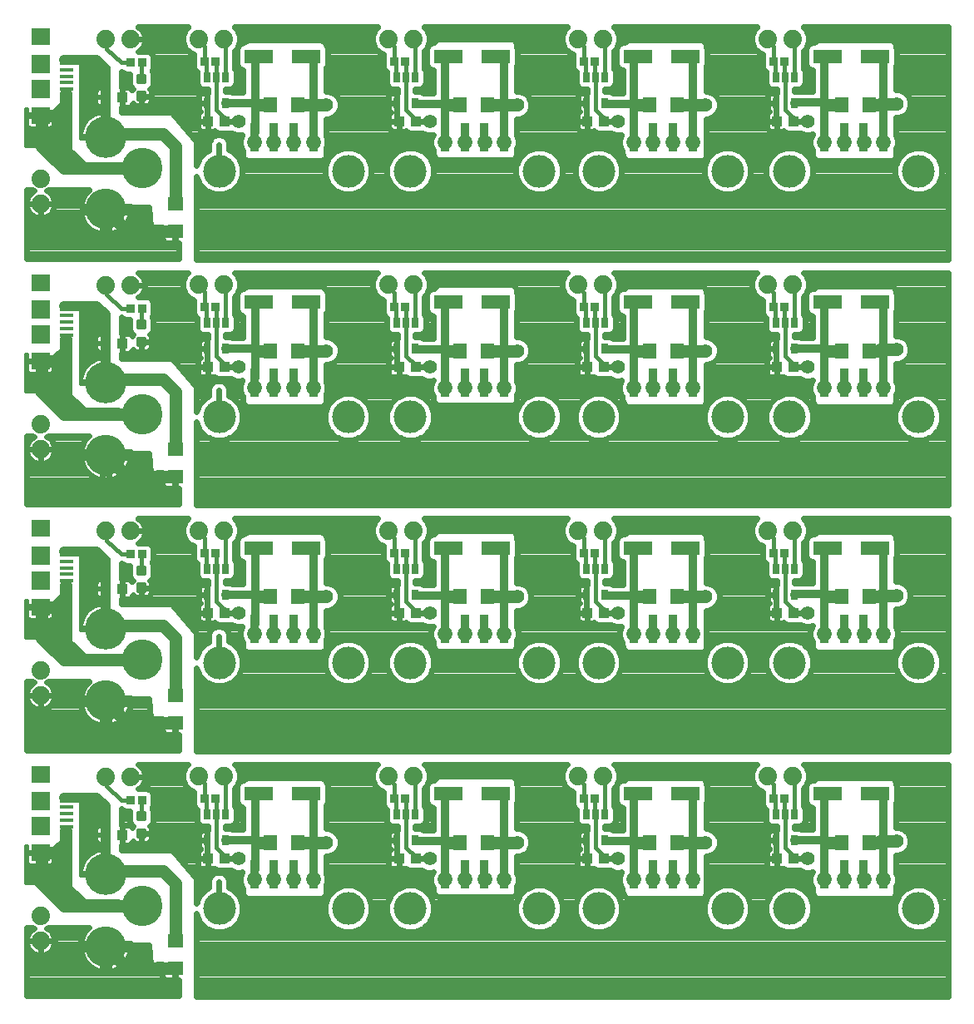
<source format=gtl>
G75*
G70*
%OFA0B0*%
%FSLAX24Y24*%
%IPPOS*%
%LPD*%
%AMOC8*
5,1,8,0,0,1.08239X$1,22.5*
%
%ADD10C,0.1310*%
%ADD11R,0.0354X0.1181*%
%ADD12C,0.1660*%
%ADD13C,0.1620*%
%ADD14R,0.0433X0.0394*%
%ADD15R,0.0630X0.0551*%
%ADD16R,0.0272X0.0390*%
%ADD17R,0.0551X0.0138*%
%ADD18R,0.0748X0.0709*%
%ADD19R,0.0748X0.0748*%
%ADD20R,0.0335X0.0354*%
%ADD21R,0.1181X0.0551*%
%ADD22R,0.0551X0.0630*%
%ADD23C,0.0740*%
%ADD24C,0.0118*%
%ADD25C,0.0500*%
%ADD26C,0.0240*%
%ADD27C,0.0320*%
%ADD28C,0.0160*%
%ADD29C,0.0560*%
%ADD30C,0.0591*%
%ADD31C,0.0400*%
%ADD32C,0.0120*%
D10*
X008715Y004600D03*
X013885Y004600D03*
X016365Y004600D03*
X021535Y004600D03*
X023915Y004600D03*
X029085Y004600D03*
X031565Y004600D03*
X036735Y004600D03*
X036735Y014450D03*
X031565Y014450D03*
X029085Y014450D03*
X023915Y014450D03*
X021535Y014450D03*
X016365Y014450D03*
X013885Y014450D03*
X008715Y014450D03*
X008715Y024300D03*
X013885Y024300D03*
X016365Y024300D03*
X021535Y024300D03*
X023915Y024300D03*
X029085Y024300D03*
X031565Y024300D03*
X036735Y024300D03*
X036735Y034150D03*
X031565Y034150D03*
X029085Y034150D03*
X023915Y034150D03*
X021535Y034150D03*
X016365Y034150D03*
X013885Y034150D03*
X008715Y034150D03*
D11*
X010119Y035508D03*
X010906Y035508D03*
X011694Y035508D03*
X012481Y035508D03*
X017769Y035508D03*
X018556Y035508D03*
X019344Y035508D03*
X020131Y035508D03*
X025319Y035508D03*
X026106Y035508D03*
X026894Y035508D03*
X027681Y035508D03*
X032969Y035508D03*
X033756Y035508D03*
X034544Y035508D03*
X035331Y035508D03*
X035331Y025658D03*
X034544Y025658D03*
X033756Y025658D03*
X032969Y025658D03*
X027681Y025658D03*
X026894Y025658D03*
X026106Y025658D03*
X025319Y025658D03*
X020131Y025658D03*
X019344Y025658D03*
X018556Y025658D03*
X017769Y025658D03*
X012481Y025658D03*
X011694Y025658D03*
X010906Y025658D03*
X010119Y025658D03*
X010119Y015808D03*
X010906Y015808D03*
X011694Y015808D03*
X012481Y015808D03*
X017769Y015808D03*
X018556Y015808D03*
X019344Y015808D03*
X020131Y015808D03*
X025319Y015808D03*
X026106Y015808D03*
X026894Y015808D03*
X027681Y015808D03*
X032969Y015808D03*
X033756Y015808D03*
X034544Y015808D03*
X035331Y015808D03*
X035331Y005958D03*
X034544Y005958D03*
X033756Y005958D03*
X032969Y005958D03*
X027681Y005958D03*
X026894Y005958D03*
X026106Y005958D03*
X025319Y005958D03*
X020131Y005958D03*
X019344Y005958D03*
X018556Y005958D03*
X017769Y005958D03*
X012481Y005958D03*
X011694Y005958D03*
X010906Y005958D03*
X010119Y005958D03*
D12*
X004150Y005964D03*
X004150Y015814D03*
X004150Y025664D03*
X004150Y035514D03*
D13*
X005631Y034263D03*
X004160Y032631D03*
X005631Y024413D03*
X004160Y022781D03*
X005631Y014563D03*
X004160Y012931D03*
X005631Y004713D03*
X004160Y003081D03*
D14*
X004165Y007550D03*
X004835Y007550D03*
X008265Y006600D03*
X008935Y006600D03*
X015915Y006600D03*
X016585Y006600D03*
X023465Y006600D03*
X024135Y006600D03*
X031065Y006600D03*
X031735Y006600D03*
X031735Y016450D03*
X031065Y016450D03*
X024135Y016450D03*
X023465Y016450D03*
X016585Y016450D03*
X015915Y016450D03*
X008935Y016450D03*
X008265Y016450D03*
X004835Y017400D03*
X004165Y017400D03*
X008265Y026300D03*
X008935Y026300D03*
X004835Y027250D03*
X004165Y027250D03*
X008265Y036150D03*
X008935Y036150D03*
X004835Y037100D03*
X004165Y037100D03*
X015915Y036150D03*
X016585Y036150D03*
X023465Y036150D03*
X024135Y036150D03*
X031065Y036150D03*
X031735Y036150D03*
X031735Y026300D03*
X031065Y026300D03*
X024135Y026300D03*
X023465Y026300D03*
X016585Y026300D03*
X015915Y026300D03*
D15*
X006950Y023001D03*
X006950Y021899D03*
X006950Y013151D03*
X006950Y012049D03*
X006950Y003301D03*
X006950Y002199D03*
X006950Y031749D03*
X006950Y032851D03*
D16*
X008226Y036888D03*
X008974Y036888D03*
X008974Y037908D03*
X008600Y037908D03*
X008226Y037908D03*
X015826Y037908D03*
X016200Y037908D03*
X016574Y037908D03*
X016574Y036888D03*
X015826Y036888D03*
X023426Y036888D03*
X024174Y036888D03*
X024174Y037908D03*
X023800Y037908D03*
X023426Y037908D03*
X031026Y037908D03*
X031400Y037908D03*
X031774Y037908D03*
X031774Y036888D03*
X031026Y036888D03*
X031026Y028058D03*
X031400Y028058D03*
X031774Y028058D03*
X031774Y027038D03*
X031026Y027038D03*
X024174Y027038D03*
X023426Y027038D03*
X023426Y028058D03*
X023800Y028058D03*
X024174Y028058D03*
X016574Y028058D03*
X016200Y028058D03*
X015826Y028058D03*
X015826Y027038D03*
X016574Y027038D03*
X008974Y027038D03*
X008226Y027038D03*
X008226Y028058D03*
X008600Y028058D03*
X008974Y028058D03*
X008974Y018208D03*
X008600Y018208D03*
X008226Y018208D03*
X008226Y017188D03*
X008974Y017188D03*
X015826Y017188D03*
X016574Y017188D03*
X016574Y018208D03*
X016200Y018208D03*
X015826Y018208D03*
X023426Y018208D03*
X023800Y018208D03*
X024174Y018208D03*
X024174Y017188D03*
X023426Y017188D03*
X031026Y017188D03*
X031774Y017188D03*
X031774Y018208D03*
X031400Y018208D03*
X031026Y018208D03*
X031026Y008358D03*
X031400Y008358D03*
X031774Y008358D03*
X031774Y007338D03*
X031026Y007338D03*
X024174Y007338D03*
X023426Y007338D03*
X023426Y008358D03*
X023800Y008358D03*
X024174Y008358D03*
X016574Y008358D03*
X016200Y008358D03*
X015826Y008358D03*
X015826Y007338D03*
X016574Y007338D03*
X008974Y007338D03*
X008226Y007338D03*
X008226Y008358D03*
X008600Y008358D03*
X008974Y008358D03*
D17*
X002593Y008400D03*
X002593Y008144D03*
X002593Y007888D03*
X002593Y008656D03*
X002593Y008912D03*
X002593Y017738D03*
X002593Y017994D03*
X002593Y018250D03*
X002593Y018506D03*
X002593Y018762D03*
X002593Y027588D03*
X002593Y027844D03*
X002593Y028100D03*
X002593Y028356D03*
X002593Y028612D03*
X002593Y037438D03*
X002593Y037694D03*
X002593Y037950D03*
X002593Y038206D03*
X002593Y038462D03*
D18*
X001550Y039525D03*
X001550Y036375D03*
X001550Y029675D03*
X001550Y026525D03*
X001550Y019825D03*
X001550Y016675D03*
X001550Y009975D03*
X001550Y006825D03*
D19*
X001550Y007900D03*
X001550Y008900D03*
X001550Y017750D03*
X001550Y018750D03*
X001550Y027600D03*
X001550Y028600D03*
X001550Y037450D03*
X001550Y038450D03*
D20*
X005172Y038500D03*
X005628Y038500D03*
X008122Y038550D03*
X008578Y038550D03*
X015722Y038550D03*
X016178Y038550D03*
X023322Y038550D03*
X023778Y038550D03*
X030922Y038550D03*
X031378Y038550D03*
X031378Y028700D03*
X030922Y028700D03*
X023778Y028700D03*
X023322Y028700D03*
X016178Y028700D03*
X015722Y028700D03*
X008578Y028700D03*
X008122Y028700D03*
X005628Y028650D03*
X005172Y028650D03*
X005172Y018800D03*
X005628Y018800D03*
X008122Y018850D03*
X008578Y018850D03*
X015722Y018850D03*
X016178Y018850D03*
X023322Y018850D03*
X023778Y018850D03*
X030922Y018850D03*
X031378Y018850D03*
X031378Y009000D03*
X030922Y009000D03*
X023778Y009000D03*
X023322Y009000D03*
X016178Y009000D03*
X015722Y009000D03*
X008578Y009000D03*
X008122Y009000D03*
X005628Y008950D03*
X005172Y008950D03*
D21*
X010305Y009200D03*
X012195Y009200D03*
X017905Y009200D03*
X019795Y009200D03*
X025505Y009200D03*
X027395Y009200D03*
X033105Y009200D03*
X034995Y009200D03*
X034995Y019050D03*
X033105Y019050D03*
X027395Y019050D03*
X025505Y019050D03*
X019795Y019050D03*
X017905Y019050D03*
X012195Y019050D03*
X010305Y019050D03*
X010305Y028900D03*
X012195Y028900D03*
X017905Y028900D03*
X019795Y028900D03*
X025505Y028900D03*
X027395Y028900D03*
X033105Y028900D03*
X034995Y028900D03*
X034995Y038750D03*
X033105Y038750D03*
X027395Y038750D03*
X025505Y038750D03*
X019795Y038750D03*
X017905Y038750D03*
X012195Y038750D03*
X010305Y038750D03*
D22*
X010749Y036800D03*
X011851Y036800D03*
X018349Y036800D03*
X019451Y036800D03*
X025949Y036800D03*
X027051Y036800D03*
X033649Y036800D03*
X034751Y036800D03*
X034751Y026950D03*
X033649Y026950D03*
X027051Y026950D03*
X025949Y026950D03*
X019451Y026950D03*
X018349Y026950D03*
X011851Y026950D03*
X010749Y026950D03*
X010749Y017100D03*
X011851Y017100D03*
X018349Y017100D03*
X019451Y017100D03*
X025949Y017100D03*
X027051Y017100D03*
X033649Y017100D03*
X034751Y017100D03*
X034751Y007250D03*
X033649Y007250D03*
X027051Y007250D03*
X025949Y007250D03*
X019451Y007250D03*
X018349Y007250D03*
X011851Y007250D03*
X010749Y007250D03*
D23*
X008900Y009900D03*
X007900Y009900D03*
X005170Y009880D03*
X004170Y009880D03*
X001550Y013150D03*
X001550Y014150D03*
X004170Y019730D03*
X005170Y019730D03*
X007900Y019750D03*
X008900Y019750D03*
X015500Y019750D03*
X016500Y019750D03*
X023100Y019750D03*
X024100Y019750D03*
X030700Y019750D03*
X031700Y019750D03*
X031700Y009900D03*
X030700Y009900D03*
X024100Y009900D03*
X023100Y009900D03*
X016500Y009900D03*
X015500Y009900D03*
X001550Y004300D03*
X001550Y003300D03*
X001550Y023000D03*
X001550Y024000D03*
X004170Y029580D03*
X005170Y029580D03*
X007900Y029600D03*
X008900Y029600D03*
X015500Y029600D03*
X016500Y029600D03*
X023100Y029600D03*
X024100Y029600D03*
X030700Y029600D03*
X031700Y029600D03*
X031700Y039450D03*
X030700Y039450D03*
X024100Y039450D03*
X023100Y039450D03*
X016500Y039450D03*
X015500Y039450D03*
X008900Y039450D03*
X007900Y039450D03*
X005170Y039430D03*
X004170Y039430D03*
X001550Y033850D03*
X001550Y032850D03*
D24*
X005462Y037017D02*
X005738Y037017D01*
X005462Y037017D02*
X005462Y037293D01*
X005738Y037293D01*
X005738Y037017D01*
X005738Y037134D02*
X005462Y037134D01*
X005462Y037251D02*
X005738Y037251D01*
X005738Y037707D02*
X005462Y037707D01*
X005462Y037983D01*
X005738Y037983D01*
X005738Y037707D01*
X005738Y037824D02*
X005462Y037824D01*
X005462Y037941D02*
X005738Y037941D01*
X005738Y027857D02*
X005462Y027857D01*
X005462Y028133D01*
X005738Y028133D01*
X005738Y027857D01*
X005738Y027974D02*
X005462Y027974D01*
X005462Y028091D02*
X005738Y028091D01*
X005738Y027167D02*
X005462Y027167D01*
X005462Y027443D01*
X005738Y027443D01*
X005738Y027167D01*
X005738Y027284D02*
X005462Y027284D01*
X005462Y027401D02*
X005738Y027401D01*
X005738Y018007D02*
X005462Y018007D01*
X005462Y018283D01*
X005738Y018283D01*
X005738Y018007D01*
X005738Y018124D02*
X005462Y018124D01*
X005462Y018241D02*
X005738Y018241D01*
X005738Y017317D02*
X005462Y017317D01*
X005462Y017593D01*
X005738Y017593D01*
X005738Y017317D01*
X005738Y017434D02*
X005462Y017434D01*
X005462Y017551D02*
X005738Y017551D01*
X005738Y008157D02*
X005462Y008157D01*
X005462Y008433D01*
X005738Y008433D01*
X005738Y008157D01*
X005738Y008274D02*
X005462Y008274D01*
X005462Y008391D02*
X005738Y008391D01*
X005738Y007467D02*
X005462Y007467D01*
X005462Y007743D01*
X005738Y007743D01*
X005738Y007467D01*
X005738Y007584D02*
X005462Y007584D01*
X005462Y007701D02*
X005738Y007701D01*
D25*
X006450Y006100D02*
X004286Y006100D01*
X004150Y005964D01*
X005631Y004713D02*
X002487Y004713D01*
X001600Y005600D01*
X001600Y006775D01*
X001550Y006825D02*
X002125Y006825D01*
X002550Y007250D01*
X002550Y007700D01*
X006450Y006100D02*
X006950Y005600D01*
X006950Y003301D01*
X006950Y002199D02*
X005043Y002199D01*
X004160Y003081D01*
X010350Y007250D02*
X010749Y007250D01*
X011851Y007250D02*
X012300Y007250D01*
X012500Y007250D02*
X013000Y007250D01*
X017950Y007250D02*
X018349Y007250D01*
X019451Y007250D02*
X019950Y007250D01*
X020100Y007250D02*
X020650Y007250D01*
X025500Y007250D02*
X025949Y007250D01*
X027051Y007250D02*
X027500Y007250D01*
X028200Y007250D01*
X033200Y007250D02*
X033649Y007250D01*
X034751Y007250D02*
X035150Y007250D01*
X035200Y007300D02*
X035850Y007300D01*
X035150Y017100D02*
X034751Y017100D01*
X035200Y017150D02*
X035850Y017150D01*
X033649Y017100D02*
X033200Y017100D01*
X028200Y017100D02*
X027500Y017100D01*
X027051Y017100D01*
X025949Y017100D02*
X025500Y017100D01*
X020650Y017100D02*
X020100Y017100D01*
X019950Y017100D02*
X019451Y017100D01*
X018349Y017100D02*
X017950Y017100D01*
X013000Y017100D02*
X012500Y017100D01*
X012300Y017100D02*
X011851Y017100D01*
X010749Y017100D02*
X010350Y017100D01*
X006950Y015450D02*
X006950Y013151D01*
X006950Y012049D02*
X005043Y012049D01*
X004160Y012931D01*
X005631Y014563D02*
X002487Y014563D01*
X001600Y015450D01*
X001600Y016625D01*
X001550Y016675D02*
X002125Y016675D01*
X002550Y017100D01*
X002550Y017550D01*
X004286Y015950D02*
X004150Y015814D01*
X004286Y015950D02*
X006450Y015950D01*
X006950Y015450D01*
X006950Y021899D02*
X005043Y021899D01*
X004160Y022781D01*
X005631Y024413D02*
X002487Y024413D01*
X001600Y025300D01*
X001600Y026475D01*
X001550Y026525D02*
X002125Y026525D01*
X002550Y026950D01*
X002550Y027400D01*
X004286Y025800D02*
X004150Y025664D01*
X004286Y025800D02*
X006450Y025800D01*
X006950Y025300D01*
X006950Y023001D01*
X010350Y026950D02*
X010749Y026950D01*
X011851Y026950D02*
X012300Y026950D01*
X012500Y026950D02*
X013000Y026950D01*
X017950Y026950D02*
X018349Y026950D01*
X019451Y026950D02*
X019950Y026950D01*
X020100Y026950D02*
X020650Y026950D01*
X025500Y026950D02*
X025949Y026950D01*
X027051Y026950D02*
X027500Y026950D01*
X028200Y026950D01*
X033200Y026950D02*
X033649Y026950D01*
X034751Y026950D02*
X035150Y026950D01*
X035200Y027000D02*
X035850Y027000D01*
X035150Y036800D02*
X034751Y036800D01*
X035200Y036850D02*
X035850Y036850D01*
X033649Y036800D02*
X033200Y036800D01*
X028200Y036800D02*
X027500Y036800D01*
X027051Y036800D01*
X025949Y036800D02*
X025500Y036800D01*
X020650Y036800D02*
X020100Y036800D01*
X019950Y036800D02*
X019451Y036800D01*
X018349Y036800D02*
X017950Y036800D01*
X013000Y036800D02*
X012500Y036800D01*
X012300Y036800D02*
X011851Y036800D01*
X010749Y036800D02*
X010350Y036800D01*
X006950Y035150D02*
X006950Y032851D01*
X006950Y031749D02*
X005043Y031749D01*
X004160Y032631D01*
X005631Y034263D02*
X002487Y034263D01*
X001600Y035150D01*
X001600Y036325D01*
X001550Y036375D02*
X002125Y036375D01*
X002550Y036800D01*
X002550Y037250D01*
X004286Y035650D02*
X004150Y035514D01*
X004286Y035650D02*
X006450Y035650D01*
X006950Y035150D01*
D26*
X000980Y003850D02*
X000980Y001100D01*
X007100Y001100D01*
X007100Y001723D01*
X006968Y001723D01*
X006968Y002181D01*
X006932Y002181D01*
X006435Y002181D01*
X006435Y001897D01*
X006449Y001846D01*
X006475Y001800D01*
X006512Y001763D01*
X006558Y001737D01*
X006609Y001723D01*
X006932Y001723D01*
X006932Y002181D01*
X006932Y002217D01*
X006435Y002217D01*
X006435Y002371D01*
X005950Y002350D01*
X005900Y003150D01*
X005200Y003150D01*
X005156Y003201D01*
X004280Y003201D01*
X004280Y002961D01*
X004280Y002079D01*
X004329Y002084D01*
X004440Y002109D01*
X004547Y002147D01*
X004649Y002196D01*
X004745Y002256D01*
X004834Y002327D01*
X004914Y002407D01*
X004985Y002496D01*
X005045Y002592D01*
X005095Y002694D01*
X005132Y002801D01*
X005157Y002912D01*
X005163Y002961D01*
X004280Y002961D01*
X004040Y002961D01*
X004040Y002079D01*
X003991Y002084D01*
X003880Y002109D01*
X003773Y002147D01*
X003671Y002196D01*
X003575Y002256D01*
X003486Y002327D01*
X003406Y002407D01*
X003335Y002496D01*
X003275Y002592D01*
X003225Y002694D01*
X003188Y002801D01*
X003163Y002912D01*
X003157Y002961D01*
X004040Y002961D01*
X004040Y003201D01*
X003157Y003201D01*
X003163Y003251D01*
X003188Y003362D01*
X003225Y003469D01*
X003275Y003571D01*
X003335Y003667D01*
X003406Y003756D01*
X003486Y003836D01*
X003504Y003850D01*
X001878Y003850D01*
X001862Y003834D01*
X001804Y003810D01*
X001849Y003788D01*
X001921Y003735D01*
X001985Y003671D01*
X002038Y003599D01*
X002078Y003519D01*
X002106Y003433D01*
X002120Y003345D01*
X002120Y003300D01*
X001550Y003300D01*
X001550Y003300D01*
X001550Y003300D01*
X000980Y003300D01*
X000980Y003345D01*
X000994Y003433D01*
X001022Y003519D01*
X001062Y003599D01*
X001115Y003671D01*
X001179Y003735D01*
X001251Y003788D01*
X001296Y003810D01*
X001238Y003834D01*
X001222Y003850D01*
X000980Y003850D01*
X000980Y003662D02*
X001108Y003662D01*
X000992Y003424D02*
X000980Y003424D01*
X000980Y003300D02*
X000980Y003255D01*
X000994Y003167D01*
X001022Y003081D01*
X001062Y003001D01*
X001115Y002929D01*
X001179Y002865D01*
X001251Y002812D01*
X001331Y002772D01*
X001417Y002744D01*
X001505Y002730D01*
X001550Y002730D01*
X001595Y002730D01*
X001683Y002744D01*
X001769Y002772D01*
X001849Y002812D01*
X001921Y002865D01*
X001985Y002929D01*
X002038Y003001D01*
X002078Y003081D01*
X002106Y003167D01*
X002120Y003255D01*
X002120Y003300D01*
X001550Y003300D01*
X001550Y002730D01*
X001550Y003300D01*
X001550Y003300D01*
X000980Y003300D01*
X000980Y003185D02*
X000991Y003185D01*
X000980Y002947D02*
X001102Y002947D01*
X000980Y002708D02*
X003221Y002708D01*
X003159Y002947D02*
X001998Y002947D01*
X002109Y003185D02*
X004040Y003185D01*
X004040Y002947D02*
X004280Y002947D01*
X004280Y003185D02*
X005170Y003185D01*
X005161Y002947D02*
X005913Y002947D01*
X005928Y002708D02*
X005099Y002708D01*
X004964Y002470D02*
X005943Y002470D01*
X006435Y002231D02*
X004705Y002231D01*
X004280Y002231D02*
X004040Y002231D01*
X004040Y002470D02*
X004280Y002470D01*
X004280Y002708D02*
X004040Y002708D01*
X003615Y002231D02*
X000980Y002231D01*
X000980Y001993D02*
X006435Y001993D01*
X006528Y001754D02*
X000980Y001754D01*
X000980Y001516D02*
X007100Y001516D01*
X007100Y001277D02*
X000980Y001277D01*
X000980Y002470D02*
X003356Y002470D01*
X003210Y003424D02*
X002108Y003424D01*
X001992Y003662D02*
X003332Y003662D01*
X001550Y003185D02*
X001550Y003185D01*
X001550Y002947D02*
X001550Y002947D01*
X004800Y006950D02*
X004798Y007153D01*
X004835Y007153D01*
X005078Y007153D01*
X005128Y007167D01*
X005174Y007193D01*
X005211Y007230D01*
X005238Y007276D01*
X005249Y007319D01*
X005261Y007302D01*
X005297Y007266D01*
X005339Y007237D01*
X005387Y007218D01*
X005437Y007208D01*
X005600Y007208D01*
X005763Y007208D01*
X005813Y007218D01*
X005861Y007237D01*
X005903Y007266D01*
X005939Y007302D01*
X005967Y007344D01*
X005987Y007391D01*
X005997Y007441D01*
X005997Y007605D01*
X005997Y007768D01*
X005987Y007818D01*
X005967Y007865D01*
X005945Y007899D01*
X006017Y007971D01*
X006067Y008092D01*
X006067Y008499D01*
X006019Y008614D01*
X006025Y008620D01*
X006066Y008719D01*
X006066Y009181D01*
X006025Y009280D01*
X005949Y009356D01*
X005849Y009397D01*
X005475Y009397D01*
X005541Y009445D01*
X005605Y009509D01*
X005658Y009581D01*
X005698Y009661D01*
X005726Y009747D01*
X005740Y009835D01*
X005740Y009880D01*
X005740Y009925D01*
X005726Y010013D01*
X005698Y010099D01*
X005658Y010179D01*
X005605Y010251D01*
X005541Y010315D01*
X005469Y010368D01*
X005459Y010373D01*
X007467Y010373D01*
X007357Y010263D01*
X007260Y010027D01*
X007260Y009773D01*
X007357Y009537D01*
X007537Y009357D01*
X007708Y009287D01*
X007684Y009231D01*
X007684Y008769D01*
X007725Y008670D01*
X007801Y008594D01*
X007820Y008586D01*
X007820Y008109D01*
X007861Y008010D01*
X007937Y007934D01*
X008036Y007893D01*
X008250Y007893D01*
X008250Y007733D01*
X008226Y007733D01*
X008226Y007338D01*
X007890Y007338D01*
X007890Y007117D01*
X007904Y007066D01*
X007930Y007021D01*
X007967Y006983D01*
X007970Y006982D01*
X007926Y006957D01*
X007889Y006920D01*
X007862Y006874D01*
X007849Y006823D01*
X007849Y006600D01*
X007849Y006377D01*
X007862Y006326D01*
X007889Y006280D01*
X007926Y006243D01*
X007972Y006217D01*
X008022Y006203D01*
X008265Y006203D01*
X008265Y006600D01*
X007849Y006600D01*
X008265Y006600D01*
X008265Y006600D01*
X008265Y006600D01*
X008226Y006700D01*
X008226Y007338D01*
X008226Y007338D01*
X007890Y007338D01*
X007890Y007559D01*
X007904Y007610D01*
X007930Y007656D01*
X007967Y007693D01*
X008013Y007719D01*
X008064Y007733D01*
X008226Y007733D01*
X008226Y007338D01*
X008226Y007338D01*
X008226Y007478D02*
X008226Y007478D01*
X008226Y007717D02*
X008226Y007717D01*
X008008Y007717D02*
X005997Y007717D01*
X005997Y007605D02*
X005600Y007605D01*
X005600Y007605D01*
X005997Y007605D01*
X005997Y007478D02*
X007890Y007478D01*
X007890Y007240D02*
X005864Y007240D01*
X005600Y007240D02*
X005600Y007240D01*
X005600Y007208D02*
X005600Y007605D01*
X005600Y007605D01*
X005600Y007208D01*
X005336Y007240D02*
X005217Y007240D01*
X004835Y007240D02*
X004835Y007240D01*
X004835Y007153D02*
X004835Y007550D01*
X004835Y007550D01*
X004835Y007947D01*
X005078Y007947D01*
X005128Y007933D01*
X005174Y007907D01*
X005211Y007870D01*
X005225Y007846D01*
X005233Y007865D01*
X005255Y007899D01*
X005183Y007971D01*
X005133Y008092D01*
X005133Y008499D01*
X005135Y008503D01*
X004951Y008503D01*
X004851Y008544D01*
X004796Y008599D01*
X004786Y008599D01*
X004792Y007947D01*
X004835Y007947D01*
X004835Y007550D01*
X004835Y007550D01*
X004835Y007153D01*
X004800Y007001D02*
X007950Y007001D01*
X007849Y006763D02*
X006969Y006763D01*
X006850Y006900D02*
X006850Y006950D01*
X004800Y006950D01*
X004835Y007478D02*
X004835Y007478D01*
X004835Y007717D02*
X004835Y007717D01*
X004792Y007955D02*
X005199Y007955D01*
X005133Y008194D02*
X004790Y008194D01*
X004788Y008432D02*
X005133Y008432D01*
X006067Y008432D02*
X007820Y008432D01*
X007820Y008194D02*
X006067Y008194D01*
X006001Y007955D02*
X007916Y007955D01*
X007725Y008671D02*
X006046Y008671D01*
X006066Y008909D02*
X007684Y008909D01*
X007684Y009148D02*
X006066Y009148D01*
X005876Y009386D02*
X007509Y009386D01*
X007321Y009625D02*
X005680Y009625D01*
X005740Y009863D02*
X007260Y009863D01*
X007291Y010102D02*
X005697Y010102D01*
X005740Y009880D02*
X005170Y009880D01*
X005170Y009880D01*
X005740Y009880D01*
X005507Y010340D02*
X007435Y010340D01*
X007800Y010920D02*
X007800Y014242D01*
X007931Y013926D01*
X008191Y013666D01*
X008531Y013525D01*
X008899Y013525D01*
X009239Y013666D01*
X009499Y013926D01*
X009640Y014266D01*
X009640Y014634D01*
X009499Y014974D01*
X009239Y015234D01*
X009090Y015296D01*
X009090Y015591D01*
X009031Y015734D01*
X008921Y015844D01*
X008778Y015903D01*
X008622Y015903D01*
X008479Y015844D01*
X008369Y015734D01*
X008310Y015591D01*
X008310Y015283D01*
X008191Y015234D01*
X007931Y014974D01*
X007800Y014658D01*
X007800Y015650D01*
X006850Y016750D01*
X006850Y016800D01*
X004800Y016800D01*
X004798Y017003D01*
X004835Y017003D01*
X005078Y017003D01*
X005128Y017017D01*
X005174Y017043D01*
X005211Y017080D01*
X005238Y017126D01*
X005249Y017169D01*
X005261Y017152D01*
X005297Y017116D01*
X005339Y017087D01*
X005387Y017068D01*
X005437Y017058D01*
X005600Y017058D01*
X005763Y017058D01*
X005813Y017068D01*
X005861Y017087D01*
X005903Y017116D01*
X005939Y017152D01*
X005967Y017194D01*
X005987Y017241D01*
X005997Y017291D01*
X005997Y017455D01*
X005997Y017618D01*
X005987Y017668D01*
X005967Y017715D01*
X005945Y017749D01*
X006017Y017821D01*
X006067Y017942D01*
X006067Y018349D01*
X006019Y018464D01*
X006025Y018470D01*
X006066Y018569D01*
X006066Y019031D01*
X006025Y019130D01*
X005949Y019206D01*
X005849Y019247D01*
X005475Y019247D01*
X005541Y019295D01*
X005605Y019359D01*
X005658Y019431D01*
X005698Y019511D01*
X005726Y019597D01*
X005740Y019685D01*
X005740Y019730D01*
X005740Y019775D01*
X005726Y019863D01*
X005698Y019949D01*
X005658Y020029D01*
X005605Y020101D01*
X005541Y020165D01*
X005469Y020218D01*
X005459Y020223D01*
X007467Y020223D01*
X007357Y020113D01*
X007260Y019877D01*
X007260Y019623D01*
X007357Y019387D01*
X007537Y019207D01*
X007708Y019137D01*
X007684Y019081D01*
X007684Y018619D01*
X007725Y018520D01*
X007801Y018444D01*
X007820Y018436D01*
X007820Y017959D01*
X007861Y017860D01*
X007937Y017784D01*
X008036Y017743D01*
X008250Y017743D01*
X008250Y017583D01*
X008226Y017583D01*
X008226Y017188D01*
X007890Y017188D01*
X007890Y016967D01*
X007904Y016916D01*
X007930Y016871D01*
X007967Y016833D01*
X007970Y016832D01*
X007926Y016807D01*
X007889Y016770D01*
X007862Y016724D01*
X007849Y016673D01*
X007849Y016450D01*
X007849Y016227D01*
X007862Y016176D01*
X007889Y016130D01*
X007926Y016093D01*
X007972Y016067D01*
X008022Y016053D01*
X008265Y016053D01*
X008265Y016450D01*
X007849Y016450D01*
X008265Y016450D01*
X008265Y016450D01*
X008265Y016450D01*
X008226Y016550D01*
X008226Y017188D01*
X008226Y017188D01*
X007890Y017188D01*
X007890Y017409D01*
X007904Y017460D01*
X007930Y017506D01*
X007967Y017543D01*
X008013Y017569D01*
X008064Y017583D01*
X008226Y017583D01*
X008226Y017188D01*
X008226Y017188D01*
X008226Y017257D02*
X008226Y017257D01*
X008226Y017495D02*
X008226Y017495D01*
X008250Y017734D02*
X005955Y017734D01*
X005997Y017495D02*
X007924Y017495D01*
X007890Y017257D02*
X005990Y017257D01*
X005997Y017455D02*
X005600Y017455D01*
X005997Y017455D01*
X005600Y017455D02*
X005600Y017455D01*
X005600Y017058D01*
X005600Y017455D01*
X005600Y017455D01*
X005600Y017257D02*
X005600Y017257D01*
X005131Y017018D02*
X007890Y017018D01*
X007899Y016780D02*
X006850Y016780D01*
X007030Y016541D02*
X007849Y016541D01*
X007849Y016303D02*
X007236Y016303D01*
X007442Y016064D02*
X007982Y016064D01*
X008265Y016064D02*
X008265Y016064D01*
X008265Y016053D02*
X008508Y016053D01*
X008530Y016059D01*
X008565Y016024D01*
X008664Y015983D01*
X009190Y015983D01*
X009391Y015900D01*
X009609Y015900D01*
X009632Y015909D01*
X009555Y015722D01*
X009555Y015498D01*
X009641Y015290D01*
X009660Y015271D01*
X009660Y015052D01*
X009697Y014964D01*
X009764Y014897D01*
X009852Y014860D01*
X012798Y014860D01*
X012886Y014897D01*
X012953Y014964D01*
X012990Y015052D01*
X012990Y015364D01*
X013045Y015498D01*
X013045Y015722D01*
X012990Y015856D01*
X012990Y016550D01*
X013109Y016550D01*
X013312Y016634D01*
X013466Y016788D01*
X013550Y016991D01*
X013550Y017209D01*
X013466Y017412D01*
X013312Y017566D01*
X013109Y017650D01*
X012990Y017650D01*
X012990Y018597D01*
X013014Y018621D01*
X013055Y018721D01*
X013055Y019379D01*
X013014Y019479D01*
X012986Y019506D01*
X012953Y019586D01*
X012886Y019653D01*
X012798Y019690D01*
X009852Y019690D01*
X009764Y019653D01*
X009706Y019596D01*
X009661Y019596D01*
X009562Y019554D01*
X009486Y019479D01*
X009445Y019379D01*
X009445Y018721D01*
X009486Y018621D01*
X009562Y018546D01*
X009660Y018505D01*
X009660Y017618D01*
X009248Y017618D01*
X009164Y017653D01*
X008950Y017653D01*
X008950Y017743D01*
X009164Y017743D01*
X009263Y017784D01*
X009339Y017860D01*
X009380Y017959D01*
X009380Y018456D01*
X009339Y018556D01*
X009324Y018570D01*
X009324Y019269D01*
X009443Y019387D01*
X009540Y019623D01*
X009540Y019877D01*
X009443Y020113D01*
X009333Y020223D01*
X015067Y020223D01*
X014957Y020113D01*
X014860Y019877D01*
X014860Y019623D01*
X014957Y019387D01*
X015137Y019207D01*
X015308Y019137D01*
X015284Y019081D01*
X015284Y018619D01*
X015325Y018520D01*
X015401Y018444D01*
X015420Y018436D01*
X015420Y017959D01*
X015461Y017860D01*
X015537Y017784D01*
X015636Y017743D01*
X015850Y017743D01*
X015850Y017583D01*
X015826Y017583D01*
X015826Y017188D01*
X015490Y017188D01*
X015490Y016967D01*
X015504Y016916D01*
X015530Y016871D01*
X015567Y016833D01*
X015595Y016818D01*
X015576Y016807D01*
X015539Y016770D01*
X015512Y016724D01*
X015499Y016673D01*
X015499Y016450D01*
X015499Y016227D01*
X015512Y016176D01*
X015539Y016130D01*
X015576Y016093D01*
X015622Y016067D01*
X015672Y016053D01*
X015915Y016053D01*
X015915Y016450D01*
X015499Y016450D01*
X015915Y016450D01*
X015915Y016450D01*
X015915Y016450D01*
X015826Y016539D01*
X015826Y017188D01*
X015826Y017188D01*
X015490Y017188D01*
X015490Y017409D01*
X015504Y017460D01*
X015530Y017506D01*
X015567Y017543D01*
X015613Y017569D01*
X015664Y017583D01*
X015826Y017583D01*
X015826Y017188D01*
X015826Y017188D01*
X015826Y017257D02*
X015826Y017257D01*
X015826Y017495D02*
X015826Y017495D01*
X015850Y017734D02*
X012990Y017734D01*
X012990Y017972D02*
X015420Y017972D01*
X015420Y018211D02*
X012990Y018211D01*
X012990Y018449D02*
X015396Y018449D01*
X015284Y018688D02*
X013042Y018688D01*
X013055Y018926D02*
X015284Y018926D01*
X015241Y019165D02*
X013055Y019165D01*
X013046Y019403D02*
X014951Y019403D01*
X014860Y019642D02*
X012898Y019642D01*
X012481Y019050D02*
X012195Y019050D01*
X013383Y017495D02*
X015524Y017495D01*
X015490Y017257D02*
X013530Y017257D01*
X013550Y017018D02*
X015490Y017018D01*
X015549Y016780D02*
X013457Y016780D01*
X012990Y016541D02*
X015499Y016541D01*
X015499Y016303D02*
X012990Y016303D01*
X012990Y016064D02*
X015632Y016064D01*
X015915Y016064D02*
X015915Y016064D01*
X015915Y016053D02*
X016158Y016053D01*
X016180Y016059D01*
X016215Y016024D01*
X016314Y015983D01*
X016840Y015983D01*
X017041Y015900D01*
X017259Y015900D01*
X017282Y015909D01*
X017205Y015722D01*
X017205Y015498D01*
X017291Y015290D01*
X017310Y015271D01*
X017310Y015102D01*
X017347Y015014D01*
X017414Y014947D01*
X017502Y014910D01*
X020448Y014910D01*
X020536Y014947D01*
X020603Y015014D01*
X020640Y015102D01*
X020640Y015364D01*
X020695Y015498D01*
X020695Y015722D01*
X020640Y015856D01*
X020640Y016550D01*
X020759Y016550D01*
X020962Y016634D01*
X021116Y016788D01*
X021200Y016991D01*
X021200Y017209D01*
X021116Y017412D01*
X020962Y017566D01*
X020759Y017650D01*
X020640Y017650D01*
X020640Y018683D01*
X020655Y018721D01*
X020655Y019379D01*
X020640Y019417D01*
X020640Y019548D01*
X020603Y019636D01*
X020536Y019703D01*
X020448Y019740D01*
X017502Y019740D01*
X017414Y019703D01*
X017347Y019636D01*
X017330Y019596D01*
X017261Y019596D01*
X017162Y019554D01*
X017086Y019479D01*
X017045Y019379D01*
X017045Y018721D01*
X017086Y018621D01*
X017162Y018546D01*
X017261Y018504D01*
X017310Y018504D01*
X017310Y017580D01*
X016895Y017580D01*
X016863Y017612D01*
X016764Y017653D01*
X016550Y017653D01*
X016550Y017743D01*
X016764Y017743D01*
X016863Y017784D01*
X016939Y017860D01*
X016980Y017959D01*
X016980Y018456D01*
X016939Y018556D01*
X016924Y018570D01*
X016924Y019269D01*
X017043Y019387D01*
X017140Y019623D01*
X017140Y019877D01*
X017043Y020113D01*
X016933Y020223D01*
X022667Y020223D01*
X022557Y020113D01*
X022460Y019877D01*
X022460Y019623D01*
X022557Y019387D01*
X022737Y019207D01*
X022908Y019137D01*
X022884Y019081D01*
X022884Y018619D01*
X022925Y018520D01*
X023001Y018444D01*
X023020Y018436D01*
X023020Y017959D01*
X023061Y017860D01*
X023137Y017784D01*
X023236Y017743D01*
X023450Y017743D01*
X023450Y017583D01*
X023426Y017583D01*
X023426Y017188D01*
X023090Y017188D01*
X023090Y016967D01*
X023104Y016916D01*
X023130Y016871D01*
X023167Y016833D01*
X023170Y016832D01*
X023126Y016807D01*
X023089Y016770D01*
X023062Y016724D01*
X023049Y016673D01*
X023049Y016450D01*
X023049Y016227D01*
X023062Y016176D01*
X023089Y016130D01*
X023126Y016093D01*
X023172Y016067D01*
X023222Y016053D01*
X023465Y016053D01*
X023465Y016450D01*
X023049Y016450D01*
X023465Y016450D01*
X023465Y016450D01*
X023465Y016450D01*
X023426Y016489D01*
X023426Y017188D01*
X023426Y017188D01*
X023090Y017188D01*
X023090Y017409D01*
X023104Y017460D01*
X023130Y017506D01*
X023167Y017543D01*
X023213Y017569D01*
X023264Y017583D01*
X023426Y017583D01*
X023426Y017188D01*
X023426Y017188D01*
X023426Y017257D02*
X023426Y017257D01*
X023426Y017495D02*
X023426Y017495D01*
X023450Y017734D02*
X020640Y017734D01*
X020640Y017972D02*
X023020Y017972D01*
X023020Y018211D02*
X020640Y018211D01*
X020640Y018449D02*
X022996Y018449D01*
X022884Y018688D02*
X020642Y018688D01*
X020655Y018926D02*
X022884Y018926D01*
X022841Y019165D02*
X020655Y019165D01*
X020646Y019403D02*
X022551Y019403D01*
X022460Y019642D02*
X020598Y019642D01*
X020100Y019050D02*
X020131Y019019D01*
X021033Y017495D02*
X023124Y017495D01*
X023090Y017257D02*
X021180Y017257D01*
X021200Y017018D02*
X023090Y017018D01*
X023099Y016780D02*
X021107Y016780D01*
X020640Y016541D02*
X023049Y016541D01*
X023049Y016303D02*
X020640Y016303D01*
X020640Y016064D02*
X023182Y016064D01*
X023465Y016064D02*
X023465Y016064D01*
X023465Y016053D02*
X023708Y016053D01*
X023730Y016059D01*
X023765Y016024D01*
X023864Y015983D01*
X024390Y015983D01*
X024591Y015900D01*
X024809Y015900D01*
X024832Y015909D01*
X024755Y015722D01*
X024755Y015498D01*
X024841Y015290D01*
X024872Y015259D01*
X024872Y015164D01*
X024910Y015072D01*
X024910Y015052D01*
X024947Y014964D01*
X025014Y014897D01*
X025102Y014860D01*
X028048Y014860D01*
X028136Y014897D01*
X028203Y014964D01*
X028240Y015052D01*
X028240Y015485D01*
X028245Y015498D01*
X028245Y015722D01*
X028240Y015735D01*
X028240Y016550D01*
X028309Y016550D01*
X028512Y016634D01*
X028666Y016788D01*
X028750Y016991D01*
X028750Y017209D01*
X028666Y017412D01*
X028512Y017566D01*
X028309Y017650D01*
X028240Y017650D01*
X028240Y018683D01*
X028255Y018721D01*
X028255Y019379D01*
X028240Y019417D01*
X028240Y019498D01*
X028203Y019586D01*
X028136Y019653D01*
X028048Y019690D01*
X025102Y019690D01*
X025014Y019653D01*
X024956Y019596D01*
X024861Y019596D01*
X024762Y019554D01*
X024686Y019479D01*
X024645Y019379D01*
X024645Y018721D01*
X024686Y018621D01*
X024762Y018546D01*
X024861Y018504D01*
X024889Y018504D01*
X024889Y017580D01*
X024495Y017580D01*
X024463Y017612D01*
X024364Y017653D01*
X024150Y017653D01*
X024150Y017743D01*
X024364Y017743D01*
X024463Y017784D01*
X024539Y017860D01*
X024580Y017959D01*
X024580Y018456D01*
X024539Y018556D01*
X024524Y018570D01*
X024524Y019269D01*
X024643Y019387D01*
X024740Y019623D01*
X024740Y019877D01*
X024643Y020113D01*
X024533Y020223D01*
X030267Y020223D01*
X030157Y020113D01*
X030060Y019877D01*
X030060Y019623D01*
X030157Y019387D01*
X030337Y019207D01*
X030508Y019137D01*
X030484Y019081D01*
X030484Y018619D01*
X030525Y018520D01*
X030601Y018444D01*
X030620Y018436D01*
X030620Y017959D01*
X030661Y017860D01*
X030737Y017784D01*
X030836Y017743D01*
X031050Y017743D01*
X031050Y017583D01*
X031026Y017583D01*
X031026Y017188D01*
X030690Y017188D01*
X030690Y016967D01*
X030704Y016916D01*
X030730Y016871D01*
X030767Y016833D01*
X030770Y016832D01*
X030726Y016807D01*
X030689Y016770D01*
X030662Y016724D01*
X030649Y016673D01*
X030649Y016450D01*
X030649Y016227D01*
X030662Y016176D01*
X030689Y016130D01*
X030726Y016093D01*
X030772Y016067D01*
X030822Y016053D01*
X031065Y016053D01*
X031065Y016450D01*
X030649Y016450D01*
X031065Y016450D01*
X031065Y016450D01*
X031065Y016450D01*
X031026Y016489D01*
X031026Y017188D01*
X031026Y017188D01*
X030690Y017188D01*
X030690Y017409D01*
X030704Y017460D01*
X030730Y017506D01*
X030767Y017543D01*
X030813Y017569D01*
X030864Y017583D01*
X031026Y017583D01*
X031026Y017188D01*
X031026Y017188D01*
X031026Y017257D02*
X031026Y017257D01*
X031026Y017495D02*
X031026Y017495D01*
X031050Y017734D02*
X028240Y017734D01*
X028240Y017972D02*
X030620Y017972D01*
X030620Y018211D02*
X028240Y018211D01*
X028240Y018449D02*
X030596Y018449D01*
X030484Y018688D02*
X028242Y018688D01*
X028255Y018926D02*
X030484Y018926D01*
X030441Y019165D02*
X028255Y019165D01*
X028246Y019403D02*
X030151Y019403D01*
X030060Y019642D02*
X028148Y019642D01*
X027600Y019050D02*
X027681Y018969D01*
X028583Y017495D02*
X030724Y017495D01*
X030690Y017257D02*
X028730Y017257D01*
X028750Y017018D02*
X030690Y017018D01*
X030699Y016780D02*
X028657Y016780D01*
X028240Y016541D02*
X030649Y016541D01*
X030649Y016303D02*
X028240Y016303D01*
X028240Y016064D02*
X030782Y016064D01*
X031065Y016064D02*
X031065Y016064D01*
X031065Y016053D02*
X031308Y016053D01*
X031330Y016059D01*
X031365Y016024D01*
X031464Y015983D01*
X031990Y015983D01*
X032191Y015900D01*
X032409Y015900D01*
X032497Y015936D01*
X032491Y015930D01*
X032405Y015722D01*
X032405Y015498D01*
X032491Y015290D01*
X032510Y015271D01*
X032510Y015052D01*
X032547Y014964D01*
X032614Y014897D01*
X032702Y014860D01*
X035648Y014860D01*
X035736Y014897D01*
X035803Y014964D01*
X035840Y015052D01*
X035840Y015364D01*
X035895Y015498D01*
X035895Y015722D01*
X035840Y015856D01*
X035840Y016600D01*
X035959Y016600D01*
X036162Y016684D01*
X036316Y016838D01*
X036400Y017041D01*
X036400Y017259D01*
X036316Y017462D01*
X036162Y017616D01*
X035959Y017700D01*
X035840Y017700D01*
X035840Y018683D01*
X035855Y018721D01*
X035855Y019379D01*
X035840Y019417D01*
X035840Y019498D01*
X035803Y019586D01*
X035736Y019653D01*
X035648Y019690D01*
X032702Y019690D01*
X032614Y019653D01*
X032556Y019596D01*
X032461Y019596D01*
X032362Y019554D01*
X032286Y019479D01*
X032245Y019379D01*
X032245Y018721D01*
X032286Y018621D01*
X032362Y018546D01*
X032461Y018504D01*
X032510Y018504D01*
X032510Y017630D01*
X032019Y017630D01*
X031964Y017653D01*
X031750Y017653D01*
X031750Y017743D01*
X031964Y017743D01*
X032063Y017784D01*
X032139Y017860D01*
X032180Y017959D01*
X032180Y018456D01*
X032139Y018556D01*
X032124Y018570D01*
X032124Y019269D01*
X032243Y019387D01*
X032340Y019623D01*
X032340Y019877D01*
X032243Y020113D01*
X032133Y020223D01*
X037932Y020223D01*
X037932Y010920D01*
X007800Y010920D01*
X007800Y011056D02*
X037932Y011056D01*
X037932Y011294D02*
X007800Y011294D01*
X007800Y011533D02*
X037932Y011533D01*
X037932Y011771D02*
X007800Y011771D01*
X007800Y012010D02*
X037932Y012010D01*
X037932Y012248D02*
X007800Y012248D01*
X007800Y012487D02*
X037932Y012487D01*
X037932Y012725D02*
X007800Y012725D01*
X007800Y012964D02*
X037932Y012964D01*
X037932Y013202D02*
X007800Y013202D01*
X007800Y013441D02*
X037932Y013441D01*
X037932Y013679D02*
X037272Y013679D01*
X037259Y013666D02*
X037519Y013926D01*
X037660Y014266D01*
X037660Y014634D01*
X037519Y014974D01*
X037259Y015234D01*
X036919Y015375D01*
X036551Y015375D01*
X036211Y015234D01*
X035951Y014974D01*
X035810Y014634D01*
X035810Y014266D01*
X035951Y013926D01*
X036211Y013666D01*
X036551Y013525D01*
X036919Y013525D01*
X037259Y013666D01*
X037511Y013918D02*
X037932Y013918D01*
X037932Y014156D02*
X037614Y014156D01*
X037660Y014395D02*
X037932Y014395D01*
X037932Y014633D02*
X037660Y014633D01*
X037562Y014872D02*
X037932Y014872D01*
X037932Y015110D02*
X037383Y015110D01*
X036983Y015349D02*
X037932Y015349D01*
X037932Y015587D02*
X035895Y015587D01*
X035853Y015826D02*
X037932Y015826D01*
X037932Y016064D02*
X035840Y016064D01*
X035840Y016303D02*
X037932Y016303D01*
X037932Y016541D02*
X035840Y016541D01*
X036257Y016780D02*
X037932Y016780D01*
X037932Y017018D02*
X036391Y017018D01*
X036400Y017257D02*
X037932Y017257D01*
X037932Y017495D02*
X036283Y017495D01*
X035840Y017734D02*
X037932Y017734D01*
X037932Y017972D02*
X035840Y017972D01*
X035840Y018211D02*
X037932Y018211D01*
X037932Y018449D02*
X035840Y018449D01*
X035842Y018688D02*
X037932Y018688D01*
X037932Y018926D02*
X035855Y018926D01*
X035855Y019165D02*
X037932Y019165D01*
X037932Y019403D02*
X035846Y019403D01*
X035748Y019642D02*
X037932Y019642D01*
X037932Y019880D02*
X032339Y019880D01*
X032340Y019642D02*
X032602Y019642D01*
X032254Y019403D02*
X032249Y019403D01*
X032245Y019165D02*
X032124Y019165D01*
X032124Y018926D02*
X032245Y018926D01*
X032258Y018688D02*
X032124Y018688D01*
X032180Y018449D02*
X032510Y018449D01*
X032510Y018211D02*
X032180Y018211D01*
X032180Y017972D02*
X032510Y017972D01*
X032510Y017734D02*
X031750Y017734D01*
X031735Y016565D02*
X031850Y016450D01*
X032300Y016450D01*
X032447Y015826D02*
X028240Y015826D01*
X028245Y015587D02*
X032405Y015587D01*
X032466Y015349D02*
X031813Y015349D01*
X031749Y015375D02*
X031381Y015375D01*
X031041Y015234D01*
X030781Y014974D01*
X030640Y014634D01*
X030640Y014266D01*
X030781Y013926D01*
X031041Y013666D01*
X031381Y013525D01*
X031749Y013525D01*
X032089Y013666D01*
X032349Y013926D01*
X032490Y014266D01*
X032490Y014634D01*
X032349Y014974D01*
X032089Y015234D01*
X031749Y015375D01*
X031317Y015349D02*
X029333Y015349D01*
X029269Y015375D02*
X028901Y015375D01*
X028561Y015234D01*
X028301Y014974D01*
X028160Y014634D01*
X028160Y014266D01*
X028301Y013926D01*
X028561Y013666D01*
X028901Y013525D01*
X029269Y013525D01*
X029609Y013666D01*
X029869Y013926D01*
X030010Y014266D01*
X030010Y014634D01*
X029869Y014974D01*
X029609Y015234D01*
X029269Y015375D01*
X028837Y015349D02*
X028240Y015349D01*
X028240Y015110D02*
X028437Y015110D01*
X028258Y014872D02*
X028076Y014872D01*
X028160Y014633D02*
X024840Y014633D01*
X024840Y014634D02*
X024699Y014974D01*
X024439Y015234D01*
X024099Y015375D01*
X023731Y015375D01*
X023391Y015234D01*
X023131Y014974D01*
X022990Y014634D01*
X022990Y014266D01*
X023131Y013926D01*
X023391Y013666D01*
X023731Y013525D01*
X024099Y013525D01*
X024439Y013666D01*
X024699Y013926D01*
X024840Y014266D01*
X024840Y014634D01*
X024840Y014395D02*
X028160Y014395D01*
X028206Y014156D02*
X024794Y014156D01*
X024691Y013918D02*
X028309Y013918D01*
X028548Y013679D02*
X024452Y013679D01*
X023378Y013679D02*
X022072Y013679D01*
X022059Y013666D02*
X022319Y013926D01*
X022460Y014266D01*
X022460Y014634D01*
X022319Y014974D01*
X022059Y015234D01*
X021719Y015375D01*
X021351Y015375D01*
X021011Y015234D01*
X020751Y014974D01*
X020610Y014634D01*
X020610Y014266D01*
X020751Y013926D01*
X021011Y013666D01*
X021351Y013525D01*
X021719Y013525D01*
X022059Y013666D01*
X022311Y013918D02*
X023139Y013918D01*
X023036Y014156D02*
X022414Y014156D01*
X022460Y014395D02*
X022990Y014395D01*
X022990Y014633D02*
X022460Y014633D01*
X022362Y014872D02*
X023088Y014872D01*
X023267Y015110D02*
X022183Y015110D01*
X021783Y015349D02*
X023667Y015349D01*
X023465Y016053D02*
X023465Y016450D01*
X023465Y016303D02*
X023465Y016303D01*
X024135Y016450D02*
X024135Y016565D01*
X024200Y016450D01*
X024700Y016450D01*
X024797Y015826D02*
X020653Y015826D01*
X020695Y015587D02*
X024755Y015587D01*
X024816Y015349D02*
X024163Y015349D01*
X024563Y015110D02*
X024894Y015110D01*
X024742Y014872D02*
X025074Y014872D01*
X025319Y015808D02*
X025300Y015877D01*
X025300Y017150D01*
X025949Y017100D01*
X024889Y017734D02*
X024150Y017734D01*
X024174Y017188D02*
X024262Y017150D01*
X024580Y017972D02*
X024889Y017972D01*
X024889Y018211D02*
X024580Y018211D01*
X024580Y018449D02*
X024889Y018449D01*
X024658Y018688D02*
X024524Y018688D01*
X024524Y018926D02*
X024645Y018926D01*
X024645Y019165D02*
X024524Y019165D01*
X024649Y019403D02*
X024654Y019403D01*
X024740Y019642D02*
X025002Y019642D01*
X024739Y019880D02*
X030061Y019880D01*
X030163Y020119D02*
X024637Y020119D01*
X025505Y019050D02*
X025319Y018864D01*
X027700Y015877D02*
X027681Y015808D01*
X029733Y015110D02*
X030917Y015110D01*
X030738Y014872D02*
X029912Y014872D01*
X030010Y014633D02*
X030640Y014633D01*
X030640Y014395D02*
X030010Y014395D01*
X029964Y014156D02*
X030686Y014156D01*
X030789Y013918D02*
X029861Y013918D01*
X029622Y013679D02*
X031028Y013679D01*
X032102Y013679D02*
X036198Y013679D01*
X035959Y013918D02*
X032341Y013918D01*
X032444Y014156D02*
X035856Y014156D01*
X035810Y014395D02*
X032490Y014395D01*
X032490Y014633D02*
X035810Y014633D01*
X035908Y014872D02*
X035676Y014872D01*
X035840Y015110D02*
X036087Y015110D01*
X035840Y015349D02*
X036487Y015349D01*
X035331Y015808D02*
X035350Y015877D01*
X035330Y016210D01*
X035150Y017100D02*
X035200Y017150D01*
X035331Y019019D02*
X035330Y019019D01*
X035331Y019019D02*
X035300Y019050D01*
X033105Y019050D02*
X032969Y018914D01*
X032237Y020119D02*
X037932Y020119D01*
X037932Y020770D02*
X007800Y020770D01*
X007800Y024092D01*
X007931Y023776D01*
X008191Y023516D01*
X008531Y023375D01*
X008899Y023375D01*
X009239Y023516D01*
X009499Y023776D01*
X009640Y024116D01*
X009640Y024484D01*
X009499Y024824D01*
X009239Y025084D01*
X009090Y025146D01*
X009090Y025441D01*
X009031Y025584D01*
X008921Y025694D01*
X008778Y025753D01*
X008622Y025753D01*
X008479Y025694D01*
X008369Y025584D01*
X008310Y025441D01*
X008310Y025133D01*
X008191Y025084D01*
X007931Y024824D01*
X007800Y024508D01*
X007800Y025500D01*
X006850Y026600D01*
X006850Y026650D01*
X004800Y026650D01*
X004798Y026853D01*
X004835Y026853D01*
X005078Y026853D01*
X005128Y026867D01*
X005174Y026893D01*
X005211Y026930D01*
X005238Y026976D01*
X005249Y027019D01*
X005261Y027002D01*
X005297Y026966D01*
X005339Y026937D01*
X005387Y026918D01*
X005437Y026908D01*
X005600Y026908D01*
X005763Y026908D01*
X005813Y026918D01*
X005861Y026937D01*
X005903Y026966D01*
X005939Y027002D01*
X005967Y027044D01*
X005987Y027091D01*
X005997Y027141D01*
X005997Y027305D01*
X005997Y027468D01*
X005987Y027518D01*
X005967Y027565D01*
X005945Y027599D01*
X006017Y027671D01*
X006067Y027792D01*
X006067Y028199D01*
X006019Y028314D01*
X006025Y028320D01*
X006066Y028419D01*
X006066Y028881D01*
X006025Y028980D01*
X005949Y029056D01*
X005849Y029097D01*
X005475Y029097D01*
X005541Y029145D01*
X005605Y029209D01*
X005658Y029281D01*
X005698Y029361D01*
X005726Y029447D01*
X005740Y029535D01*
X005740Y029580D01*
X005740Y029625D01*
X005726Y029713D01*
X005698Y029799D01*
X005658Y029879D01*
X005605Y029951D01*
X005541Y030015D01*
X005469Y030068D01*
X005459Y030073D01*
X007467Y030073D01*
X007357Y029963D01*
X007260Y029727D01*
X007260Y029473D01*
X007357Y029237D01*
X007537Y029057D01*
X007708Y028987D01*
X007684Y028931D01*
X007684Y028469D01*
X007725Y028370D01*
X007801Y028294D01*
X007820Y028286D01*
X007820Y027809D01*
X007861Y027710D01*
X007937Y027634D01*
X008036Y027593D01*
X008250Y027593D01*
X008250Y027433D01*
X008226Y027433D01*
X008226Y027038D01*
X007890Y027038D01*
X007890Y026817D01*
X007904Y026766D01*
X007930Y026721D01*
X007967Y026683D01*
X007970Y026682D01*
X007926Y026657D01*
X007889Y026620D01*
X007862Y026574D01*
X007849Y026523D01*
X007849Y026300D01*
X007849Y026077D01*
X007862Y026026D01*
X007889Y025980D01*
X007926Y025943D01*
X007972Y025917D01*
X008022Y025903D01*
X008265Y025903D01*
X008265Y026300D01*
X007849Y026300D01*
X008265Y026300D01*
X008265Y026300D01*
X008265Y026300D01*
X008226Y026400D01*
X008226Y027038D01*
X008226Y027038D01*
X007890Y027038D01*
X007890Y027259D01*
X007904Y027310D01*
X007930Y027356D01*
X007967Y027393D01*
X008013Y027419D01*
X008064Y027433D01*
X008226Y027433D01*
X008226Y027038D01*
X008226Y027038D01*
X008226Y027274D02*
X008226Y027274D01*
X008250Y027512D02*
X005988Y027512D01*
X005997Y027305D02*
X005600Y027305D01*
X005600Y027305D01*
X005997Y027305D01*
X005997Y027274D02*
X007894Y027274D01*
X007890Y027035D02*
X005961Y027035D01*
X005600Y027035D02*
X005600Y027035D01*
X005600Y026908D02*
X005600Y027305D01*
X005600Y027305D01*
X005600Y026908D01*
X005600Y027274D02*
X005600Y027274D01*
X005225Y027546D02*
X005211Y027570D01*
X005174Y027607D01*
X005128Y027633D01*
X005078Y027647D01*
X004835Y027647D01*
X004835Y027250D01*
X004835Y026853D01*
X004835Y027250D01*
X004835Y027250D01*
X004835Y027250D01*
X004835Y027647D01*
X004792Y027647D01*
X004786Y028299D01*
X004796Y028299D01*
X004851Y028244D01*
X004951Y028203D01*
X005135Y028203D01*
X005133Y028199D01*
X005133Y027792D01*
X005183Y027671D01*
X005255Y027599D01*
X005233Y027565D01*
X005225Y027546D01*
X005150Y027751D02*
X004791Y027751D01*
X004789Y027989D02*
X005133Y027989D01*
X004891Y028228D02*
X004787Y028228D01*
X004835Y027512D02*
X004835Y027512D01*
X004835Y027274D02*
X004835Y027274D01*
X004835Y027035D02*
X004835Y027035D01*
X004799Y026797D02*
X007896Y026797D01*
X007858Y026558D02*
X006886Y026558D01*
X007092Y026320D02*
X007849Y026320D01*
X007849Y026081D02*
X007298Y026081D01*
X007504Y025843D02*
X008642Y025843D01*
X008664Y025833D02*
X009190Y025833D01*
X009391Y025750D01*
X009609Y025750D01*
X009632Y025759D01*
X009555Y025572D01*
X009555Y025348D01*
X009641Y025140D01*
X009660Y025121D01*
X009660Y024902D01*
X009697Y024814D01*
X009764Y024747D01*
X009852Y024710D01*
X012798Y024710D01*
X012886Y024747D01*
X012953Y024814D01*
X012990Y024902D01*
X012990Y025214D01*
X013045Y025348D01*
X013045Y025572D01*
X012990Y025706D01*
X012990Y026400D01*
X013109Y026400D01*
X013312Y026484D01*
X013466Y026638D01*
X013550Y026841D01*
X013550Y027059D01*
X013466Y027262D01*
X013312Y027416D01*
X013109Y027500D01*
X012990Y027500D01*
X012990Y028447D01*
X013014Y028471D01*
X013055Y028571D01*
X013055Y029229D01*
X013014Y029329D01*
X012986Y029356D01*
X012953Y029436D01*
X012886Y029503D01*
X012798Y029540D01*
X009852Y029540D01*
X009764Y029503D01*
X009706Y029446D01*
X009661Y029446D01*
X009562Y029404D01*
X009486Y029329D01*
X009445Y029229D01*
X009445Y028571D01*
X009486Y028471D01*
X009562Y028396D01*
X009660Y028355D01*
X009660Y027468D01*
X009248Y027468D01*
X009164Y027503D01*
X008950Y027503D01*
X008950Y027593D01*
X009164Y027593D01*
X009263Y027634D01*
X009339Y027710D01*
X009380Y027809D01*
X009380Y028306D01*
X009339Y028406D01*
X009324Y028420D01*
X009324Y029119D01*
X009443Y029237D01*
X009540Y029473D01*
X009540Y029727D01*
X009443Y029963D01*
X009333Y030073D01*
X015067Y030073D01*
X014957Y029963D01*
X014860Y029727D01*
X014860Y029473D01*
X014957Y029237D01*
X015137Y029057D01*
X015308Y028987D01*
X015284Y028931D01*
X015284Y028469D01*
X015325Y028370D01*
X015401Y028294D01*
X015420Y028286D01*
X015420Y027809D01*
X015461Y027710D01*
X015537Y027634D01*
X015636Y027593D01*
X015850Y027593D01*
X015850Y027433D01*
X015826Y027433D01*
X015826Y027038D01*
X015490Y027038D01*
X015490Y026817D01*
X015504Y026766D01*
X015530Y026721D01*
X015567Y026683D01*
X015595Y026668D01*
X015576Y026657D01*
X015539Y026620D01*
X015512Y026574D01*
X015499Y026523D01*
X015499Y026300D01*
X015499Y026077D01*
X015512Y026026D01*
X015539Y025980D01*
X015576Y025943D01*
X015622Y025917D01*
X015672Y025903D01*
X015915Y025903D01*
X015915Y026300D01*
X015499Y026300D01*
X015915Y026300D01*
X015915Y026300D01*
X015915Y026300D01*
X015826Y026389D01*
X015826Y027038D01*
X015826Y027038D01*
X015490Y027038D01*
X015490Y027259D01*
X015504Y027310D01*
X015530Y027356D01*
X015567Y027393D01*
X015613Y027419D01*
X015664Y027433D01*
X015826Y027433D01*
X015826Y027038D01*
X015826Y027038D01*
X015826Y027274D02*
X015826Y027274D01*
X015850Y027512D02*
X012990Y027512D01*
X012990Y027751D02*
X015444Y027751D01*
X015420Y027989D02*
X012990Y027989D01*
X012990Y028228D02*
X015420Y028228D01*
X015286Y028466D02*
X013009Y028466D01*
X013055Y028705D02*
X015284Y028705D01*
X015289Y028943D02*
X013055Y028943D01*
X013055Y029182D02*
X015013Y029182D01*
X014882Y029420D02*
X012960Y029420D01*
X012481Y028900D02*
X012195Y028900D01*
X013454Y027274D02*
X015494Y027274D01*
X015490Y027035D02*
X013550Y027035D01*
X013532Y026797D02*
X015496Y026797D01*
X015508Y026558D02*
X013386Y026558D01*
X012990Y026320D02*
X015499Y026320D01*
X015499Y026081D02*
X012990Y026081D01*
X012990Y025843D02*
X016292Y025843D01*
X016314Y025833D02*
X016840Y025833D01*
X017041Y025750D01*
X017259Y025750D01*
X017282Y025759D01*
X017205Y025572D01*
X017205Y025348D01*
X017291Y025140D01*
X017310Y025121D01*
X017310Y024952D01*
X017347Y024864D01*
X017414Y024797D01*
X017502Y024760D01*
X020448Y024760D01*
X020536Y024797D01*
X020603Y024864D01*
X020640Y024952D01*
X020640Y025214D01*
X020695Y025348D01*
X020695Y025572D01*
X020640Y025706D01*
X020640Y026400D01*
X020759Y026400D01*
X020962Y026484D01*
X021116Y026638D01*
X021200Y026841D01*
X021200Y027059D01*
X021116Y027262D01*
X020962Y027416D01*
X020759Y027500D01*
X020640Y027500D01*
X020640Y028533D01*
X020655Y028571D01*
X020655Y029229D01*
X020640Y029267D01*
X020640Y029398D01*
X020603Y029486D01*
X020536Y029553D01*
X020448Y029590D01*
X017502Y029590D01*
X017414Y029553D01*
X017347Y029486D01*
X017330Y029446D01*
X017261Y029446D01*
X017162Y029404D01*
X017086Y029329D01*
X017045Y029229D01*
X017045Y028571D01*
X017086Y028471D01*
X017162Y028396D01*
X017261Y028354D01*
X017310Y028354D01*
X017310Y027430D01*
X016895Y027430D01*
X016863Y027462D01*
X016764Y027503D01*
X016550Y027503D01*
X016550Y027593D01*
X016764Y027593D01*
X016863Y027634D01*
X016939Y027710D01*
X016980Y027809D01*
X016980Y028306D01*
X016939Y028406D01*
X016924Y028420D01*
X016924Y029119D01*
X017043Y029237D01*
X017140Y029473D01*
X017140Y029727D01*
X017043Y029963D01*
X016933Y030073D01*
X022667Y030073D01*
X022557Y029963D01*
X022460Y029727D01*
X022460Y029473D01*
X022557Y029237D01*
X022737Y029057D01*
X022908Y028987D01*
X022884Y028931D01*
X022884Y028469D01*
X022925Y028370D01*
X023001Y028294D01*
X023020Y028286D01*
X023020Y027809D01*
X023061Y027710D01*
X023137Y027634D01*
X023236Y027593D01*
X023450Y027593D01*
X023450Y027433D01*
X023426Y027433D01*
X023426Y027038D01*
X023090Y027038D01*
X023090Y026817D01*
X023104Y026766D01*
X023130Y026721D01*
X023167Y026683D01*
X023170Y026682D01*
X023126Y026657D01*
X023089Y026620D01*
X023062Y026574D01*
X023049Y026523D01*
X023049Y026300D01*
X023049Y026077D01*
X023062Y026026D01*
X023089Y025980D01*
X023126Y025943D01*
X023172Y025917D01*
X023222Y025903D01*
X023465Y025903D01*
X023465Y026300D01*
X023049Y026300D01*
X023465Y026300D01*
X023465Y026300D01*
X023465Y026300D01*
X023426Y026339D01*
X023426Y027038D01*
X023426Y027038D01*
X023090Y027038D01*
X023090Y027259D01*
X023104Y027310D01*
X023130Y027356D01*
X023167Y027393D01*
X023213Y027419D01*
X023264Y027433D01*
X023426Y027433D01*
X023426Y027038D01*
X023426Y027038D01*
X023426Y027274D02*
X023426Y027274D01*
X023450Y027512D02*
X020640Y027512D01*
X020640Y027751D02*
X023044Y027751D01*
X023020Y027989D02*
X020640Y027989D01*
X020640Y028228D02*
X023020Y028228D01*
X022886Y028466D02*
X020640Y028466D01*
X020655Y028705D02*
X022884Y028705D01*
X022889Y028943D02*
X020655Y028943D01*
X020655Y029182D02*
X022613Y029182D01*
X022482Y029420D02*
X020631Y029420D01*
X020100Y028900D02*
X020131Y028869D01*
X021104Y027274D02*
X023094Y027274D01*
X023090Y027035D02*
X021200Y027035D01*
X021182Y026797D02*
X023096Y026797D01*
X023058Y026558D02*
X021036Y026558D01*
X020640Y026320D02*
X023049Y026320D01*
X023049Y026081D02*
X020640Y026081D01*
X020640Y025843D02*
X023842Y025843D01*
X023864Y025833D02*
X024390Y025833D01*
X024591Y025750D01*
X024809Y025750D01*
X024832Y025759D01*
X024755Y025572D01*
X024755Y025348D01*
X024841Y025140D01*
X024872Y025109D01*
X024872Y025014D01*
X024910Y024922D01*
X024910Y024902D01*
X024947Y024814D01*
X025014Y024747D01*
X025102Y024710D01*
X028048Y024710D01*
X028136Y024747D01*
X028203Y024814D01*
X028240Y024902D01*
X028240Y025335D01*
X028245Y025348D01*
X028245Y025572D01*
X028240Y025585D01*
X028240Y026400D01*
X028309Y026400D01*
X028512Y026484D01*
X028666Y026638D01*
X028750Y026841D01*
X028750Y027059D01*
X028666Y027262D01*
X028512Y027416D01*
X028309Y027500D01*
X028240Y027500D01*
X028240Y028533D01*
X028255Y028571D01*
X028255Y029229D01*
X028240Y029267D01*
X028240Y029348D01*
X028203Y029436D01*
X028136Y029503D01*
X028048Y029540D01*
X025102Y029540D01*
X025014Y029503D01*
X024956Y029446D01*
X024861Y029446D01*
X024762Y029404D01*
X024686Y029329D01*
X024645Y029229D01*
X024645Y028571D01*
X024686Y028471D01*
X024762Y028396D01*
X024861Y028354D01*
X024889Y028354D01*
X024889Y027430D01*
X024495Y027430D01*
X024463Y027462D01*
X024364Y027503D01*
X024150Y027503D01*
X024150Y027593D01*
X024364Y027593D01*
X024463Y027634D01*
X024539Y027710D01*
X024580Y027809D01*
X024580Y028306D01*
X024539Y028406D01*
X024524Y028420D01*
X024524Y029119D01*
X024643Y029237D01*
X024740Y029473D01*
X024740Y029727D01*
X024643Y029963D01*
X024533Y030073D01*
X030267Y030073D01*
X030157Y029963D01*
X030060Y029727D01*
X030060Y029473D01*
X030157Y029237D01*
X030337Y029057D01*
X030508Y028987D01*
X030484Y028931D01*
X030484Y028469D01*
X030525Y028370D01*
X030601Y028294D01*
X030620Y028286D01*
X030620Y027809D01*
X030661Y027710D01*
X030737Y027634D01*
X030836Y027593D01*
X031050Y027593D01*
X031050Y027433D01*
X031026Y027433D01*
X031026Y027038D01*
X030690Y027038D01*
X030690Y026817D01*
X030704Y026766D01*
X030730Y026721D01*
X030767Y026683D01*
X030770Y026682D01*
X030726Y026657D01*
X030689Y026620D01*
X030662Y026574D01*
X030649Y026523D01*
X030649Y026300D01*
X030649Y026077D01*
X030662Y026026D01*
X030689Y025980D01*
X030726Y025943D01*
X030772Y025917D01*
X030822Y025903D01*
X031065Y025903D01*
X031065Y026300D01*
X030649Y026300D01*
X031065Y026300D01*
X031065Y026300D01*
X031065Y026300D01*
X031026Y026339D01*
X031026Y027038D01*
X031026Y027038D01*
X030690Y027038D01*
X030690Y027259D01*
X030704Y027310D01*
X030730Y027356D01*
X030767Y027393D01*
X030813Y027419D01*
X030864Y027433D01*
X031026Y027433D01*
X031026Y027038D01*
X031026Y027038D01*
X031026Y027274D02*
X031026Y027274D01*
X031050Y027512D02*
X028240Y027512D01*
X028240Y027751D02*
X030644Y027751D01*
X030620Y027989D02*
X028240Y027989D01*
X028240Y028228D02*
X030620Y028228D01*
X030486Y028466D02*
X028240Y028466D01*
X028255Y028705D02*
X030484Y028705D01*
X030489Y028943D02*
X028255Y028943D01*
X028255Y029182D02*
X030213Y029182D01*
X030082Y029420D02*
X028210Y029420D01*
X027681Y028819D02*
X027600Y028900D01*
X028654Y027274D02*
X030694Y027274D01*
X030690Y027035D02*
X028750Y027035D01*
X028732Y026797D02*
X030696Y026797D01*
X030658Y026558D02*
X028586Y026558D01*
X028240Y026320D02*
X030649Y026320D01*
X030649Y026081D02*
X028240Y026081D01*
X028240Y025843D02*
X031442Y025843D01*
X031464Y025833D02*
X031990Y025833D01*
X032191Y025750D01*
X032409Y025750D01*
X032497Y025786D01*
X032491Y025780D01*
X032405Y025572D01*
X032405Y025348D01*
X032491Y025140D01*
X032510Y025121D01*
X032510Y024902D01*
X032547Y024814D01*
X032614Y024747D01*
X032702Y024710D01*
X035648Y024710D01*
X035736Y024747D01*
X035803Y024814D01*
X035840Y024902D01*
X035840Y025214D01*
X035895Y025348D01*
X035895Y025572D01*
X035840Y025706D01*
X035840Y026450D01*
X035959Y026450D01*
X036162Y026534D01*
X036316Y026688D01*
X036400Y026891D01*
X036400Y027109D01*
X036316Y027312D01*
X036162Y027466D01*
X035959Y027550D01*
X035840Y027550D01*
X035840Y028533D01*
X035855Y028571D01*
X035855Y029229D01*
X035840Y029267D01*
X035840Y029348D01*
X035803Y029436D01*
X035736Y029503D01*
X035648Y029540D01*
X032702Y029540D01*
X032614Y029503D01*
X032556Y029446D01*
X032461Y029446D01*
X032362Y029404D01*
X032286Y029329D01*
X032245Y029229D01*
X032245Y028571D01*
X032286Y028471D01*
X032362Y028396D01*
X032461Y028354D01*
X032510Y028354D01*
X032510Y027480D01*
X032019Y027480D01*
X031964Y027503D01*
X031750Y027503D01*
X031750Y027593D01*
X031964Y027593D01*
X032063Y027634D01*
X032139Y027710D01*
X032180Y027809D01*
X032180Y028306D01*
X032139Y028406D01*
X032124Y028420D01*
X032124Y029119D01*
X032243Y029237D01*
X032340Y029473D01*
X032340Y029727D01*
X032243Y029963D01*
X032133Y030073D01*
X037932Y030073D01*
X037932Y020770D01*
X037932Y020834D02*
X007800Y020834D01*
X007800Y021073D02*
X037932Y021073D01*
X037932Y021311D02*
X007800Y021311D01*
X007800Y021550D02*
X037932Y021550D01*
X037932Y021788D02*
X007800Y021788D01*
X007800Y022027D02*
X037932Y022027D01*
X037932Y022265D02*
X007800Y022265D01*
X007800Y022504D02*
X037932Y022504D01*
X037932Y022742D02*
X007800Y022742D01*
X007800Y022981D02*
X037932Y022981D01*
X037932Y023219D02*
X007800Y023219D01*
X007800Y023458D02*
X008332Y023458D01*
X008011Y023696D02*
X007800Y023696D01*
X007800Y023935D02*
X007865Y023935D01*
X007859Y024650D02*
X007800Y024650D01*
X007800Y024889D02*
X007995Y024889D01*
X007800Y025127D02*
X008294Y025127D01*
X008310Y025366D02*
X007800Y025366D01*
X007710Y025604D02*
X008389Y025604D01*
X008508Y025903D02*
X008265Y025903D01*
X008265Y026300D01*
X008265Y026081D02*
X008265Y026081D01*
X008508Y025903D02*
X008530Y025909D01*
X008565Y025874D01*
X008664Y025833D01*
X009011Y025604D02*
X009568Y025604D01*
X009555Y025366D02*
X009090Y025366D01*
X009136Y025127D02*
X009654Y025127D01*
X009666Y024889D02*
X009435Y024889D01*
X009571Y024650D02*
X013029Y024650D01*
X012960Y024484D02*
X012960Y024116D01*
X013101Y023776D01*
X013361Y023516D01*
X013701Y023375D01*
X014069Y023375D01*
X014409Y023516D01*
X014669Y023776D01*
X014810Y024116D01*
X014810Y024484D01*
X014669Y024824D01*
X014409Y025084D01*
X014069Y025225D01*
X013701Y025225D01*
X013361Y025084D01*
X013101Y024824D01*
X012960Y024484D01*
X012960Y024412D02*
X009640Y024412D01*
X009640Y024173D02*
X012960Y024173D01*
X013035Y023935D02*
X009565Y023935D01*
X009419Y023696D02*
X013181Y023696D01*
X013502Y023458D02*
X009098Y023458D01*
X008700Y024300D02*
X008700Y025363D01*
X008935Y026300D02*
X009500Y026300D01*
X008935Y026300D02*
X008935Y026415D01*
X008950Y027512D02*
X009660Y027512D01*
X009660Y027751D02*
X009356Y027751D01*
X009380Y027989D02*
X009660Y027989D01*
X009660Y028228D02*
X009380Y028228D01*
X009324Y028466D02*
X009491Y028466D01*
X009445Y028705D02*
X009324Y028705D01*
X009324Y028943D02*
X009445Y028943D01*
X009445Y029182D02*
X009387Y029182D01*
X009518Y029420D02*
X009599Y029420D01*
X009540Y029659D02*
X014860Y029659D01*
X014930Y029897D02*
X009470Y029897D01*
X010150Y028900D02*
X010305Y028900D01*
X010150Y027038D02*
X010238Y026950D01*
X010350Y026950D01*
X010150Y025858D02*
X010119Y025658D01*
X012481Y025658D02*
X012500Y025677D01*
X012500Y026950D01*
X012300Y026950D01*
X013032Y025604D02*
X017218Y025604D01*
X017205Y025366D02*
X013045Y025366D01*
X012990Y025127D02*
X013464Y025127D01*
X013165Y024889D02*
X012984Y024889D01*
X014306Y025127D02*
X015944Y025127D01*
X015841Y025084D02*
X015581Y024824D01*
X015440Y024484D01*
X015440Y024116D01*
X015581Y023776D01*
X015841Y023516D01*
X016181Y023375D01*
X016549Y023375D01*
X016889Y023516D01*
X017149Y023776D01*
X017290Y024116D01*
X017290Y024484D01*
X017149Y024824D01*
X016889Y025084D01*
X016549Y025225D01*
X016181Y025225D01*
X015841Y025084D01*
X015645Y024889D02*
X014605Y024889D01*
X014741Y024650D02*
X015509Y024650D01*
X015440Y024412D02*
X014810Y024412D01*
X014810Y024173D02*
X015440Y024173D01*
X015515Y023935D02*
X014735Y023935D01*
X014589Y023696D02*
X015661Y023696D01*
X015982Y023458D02*
X014268Y023458D01*
X016748Y023458D02*
X021152Y023458D01*
X021011Y023516D02*
X021351Y023375D01*
X021719Y023375D01*
X022059Y023516D01*
X022319Y023776D01*
X022460Y024116D01*
X022460Y024484D01*
X022319Y024824D01*
X022059Y025084D01*
X021719Y025225D01*
X021351Y025225D01*
X021011Y025084D01*
X020751Y024824D01*
X020610Y024484D01*
X020610Y024116D01*
X020751Y023776D01*
X021011Y023516D01*
X020831Y023696D02*
X017069Y023696D01*
X017215Y023935D02*
X020685Y023935D01*
X020610Y024173D02*
X017290Y024173D01*
X017290Y024412D02*
X020610Y024412D01*
X020679Y024650D02*
X017221Y024650D01*
X017336Y024889D02*
X017085Y024889D01*
X017304Y025127D02*
X016786Y025127D01*
X016314Y025833D02*
X016215Y025874D01*
X016180Y025909D01*
X016158Y025903D01*
X015915Y025903D01*
X015915Y026300D01*
X015915Y026081D02*
X015915Y026081D01*
X016585Y026300D02*
X016585Y026365D01*
X016650Y026300D01*
X017150Y026300D01*
X016612Y027000D02*
X016574Y027038D01*
X016550Y027512D02*
X017310Y027512D01*
X017310Y027751D02*
X016956Y027751D01*
X016980Y027989D02*
X017310Y027989D01*
X017310Y028228D02*
X016980Y028228D01*
X016924Y028466D02*
X017091Y028466D01*
X017045Y028705D02*
X016924Y028705D01*
X016924Y028943D02*
X017045Y028943D01*
X017045Y029182D02*
X016987Y029182D01*
X017118Y029420D02*
X017199Y029420D01*
X017140Y029659D02*
X022460Y029659D01*
X022530Y029897D02*
X017070Y029897D01*
X017905Y028900D02*
X017769Y028764D01*
X017769Y027000D02*
X017819Y026950D01*
X017950Y026950D01*
X019950Y026950D02*
X020100Y026950D01*
X020100Y025739D01*
X020131Y025658D01*
X020682Y025604D02*
X024768Y025604D01*
X024755Y025366D02*
X020695Y025366D01*
X020640Y025127D02*
X021114Y025127D01*
X020815Y024889D02*
X020614Y024889D01*
X021956Y025127D02*
X023494Y025127D01*
X023391Y025084D02*
X023131Y024824D01*
X022990Y024484D01*
X022990Y024116D01*
X023131Y023776D01*
X023391Y023516D01*
X023731Y023375D01*
X024099Y023375D01*
X024439Y023516D01*
X024699Y023776D01*
X024840Y024116D01*
X024840Y024484D01*
X024699Y024824D01*
X024439Y025084D01*
X024099Y025225D01*
X023731Y025225D01*
X023391Y025084D01*
X023195Y024889D02*
X022255Y024889D01*
X022391Y024650D02*
X023059Y024650D01*
X022990Y024412D02*
X022460Y024412D01*
X022460Y024173D02*
X022990Y024173D01*
X023065Y023935D02*
X022385Y023935D01*
X022239Y023696D02*
X023211Y023696D01*
X023532Y023458D02*
X021918Y023458D01*
X024298Y023458D02*
X028702Y023458D01*
X028561Y023516D02*
X028901Y023375D01*
X029269Y023375D01*
X029609Y023516D01*
X029869Y023776D01*
X030010Y024116D01*
X030010Y024484D01*
X029869Y024824D01*
X029609Y025084D01*
X029269Y025225D01*
X028901Y025225D01*
X028561Y025084D01*
X028301Y024824D01*
X028160Y024484D01*
X028160Y024116D01*
X028301Y023776D01*
X028561Y023516D01*
X028381Y023696D02*
X024619Y023696D01*
X024765Y023935D02*
X028235Y023935D01*
X028160Y024173D02*
X024840Y024173D01*
X024840Y024412D02*
X028160Y024412D01*
X028229Y024650D02*
X024771Y024650D01*
X024635Y024889D02*
X024916Y024889D01*
X024854Y025127D02*
X024336Y025127D01*
X023864Y025833D02*
X023765Y025874D01*
X023730Y025909D01*
X023708Y025903D01*
X023465Y025903D01*
X023465Y026300D01*
X023465Y026081D02*
X023465Y026081D01*
X024135Y026300D02*
X024135Y026415D01*
X024200Y026300D01*
X024700Y026300D01*
X024262Y027000D02*
X024174Y027038D01*
X024150Y027512D02*
X024889Y027512D01*
X024889Y027751D02*
X024556Y027751D01*
X024580Y027989D02*
X024889Y027989D01*
X024889Y028228D02*
X024580Y028228D01*
X024524Y028466D02*
X024691Y028466D01*
X024645Y028705D02*
X024524Y028705D01*
X024524Y028943D02*
X024645Y028943D01*
X024645Y029182D02*
X024587Y029182D01*
X024718Y029420D02*
X024799Y029420D01*
X024740Y029659D02*
X030060Y029659D01*
X030130Y029897D02*
X024670Y029897D01*
X025505Y028900D02*
X025319Y028714D01*
X025300Y027000D02*
X025300Y025727D01*
X025319Y025658D01*
X025300Y027000D02*
X025949Y026950D01*
X027700Y025727D02*
X027681Y025658D01*
X028240Y025604D02*
X032418Y025604D01*
X032405Y025366D02*
X028245Y025366D01*
X028240Y025127D02*
X028664Y025127D01*
X028365Y024889D02*
X028234Y024889D01*
X029506Y025127D02*
X031144Y025127D01*
X031041Y025084D02*
X031381Y025225D01*
X031749Y025225D01*
X032089Y025084D01*
X032349Y024824D01*
X032490Y024484D01*
X032490Y024116D01*
X032349Y023776D01*
X032089Y023516D01*
X031749Y023375D01*
X031381Y023375D01*
X031041Y023516D01*
X030781Y023776D01*
X030640Y024116D01*
X030640Y024484D01*
X030781Y024824D01*
X031041Y025084D01*
X030845Y024889D02*
X029805Y024889D01*
X029941Y024650D02*
X030709Y024650D01*
X030640Y024412D02*
X030010Y024412D01*
X030010Y024173D02*
X030640Y024173D01*
X030715Y023935D02*
X029935Y023935D01*
X029789Y023696D02*
X030861Y023696D01*
X031182Y023458D02*
X029468Y023458D01*
X031065Y025903D02*
X031308Y025903D01*
X031330Y025909D01*
X031365Y025874D01*
X031464Y025833D01*
X031065Y025903D02*
X031065Y026300D01*
X031065Y026081D02*
X031065Y026081D01*
X031735Y026300D02*
X031735Y026415D01*
X031850Y026300D01*
X032300Y026300D01*
X032969Y026719D02*
X033200Y026950D01*
X032510Y027512D02*
X031750Y027512D01*
X032156Y027751D02*
X032510Y027751D01*
X032510Y027989D02*
X032180Y027989D01*
X032180Y028228D02*
X032510Y028228D01*
X032291Y028466D02*
X032124Y028466D01*
X032124Y028705D02*
X032245Y028705D01*
X032245Y028943D02*
X032124Y028943D01*
X032187Y029182D02*
X032245Y029182D01*
X032318Y029420D02*
X032399Y029420D01*
X032340Y029659D02*
X037932Y029659D01*
X037932Y029897D02*
X032270Y029897D01*
X033105Y028900D02*
X032969Y028764D01*
X035150Y026950D02*
X035200Y027000D01*
X035840Y026320D02*
X037932Y026320D01*
X037932Y026558D02*
X036186Y026558D01*
X036361Y026797D02*
X037932Y026797D01*
X037932Y027035D02*
X036400Y027035D01*
X036332Y027274D02*
X037932Y027274D01*
X037932Y027512D02*
X036051Y027512D01*
X035840Y027751D02*
X037932Y027751D01*
X037932Y027989D02*
X035840Y027989D01*
X035840Y028228D02*
X037932Y028228D01*
X037932Y028466D02*
X035840Y028466D01*
X035855Y028705D02*
X037932Y028705D01*
X037932Y028943D02*
X035855Y028943D01*
X035855Y029182D02*
X037932Y029182D01*
X037932Y029420D02*
X035810Y029420D01*
X035300Y028900D02*
X035331Y028869D01*
X035330Y028869D01*
X037932Y030620D02*
X007800Y030620D01*
X007800Y033942D01*
X007931Y033626D01*
X008191Y033366D01*
X008531Y033225D01*
X008899Y033225D01*
X009239Y033366D01*
X009499Y033626D01*
X009640Y033966D01*
X009640Y034334D01*
X009499Y034674D01*
X009239Y034934D01*
X009090Y034996D01*
X009090Y035291D01*
X009031Y035434D01*
X008921Y035544D01*
X008778Y035603D01*
X008622Y035603D01*
X008479Y035544D01*
X008369Y035434D01*
X008310Y035291D01*
X008310Y034983D01*
X008191Y034934D01*
X007931Y034674D01*
X007800Y034358D01*
X007800Y035350D01*
X006850Y036450D01*
X006850Y036500D01*
X004800Y036500D01*
X004798Y036703D01*
X004835Y036703D01*
X005078Y036703D01*
X005128Y036717D01*
X005174Y036743D01*
X005211Y036780D01*
X005238Y036826D01*
X005249Y036869D01*
X005261Y036852D01*
X005297Y036816D01*
X005339Y036787D01*
X005387Y036768D01*
X005437Y036758D01*
X005600Y036758D01*
X005763Y036758D01*
X005813Y036768D01*
X005861Y036787D01*
X005903Y036816D01*
X005939Y036852D01*
X005967Y036894D01*
X005987Y036941D01*
X005997Y036991D01*
X005997Y037155D01*
X005997Y037318D01*
X005987Y037368D01*
X005967Y037415D01*
X005945Y037449D01*
X006017Y037521D01*
X006067Y037642D01*
X006067Y038049D01*
X006019Y038164D01*
X006025Y038170D01*
X006066Y038269D01*
X006066Y038731D01*
X006025Y038830D01*
X005949Y038906D01*
X005849Y038947D01*
X005475Y038947D01*
X005541Y038995D01*
X005605Y039059D01*
X005658Y039131D01*
X005698Y039211D01*
X005726Y039297D01*
X005740Y039385D01*
X005740Y039430D01*
X005740Y039475D01*
X005726Y039563D01*
X005698Y039649D01*
X005658Y039729D01*
X005605Y039801D01*
X005541Y039865D01*
X005469Y039918D01*
X005459Y039923D01*
X007467Y039923D01*
X007357Y039813D01*
X007260Y039577D01*
X007260Y039323D01*
X007357Y039087D01*
X007537Y038907D01*
X007708Y038837D01*
X007684Y038781D01*
X007684Y038319D01*
X007725Y038220D01*
X007801Y038144D01*
X007820Y038136D01*
X007820Y037659D01*
X007861Y037560D01*
X007937Y037484D01*
X008036Y037443D01*
X008250Y037443D01*
X008250Y037283D01*
X008226Y037283D01*
X008226Y036888D01*
X007890Y036888D01*
X007890Y036667D01*
X007904Y036616D01*
X007930Y036571D01*
X007967Y036533D01*
X007970Y036532D01*
X007926Y036507D01*
X007889Y036470D01*
X007862Y036424D01*
X007849Y036373D01*
X007849Y036150D01*
X007849Y035927D01*
X007862Y035876D01*
X007889Y035830D01*
X007926Y035793D01*
X007972Y035767D01*
X008022Y035753D01*
X008265Y035753D01*
X008265Y036150D01*
X007849Y036150D01*
X008265Y036150D01*
X008265Y036150D01*
X008265Y036150D01*
X008226Y036250D01*
X008226Y036888D01*
X008226Y036888D01*
X007890Y036888D01*
X007890Y037109D01*
X007904Y037160D01*
X007930Y037206D01*
X007967Y037243D01*
X008013Y037269D01*
X008064Y037283D01*
X008226Y037283D01*
X008226Y036888D01*
X008226Y036888D01*
X008226Y037052D02*
X008226Y037052D01*
X008250Y037291D02*
X005997Y037291D01*
X005997Y037155D02*
X005600Y037155D01*
X005600Y037155D01*
X005997Y037155D01*
X005997Y037052D02*
X007890Y037052D01*
X007890Y036814D02*
X005900Y036814D01*
X005600Y036814D02*
X005600Y036814D01*
X005600Y036758D02*
X005600Y037155D01*
X005600Y037155D01*
X005600Y036758D01*
X005600Y037052D02*
X005600Y037052D01*
X005300Y036814D02*
X005230Y036814D01*
X004835Y036814D02*
X004835Y036814D01*
X004835Y036703D02*
X004835Y037100D01*
X004835Y037100D01*
X004835Y037100D01*
X004835Y037497D01*
X005078Y037497D01*
X005128Y037483D01*
X005174Y037457D01*
X005211Y037420D01*
X005225Y037396D01*
X005233Y037415D01*
X005255Y037449D01*
X005183Y037521D01*
X005133Y037642D01*
X005133Y038049D01*
X005135Y038053D01*
X004951Y038053D01*
X004851Y038094D01*
X004796Y038149D01*
X004786Y038149D01*
X004792Y037497D01*
X004835Y037497D01*
X004835Y037100D01*
X004835Y036703D01*
X004799Y036575D02*
X007927Y036575D01*
X007849Y036337D02*
X006948Y036337D01*
X007154Y036098D02*
X007849Y036098D01*
X007872Y035860D02*
X007360Y035860D01*
X007566Y035621D02*
X009340Y035621D01*
X009391Y035600D02*
X009609Y035600D01*
X009632Y035609D01*
X009555Y035422D01*
X009555Y035198D01*
X009641Y034990D01*
X009660Y034971D01*
X009660Y034752D01*
X009697Y034664D01*
X009764Y034597D01*
X009852Y034560D01*
X012798Y034560D01*
X012886Y034597D01*
X012953Y034664D01*
X012990Y034752D01*
X012990Y035064D01*
X013045Y035198D01*
X013045Y035422D01*
X012990Y035556D01*
X012990Y036250D01*
X013109Y036250D01*
X013312Y036334D01*
X013466Y036488D01*
X013550Y036691D01*
X013550Y036909D01*
X013466Y037112D01*
X013312Y037266D01*
X013109Y037350D01*
X012990Y037350D01*
X012990Y038297D01*
X013014Y038321D01*
X013055Y038421D01*
X013055Y039079D01*
X013014Y039179D01*
X012986Y039206D01*
X012953Y039286D01*
X012886Y039353D01*
X012798Y039390D01*
X009852Y039390D01*
X009764Y039353D01*
X009706Y039296D01*
X009661Y039296D01*
X009562Y039254D01*
X009486Y039179D01*
X009445Y039079D01*
X009445Y038421D01*
X009486Y038321D01*
X009562Y038246D01*
X009660Y038205D01*
X009660Y037318D01*
X009248Y037318D01*
X009164Y037353D01*
X008950Y037353D01*
X008950Y037443D01*
X009164Y037443D01*
X009263Y037484D01*
X009339Y037560D01*
X009380Y037659D01*
X009380Y038156D01*
X009339Y038256D01*
X009324Y038270D01*
X009324Y038969D01*
X009443Y039087D01*
X009540Y039323D01*
X009540Y039577D01*
X009443Y039813D01*
X009333Y039923D01*
X015067Y039923D01*
X014957Y039813D01*
X014860Y039577D01*
X014860Y039323D01*
X014957Y039087D01*
X015137Y038907D01*
X015308Y038837D01*
X015284Y038781D01*
X015284Y038319D01*
X015325Y038220D01*
X015401Y038144D01*
X015420Y038136D01*
X015420Y037659D01*
X015461Y037560D01*
X015537Y037484D01*
X015636Y037443D01*
X015850Y037443D01*
X015850Y037283D01*
X015826Y037283D01*
X015826Y036888D01*
X015490Y036888D01*
X015490Y036667D01*
X015504Y036616D01*
X015530Y036571D01*
X015567Y036533D01*
X015595Y036518D01*
X015576Y036507D01*
X015539Y036470D01*
X015512Y036424D01*
X015499Y036373D01*
X015499Y036150D01*
X015499Y035927D01*
X015512Y035876D01*
X015539Y035830D01*
X015576Y035793D01*
X015622Y035767D01*
X015672Y035753D01*
X015915Y035753D01*
X015915Y036150D01*
X015499Y036150D01*
X015915Y036150D01*
X015915Y036150D01*
X015915Y036150D01*
X015826Y036239D01*
X015826Y036888D01*
X015826Y036888D01*
X015490Y036888D01*
X015490Y037109D01*
X015504Y037160D01*
X015530Y037206D01*
X015567Y037243D01*
X015613Y037269D01*
X015664Y037283D01*
X015826Y037283D01*
X015826Y036888D01*
X015826Y036888D01*
X015826Y037052D02*
X015826Y037052D01*
X015850Y037291D02*
X013253Y037291D01*
X013491Y037052D02*
X015490Y037052D01*
X015490Y036814D02*
X013550Y036814D01*
X013502Y036575D02*
X015527Y036575D01*
X015499Y036337D02*
X013314Y036337D01*
X012990Y036098D02*
X015499Y036098D01*
X015522Y035860D02*
X012990Y035860D01*
X012990Y035621D02*
X016990Y035621D01*
X017041Y035600D02*
X017259Y035600D01*
X017282Y035609D01*
X017205Y035422D01*
X017205Y035198D01*
X017291Y034990D01*
X017310Y034971D01*
X017310Y034802D01*
X017347Y034714D01*
X017414Y034647D01*
X017502Y034610D01*
X020448Y034610D01*
X020536Y034647D01*
X020603Y034714D01*
X020640Y034802D01*
X020640Y035064D01*
X020695Y035198D01*
X020695Y035422D01*
X020640Y035556D01*
X020640Y036250D01*
X020759Y036250D01*
X020962Y036334D01*
X021116Y036488D01*
X021200Y036691D01*
X021200Y036909D01*
X021116Y037112D01*
X020962Y037266D01*
X020759Y037350D01*
X020640Y037350D01*
X020640Y038383D01*
X020655Y038421D01*
X020655Y039079D01*
X020640Y039117D01*
X020640Y039248D01*
X020603Y039336D01*
X020536Y039403D01*
X020448Y039440D01*
X017502Y039440D01*
X017414Y039403D01*
X017347Y039336D01*
X017330Y039296D01*
X017261Y039296D01*
X017162Y039254D01*
X017086Y039179D01*
X017045Y039079D01*
X017045Y038421D01*
X017086Y038321D01*
X017162Y038246D01*
X017261Y038204D01*
X017310Y038204D01*
X017310Y037280D01*
X016895Y037280D01*
X016863Y037312D01*
X016764Y037353D01*
X016550Y037353D01*
X016550Y037443D01*
X016764Y037443D01*
X016863Y037484D01*
X016939Y037560D01*
X016980Y037659D01*
X016980Y038156D01*
X016939Y038256D01*
X016924Y038270D01*
X016924Y038969D01*
X017043Y039087D01*
X017140Y039323D01*
X017140Y039577D01*
X017043Y039813D01*
X016933Y039923D01*
X022667Y039923D01*
X022557Y039813D01*
X022460Y039577D01*
X022460Y039323D01*
X022557Y039087D01*
X022737Y038907D01*
X022908Y038837D01*
X022884Y038781D01*
X022884Y038319D01*
X022925Y038220D01*
X023001Y038144D01*
X023020Y038136D01*
X023020Y037659D01*
X023061Y037560D01*
X023137Y037484D01*
X023236Y037443D01*
X023450Y037443D01*
X023450Y037283D01*
X023426Y037283D01*
X023426Y036888D01*
X023090Y036888D01*
X023090Y036667D01*
X023104Y036616D01*
X023130Y036571D01*
X023167Y036533D01*
X023170Y036532D01*
X023126Y036507D01*
X023089Y036470D01*
X023062Y036424D01*
X023049Y036373D01*
X023049Y036150D01*
X023049Y035927D01*
X023062Y035876D01*
X023089Y035830D01*
X023126Y035793D01*
X023172Y035767D01*
X023222Y035753D01*
X023465Y035753D01*
X023465Y036150D01*
X023049Y036150D01*
X023465Y036150D01*
X023465Y036150D01*
X023465Y036150D01*
X023426Y036189D01*
X023426Y036888D01*
X023426Y036888D01*
X023090Y036888D01*
X023090Y037109D01*
X023104Y037160D01*
X023130Y037206D01*
X023167Y037243D01*
X023213Y037269D01*
X023264Y037283D01*
X023426Y037283D01*
X023426Y036888D01*
X023426Y036888D01*
X023426Y037052D02*
X023426Y037052D01*
X023450Y037291D02*
X020903Y037291D01*
X021141Y037052D02*
X023090Y037052D01*
X023090Y036814D02*
X021200Y036814D01*
X021152Y036575D02*
X023127Y036575D01*
X023049Y036337D02*
X020964Y036337D01*
X020640Y036098D02*
X023049Y036098D01*
X023072Y035860D02*
X020640Y035860D01*
X020640Y035621D02*
X024540Y035621D01*
X024591Y035600D02*
X024809Y035600D01*
X024832Y035609D01*
X024755Y035422D01*
X024755Y035198D01*
X024841Y034990D01*
X024872Y034959D01*
X024872Y034864D01*
X024910Y034772D01*
X024910Y034752D01*
X024947Y034664D01*
X025014Y034597D01*
X025102Y034560D01*
X028048Y034560D01*
X028136Y034597D01*
X028203Y034664D01*
X028240Y034752D01*
X028240Y035185D01*
X028245Y035198D01*
X028245Y035422D01*
X028240Y035435D01*
X028240Y036250D01*
X028309Y036250D01*
X028512Y036334D01*
X028666Y036488D01*
X028750Y036691D01*
X028750Y036909D01*
X028666Y037112D01*
X028512Y037266D01*
X028309Y037350D01*
X028240Y037350D01*
X028240Y038383D01*
X028255Y038421D01*
X028255Y039079D01*
X028240Y039117D01*
X028240Y039198D01*
X028203Y039286D01*
X028136Y039353D01*
X028048Y039390D01*
X025102Y039390D01*
X025014Y039353D01*
X024956Y039296D01*
X024861Y039296D01*
X024762Y039254D01*
X024686Y039179D01*
X024645Y039079D01*
X024645Y038421D01*
X024686Y038321D01*
X024762Y038246D01*
X024861Y038204D01*
X024889Y038204D01*
X024889Y037280D01*
X024495Y037280D01*
X024463Y037312D01*
X024364Y037353D01*
X024150Y037353D01*
X024150Y037443D01*
X024364Y037443D01*
X024463Y037484D01*
X024539Y037560D01*
X024580Y037659D01*
X024580Y038156D01*
X024539Y038256D01*
X024524Y038270D01*
X024524Y038969D01*
X024643Y039087D01*
X024740Y039323D01*
X024740Y039577D01*
X024643Y039813D01*
X024533Y039923D01*
X030267Y039923D01*
X030157Y039813D01*
X030060Y039577D01*
X030060Y039323D01*
X030157Y039087D01*
X030337Y038907D01*
X030508Y038837D01*
X030484Y038781D01*
X030484Y038319D01*
X030525Y038220D01*
X030601Y038144D01*
X030620Y038136D01*
X030620Y037659D01*
X030661Y037560D01*
X030737Y037484D01*
X030836Y037443D01*
X031050Y037443D01*
X031050Y037283D01*
X031026Y037283D01*
X031026Y036888D01*
X030690Y036888D01*
X030690Y036667D01*
X030704Y036616D01*
X030730Y036571D01*
X030767Y036533D01*
X030770Y036532D01*
X030726Y036507D01*
X030689Y036470D01*
X030662Y036424D01*
X030649Y036373D01*
X030649Y036150D01*
X030649Y035927D01*
X030662Y035876D01*
X030689Y035830D01*
X030726Y035793D01*
X030772Y035767D01*
X030822Y035753D01*
X031065Y035753D01*
X031065Y036150D01*
X030649Y036150D01*
X031065Y036150D01*
X031065Y036150D01*
X031065Y036150D01*
X031026Y036189D01*
X031026Y036888D01*
X031026Y036888D01*
X030690Y036888D01*
X030690Y037109D01*
X030704Y037160D01*
X030730Y037206D01*
X030767Y037243D01*
X030813Y037269D01*
X030864Y037283D01*
X031026Y037283D01*
X031026Y036888D01*
X031026Y036888D01*
X031026Y037052D02*
X031026Y037052D01*
X031050Y037291D02*
X028453Y037291D01*
X028240Y037529D02*
X030692Y037529D01*
X030620Y037768D02*
X028240Y037768D01*
X028240Y038006D02*
X030620Y038006D01*
X030515Y038245D02*
X028240Y038245D01*
X028255Y038483D02*
X030484Y038483D01*
X030484Y038722D02*
X028255Y038722D01*
X028255Y038960D02*
X030285Y038960D01*
X030111Y039199D02*
X028240Y039199D01*
X027681Y038669D02*
X027600Y038750D01*
X028691Y037052D02*
X030690Y037052D01*
X030690Y036814D02*
X028750Y036814D01*
X028702Y036575D02*
X030727Y036575D01*
X030649Y036337D02*
X028514Y036337D01*
X028240Y036098D02*
X030649Y036098D01*
X030672Y035860D02*
X028240Y035860D01*
X028240Y035621D02*
X032140Y035621D01*
X032191Y035600D02*
X032409Y035600D01*
X032497Y035636D01*
X032491Y035630D01*
X032405Y035422D01*
X032405Y035198D01*
X032491Y034990D01*
X032510Y034971D01*
X032510Y034752D01*
X032547Y034664D01*
X032614Y034597D01*
X032702Y034560D01*
X035648Y034560D01*
X035736Y034597D01*
X035803Y034664D01*
X035840Y034752D01*
X035840Y035064D01*
X035895Y035198D01*
X035895Y035422D01*
X035840Y035556D01*
X035840Y036300D01*
X035959Y036300D01*
X036162Y036384D01*
X036316Y036538D01*
X036400Y036741D01*
X036400Y036959D01*
X036316Y037162D01*
X036162Y037316D01*
X035959Y037400D01*
X035840Y037400D01*
X035840Y038383D01*
X035855Y038421D01*
X035855Y039079D01*
X035840Y039117D01*
X035840Y039198D01*
X035803Y039286D01*
X035736Y039353D01*
X035648Y039390D01*
X032702Y039390D01*
X032614Y039353D01*
X032556Y039296D01*
X032461Y039296D01*
X032362Y039254D01*
X032286Y039179D01*
X032245Y039079D01*
X032245Y038421D01*
X032286Y038321D01*
X032362Y038246D01*
X032461Y038204D01*
X032510Y038204D01*
X032510Y037330D01*
X032019Y037330D01*
X031964Y037353D01*
X031750Y037353D01*
X031750Y037443D01*
X031964Y037443D01*
X032063Y037484D01*
X032139Y037560D01*
X032180Y037659D01*
X032180Y038156D01*
X032139Y038256D01*
X032124Y038270D01*
X032124Y038969D01*
X032243Y039087D01*
X032340Y039323D01*
X032340Y039577D01*
X032243Y039813D01*
X032133Y039923D01*
X037932Y039923D01*
X037932Y030620D01*
X037932Y030851D02*
X007800Y030851D01*
X007800Y031090D02*
X037932Y031090D01*
X037932Y031328D02*
X007800Y031328D01*
X007800Y031567D02*
X037932Y031567D01*
X037932Y031805D02*
X007800Y031805D01*
X007800Y032044D02*
X037932Y032044D01*
X037932Y032282D02*
X007800Y032282D01*
X007800Y032521D02*
X037932Y032521D01*
X037932Y032759D02*
X007800Y032759D01*
X007800Y032998D02*
X037932Y032998D01*
X037932Y033236D02*
X036946Y033236D01*
X036919Y033225D02*
X037259Y033366D01*
X037519Y033626D01*
X037660Y033966D01*
X037660Y034334D01*
X037519Y034674D01*
X037259Y034934D01*
X036919Y035075D01*
X036551Y035075D01*
X036211Y034934D01*
X035951Y034674D01*
X035810Y034334D01*
X035810Y033966D01*
X035951Y033626D01*
X036211Y033366D01*
X036551Y033225D01*
X036919Y033225D01*
X036524Y033236D02*
X031776Y033236D01*
X031749Y033225D02*
X032089Y033366D01*
X032349Y033626D01*
X032490Y033966D01*
X032490Y034334D01*
X032349Y034674D01*
X032089Y034934D01*
X031749Y035075D01*
X031381Y035075D01*
X031041Y034934D01*
X030781Y034674D01*
X030640Y034334D01*
X030640Y033966D01*
X030781Y033626D01*
X031041Y033366D01*
X031381Y033225D01*
X031749Y033225D01*
X031354Y033236D02*
X029296Y033236D01*
X029269Y033225D02*
X029609Y033366D01*
X029869Y033626D01*
X030010Y033966D01*
X030010Y034334D01*
X029869Y034674D01*
X029609Y034934D01*
X029269Y035075D01*
X028901Y035075D01*
X028561Y034934D01*
X028301Y034674D01*
X028160Y034334D01*
X028160Y033966D01*
X028301Y033626D01*
X028561Y033366D01*
X028901Y033225D01*
X029269Y033225D01*
X028874Y033236D02*
X024126Y033236D01*
X024099Y033225D02*
X024439Y033366D01*
X024699Y033626D01*
X024840Y033966D01*
X024840Y034334D01*
X024699Y034674D01*
X024439Y034934D01*
X024099Y035075D01*
X023731Y035075D01*
X023391Y034934D01*
X023131Y034674D01*
X022990Y034334D01*
X022990Y033966D01*
X023131Y033626D01*
X023391Y033366D01*
X023731Y033225D01*
X024099Y033225D01*
X023704Y033236D02*
X021746Y033236D01*
X021719Y033225D02*
X022059Y033366D01*
X022319Y033626D01*
X022460Y033966D01*
X022460Y034334D01*
X022319Y034674D01*
X022059Y034934D01*
X021719Y035075D01*
X021351Y035075D01*
X021011Y034934D01*
X020751Y034674D01*
X020610Y034334D01*
X020610Y033966D01*
X020751Y033626D01*
X021011Y033366D01*
X021351Y033225D01*
X021719Y033225D01*
X021324Y033236D02*
X016576Y033236D01*
X016549Y033225D02*
X016889Y033366D01*
X017149Y033626D01*
X017290Y033966D01*
X017290Y034334D01*
X017149Y034674D01*
X016889Y034934D01*
X016549Y035075D01*
X016181Y035075D01*
X015841Y034934D01*
X015581Y034674D01*
X015440Y034334D01*
X015440Y033966D01*
X015581Y033626D01*
X015841Y033366D01*
X016181Y033225D01*
X016549Y033225D01*
X016154Y033236D02*
X014096Y033236D01*
X014069Y033225D02*
X014409Y033366D01*
X014669Y033626D01*
X014810Y033966D01*
X014810Y034334D01*
X014669Y034674D01*
X014409Y034934D01*
X014069Y035075D01*
X013701Y035075D01*
X013361Y034934D01*
X013101Y034674D01*
X012960Y034334D01*
X012960Y033966D01*
X013101Y033626D01*
X013361Y033366D01*
X013701Y033225D01*
X014069Y033225D01*
X013674Y033236D02*
X008926Y033236D01*
X008504Y033236D02*
X007800Y033236D01*
X007800Y033475D02*
X008082Y033475D01*
X007895Y033713D02*
X007800Y033713D01*
X007800Y034429D02*
X007829Y034429D01*
X007800Y034667D02*
X007928Y034667D01*
X007800Y034906D02*
X008162Y034906D01*
X008310Y035144D02*
X007800Y035144D01*
X007772Y035383D02*
X008348Y035383D01*
X008265Y035753D02*
X008508Y035753D01*
X008530Y035759D01*
X008565Y035724D01*
X008664Y035683D01*
X009190Y035683D01*
X009391Y035600D01*
X009555Y035383D02*
X009052Y035383D01*
X009090Y035144D02*
X009577Y035144D01*
X009660Y034906D02*
X009268Y034906D01*
X009502Y034667D02*
X009695Y034667D01*
X009601Y034429D02*
X012999Y034429D01*
X012955Y034667D02*
X013098Y034667D01*
X012990Y034906D02*
X013332Y034906D01*
X013023Y035144D02*
X017227Y035144D01*
X017205Y035383D02*
X013045Y035383D01*
X012500Y035527D02*
X012500Y036800D01*
X012300Y036800D01*
X012990Y037529D02*
X015492Y037529D01*
X015420Y037768D02*
X012990Y037768D01*
X012990Y038006D02*
X015420Y038006D01*
X015315Y038245D02*
X012990Y038245D01*
X013055Y038483D02*
X015284Y038483D01*
X015284Y038722D02*
X013055Y038722D01*
X013055Y038960D02*
X015085Y038960D01*
X014911Y039199D02*
X012994Y039199D01*
X012481Y038750D02*
X012195Y038750D01*
X010305Y038750D02*
X010150Y038750D01*
X009445Y038722D02*
X009324Y038722D01*
X009324Y038960D02*
X009445Y038960D01*
X009489Y039199D02*
X009506Y039199D01*
X009540Y039437D02*
X014860Y039437D01*
X014901Y039676D02*
X009499Y039676D01*
X009341Y039914D02*
X015059Y039914D01*
X016941Y039914D02*
X022659Y039914D01*
X022501Y039676D02*
X017099Y039676D01*
X017140Y039437D02*
X017495Y039437D01*
X017106Y039199D02*
X017089Y039199D01*
X017045Y038960D02*
X016924Y038960D01*
X016924Y038722D02*
X017045Y038722D01*
X017045Y038483D02*
X016924Y038483D01*
X016943Y038245D02*
X017164Y038245D01*
X017310Y038006D02*
X016980Y038006D01*
X016980Y037768D02*
X017310Y037768D01*
X017310Y037529D02*
X016908Y037529D01*
X016884Y037291D02*
X017310Y037291D01*
X017769Y036850D02*
X017819Y036800D01*
X017950Y036800D01*
X017150Y036150D02*
X016650Y036150D01*
X016585Y036215D01*
X016585Y036150D01*
X016840Y035683D02*
X016314Y035683D01*
X016215Y035724D01*
X016180Y035759D01*
X016158Y035753D01*
X015915Y035753D01*
X015915Y036150D01*
X015915Y036098D02*
X015915Y036098D01*
X015915Y035860D02*
X015915Y035860D01*
X016840Y035683D02*
X017041Y035600D01*
X016918Y034906D02*
X017310Y034906D01*
X017394Y034667D02*
X017152Y034667D01*
X017251Y034429D02*
X020649Y034429D01*
X020610Y034190D02*
X017290Y034190D01*
X017284Y033952D02*
X020616Y033952D01*
X020715Y033713D02*
X017185Y033713D01*
X016998Y033475D02*
X020902Y033475D01*
X020748Y034667D02*
X020556Y034667D01*
X020640Y034906D02*
X020982Y034906D01*
X020673Y035144D02*
X024777Y035144D01*
X024755Y035383D02*
X020695Y035383D01*
X020131Y035508D02*
X020100Y035589D01*
X020100Y036800D01*
X019950Y036800D01*
X020640Y037529D02*
X023092Y037529D01*
X023020Y037768D02*
X020640Y037768D01*
X020640Y038006D02*
X023020Y038006D01*
X022915Y038245D02*
X020640Y038245D01*
X020655Y038483D02*
X022884Y038483D01*
X022884Y038722D02*
X020655Y038722D01*
X020655Y038960D02*
X022685Y038960D01*
X022511Y039199D02*
X020640Y039199D01*
X020455Y039437D02*
X022460Y039437D01*
X024524Y038960D02*
X024645Y038960D01*
X024645Y038722D02*
X024524Y038722D01*
X024524Y038483D02*
X024645Y038483D01*
X024543Y038245D02*
X024764Y038245D01*
X024889Y038006D02*
X024580Y038006D01*
X024580Y037768D02*
X024889Y037768D01*
X024889Y037529D02*
X024508Y037529D01*
X024484Y037291D02*
X024889Y037291D01*
X025300Y036850D02*
X025300Y035577D01*
X025319Y035508D01*
X024591Y035600D02*
X024390Y035683D01*
X023864Y035683D01*
X023765Y035724D01*
X023730Y035759D01*
X023708Y035753D01*
X023465Y035753D01*
X023465Y036150D01*
X023465Y036098D02*
X023465Y036098D01*
X023465Y035860D02*
X023465Y035860D01*
X024135Y036150D02*
X024135Y036265D01*
X024200Y036150D01*
X024700Y036150D01*
X024262Y036850D02*
X024174Y036888D01*
X025300Y036850D02*
X025949Y036800D01*
X025319Y038564D02*
X025505Y038750D01*
X024706Y039199D02*
X024689Y039199D01*
X024740Y039437D02*
X030060Y039437D01*
X030101Y039676D02*
X024699Y039676D01*
X024541Y039914D02*
X030259Y039914D01*
X032141Y039914D02*
X037932Y039914D01*
X037932Y039676D02*
X032299Y039676D01*
X032340Y039437D02*
X037932Y039437D01*
X037932Y039199D02*
X035840Y039199D01*
X035855Y038960D02*
X037932Y038960D01*
X037932Y038722D02*
X035855Y038722D01*
X035855Y038483D02*
X037932Y038483D01*
X037932Y038245D02*
X035840Y038245D01*
X035840Y038006D02*
X037932Y038006D01*
X037932Y037768D02*
X035840Y037768D01*
X035840Y037529D02*
X037932Y037529D01*
X037932Y037291D02*
X036187Y037291D01*
X036362Y037052D02*
X037932Y037052D01*
X037932Y036814D02*
X036400Y036814D01*
X036331Y036575D02*
X037932Y036575D01*
X037932Y036337D02*
X036048Y036337D01*
X035840Y036098D02*
X037932Y036098D01*
X037932Y035860D02*
X035840Y035860D01*
X035840Y035621D02*
X037932Y035621D01*
X037932Y035383D02*
X035895Y035383D01*
X035873Y035144D02*
X037932Y035144D01*
X037932Y034906D02*
X037288Y034906D01*
X037522Y034667D02*
X037932Y034667D01*
X037932Y034429D02*
X037621Y034429D01*
X037660Y034190D02*
X037932Y034190D01*
X037932Y033952D02*
X037654Y033952D01*
X037555Y033713D02*
X037932Y033713D01*
X037932Y033475D02*
X037368Y033475D01*
X036102Y033475D02*
X032198Y033475D01*
X032385Y033713D02*
X035915Y033713D01*
X035816Y033952D02*
X032484Y033952D01*
X032490Y034190D02*
X035810Y034190D01*
X035849Y034429D02*
X032451Y034429D01*
X032545Y034667D02*
X032352Y034667D01*
X032510Y034906D02*
X032118Y034906D01*
X032427Y035144D02*
X028240Y035144D01*
X028240Y034906D02*
X028532Y034906D01*
X028298Y034667D02*
X028205Y034667D01*
X028199Y034429D02*
X024801Y034429D01*
X024840Y034190D02*
X028160Y034190D01*
X028166Y033952D02*
X024834Y033952D01*
X024735Y033713D02*
X028265Y033713D01*
X028452Y033475D02*
X024548Y033475D01*
X024702Y034667D02*
X024945Y034667D01*
X024872Y034906D02*
X024468Y034906D01*
X023362Y034906D02*
X022088Y034906D01*
X022322Y034667D02*
X023128Y034667D01*
X023029Y034429D02*
X022421Y034429D01*
X022460Y034190D02*
X022990Y034190D01*
X022996Y033952D02*
X022454Y033952D01*
X022355Y033713D02*
X023095Y033713D01*
X023282Y033475D02*
X022168Y033475D01*
X017769Y038614D02*
X017905Y038750D01*
X016574Y036888D02*
X016612Y036850D01*
X015812Y034906D02*
X014438Y034906D01*
X014672Y034667D02*
X015578Y034667D01*
X015479Y034429D02*
X014771Y034429D01*
X014810Y034190D02*
X015440Y034190D01*
X015446Y033952D02*
X014804Y033952D01*
X014705Y033713D02*
X015545Y033713D01*
X015732Y033475D02*
X014518Y033475D01*
X013252Y033475D02*
X009348Y033475D01*
X009535Y033713D02*
X013065Y033713D01*
X012966Y033952D02*
X009634Y033952D01*
X009640Y034190D02*
X012960Y034190D01*
X012481Y035508D02*
X012500Y035527D01*
X010150Y035708D02*
X010119Y035508D01*
X009500Y036150D02*
X008935Y036150D01*
X008935Y036265D01*
X008265Y036150D02*
X008265Y035753D01*
X008265Y035860D02*
X008265Y035860D01*
X008265Y036098D02*
X008265Y036098D01*
X008700Y035213D02*
X008700Y034150D01*
X006932Y031767D02*
X006435Y031767D01*
X006435Y031921D01*
X005950Y031900D01*
X005900Y032700D01*
X005200Y032700D01*
X005156Y032751D01*
X004280Y032751D01*
X004280Y032511D01*
X004280Y031629D01*
X004329Y031634D01*
X004440Y031659D01*
X004547Y031697D01*
X004649Y031746D01*
X004745Y031806D01*
X004834Y031877D01*
X004914Y031957D01*
X004985Y032046D01*
X005045Y032142D01*
X005095Y032244D01*
X005132Y032351D01*
X005157Y032462D01*
X005163Y032511D01*
X004280Y032511D01*
X004040Y032511D01*
X004040Y031629D01*
X003991Y031634D01*
X003880Y031659D01*
X003773Y031697D01*
X003671Y031746D01*
X003575Y031806D01*
X003486Y031877D01*
X003406Y031957D01*
X003335Y032046D01*
X003275Y032142D01*
X003225Y032244D01*
X003188Y032351D01*
X003163Y032462D01*
X003157Y032511D01*
X004040Y032511D01*
X004040Y032751D01*
X003157Y032751D01*
X003163Y032801D01*
X003188Y032912D01*
X003225Y033019D01*
X003275Y033121D01*
X003335Y033217D01*
X003406Y033306D01*
X003486Y033386D01*
X003504Y033400D01*
X001878Y033400D01*
X001862Y033384D01*
X001804Y033360D01*
X001849Y033338D01*
X001921Y033285D01*
X001985Y033221D01*
X002038Y033149D01*
X002078Y033069D01*
X002106Y032983D01*
X002120Y032895D01*
X002120Y032850D01*
X001550Y032850D01*
X001550Y032850D01*
X001550Y032850D01*
X000980Y032850D01*
X000980Y032895D01*
X000994Y032983D01*
X001022Y033069D01*
X001062Y033149D01*
X001115Y033221D01*
X001179Y033285D01*
X001251Y033338D01*
X001296Y033360D01*
X001238Y033384D01*
X001222Y033400D01*
X000980Y033400D01*
X000980Y030650D01*
X007100Y030650D01*
X007100Y031273D01*
X006968Y031273D01*
X006968Y031731D01*
X006932Y031731D01*
X006435Y031731D01*
X006435Y031447D01*
X006449Y031396D01*
X006475Y031350D01*
X006512Y031313D01*
X006558Y031287D01*
X006609Y031273D01*
X006932Y031273D01*
X006932Y031731D01*
X006932Y031767D01*
X006932Y031567D02*
X006968Y031567D01*
X006968Y031328D02*
X006932Y031328D01*
X007100Y031090D02*
X000980Y031090D01*
X000980Y031328D02*
X006497Y031328D01*
X006435Y031567D02*
X000980Y031567D01*
X000980Y031805D02*
X003577Y031805D01*
X003337Y032044D02*
X000980Y032044D01*
X000980Y032282D02*
X001492Y032282D01*
X001505Y032280D02*
X001417Y032294D01*
X001331Y032322D01*
X001251Y032362D01*
X001179Y032415D01*
X001115Y032479D01*
X001062Y032551D01*
X001022Y032631D01*
X000994Y032717D01*
X000980Y032805D01*
X000980Y032850D01*
X001550Y032850D01*
X002120Y032850D01*
X002120Y032805D01*
X002106Y032717D01*
X002078Y032631D01*
X002038Y032551D01*
X001985Y032479D01*
X001921Y032415D01*
X001849Y032362D01*
X001769Y032322D01*
X001683Y032294D01*
X001595Y032280D01*
X001550Y032280D01*
X001550Y032850D01*
X001550Y032850D01*
X001550Y032280D01*
X001505Y032280D01*
X001550Y032282D02*
X001550Y032282D01*
X001608Y032282D02*
X003212Y032282D01*
X003158Y032759D02*
X002113Y032759D01*
X002101Y032998D02*
X003218Y032998D01*
X003350Y033236D02*
X001970Y033236D01*
X001550Y032759D02*
X001550Y032759D01*
X001550Y032521D02*
X001550Y032521D01*
X002015Y032521D02*
X004040Y032521D01*
X004040Y032282D02*
X004280Y032282D01*
X004280Y032044D02*
X004040Y032044D01*
X004040Y031805D02*
X004280Y031805D01*
X004743Y031805D02*
X006435Y031805D01*
X005941Y032044D02*
X004983Y032044D01*
X005108Y032282D02*
X005926Y032282D01*
X005911Y032521D02*
X004280Y032521D01*
X005644Y029897D02*
X007330Y029897D01*
X007260Y029659D02*
X005735Y029659D01*
X005740Y029580D02*
X005170Y029580D01*
X005170Y029580D01*
X005740Y029580D01*
X005717Y029420D02*
X007282Y029420D01*
X007413Y029182D02*
X005578Y029182D01*
X006040Y028943D02*
X007689Y028943D01*
X007684Y028705D02*
X006066Y028705D01*
X006066Y028466D02*
X007686Y028466D01*
X007820Y028228D02*
X006055Y028228D01*
X006067Y027989D02*
X007820Y027989D01*
X007844Y027751D02*
X006050Y027751D01*
X007100Y030851D02*
X000980Y030851D01*
X000980Y032521D02*
X001085Y032521D01*
X000987Y032759D02*
X000980Y032759D01*
X000980Y032998D02*
X000999Y032998D01*
X000980Y033236D02*
X001130Y033236D01*
X004835Y037052D02*
X004835Y037052D01*
X004835Y037291D02*
X004835Y037291D01*
X004791Y037529D02*
X005180Y037529D01*
X005133Y037768D02*
X004789Y037768D01*
X004787Y038006D02*
X005133Y038006D01*
X006067Y038006D02*
X007820Y038006D01*
X007820Y037768D02*
X006067Y037768D01*
X006020Y037529D02*
X007892Y037529D01*
X007715Y038245D02*
X006055Y038245D01*
X006066Y038483D02*
X007684Y038483D01*
X007684Y038722D02*
X006066Y038722D01*
X005692Y039199D02*
X007311Y039199D01*
X007260Y039437D02*
X005740Y039437D01*
X005740Y039430D02*
X005170Y039430D01*
X005170Y039430D01*
X005740Y039430D01*
X005685Y039676D02*
X007301Y039676D01*
X007459Y039914D02*
X005474Y039914D01*
X005493Y038960D02*
X007485Y038960D01*
X009324Y038483D02*
X009445Y038483D01*
X009343Y038245D02*
X009564Y038245D01*
X009660Y038006D02*
X009380Y038006D01*
X009380Y037768D02*
X009660Y037768D01*
X009660Y037529D02*
X009308Y037529D01*
X010150Y036888D02*
X010238Y036800D01*
X010350Y036800D01*
X020100Y038750D02*
X020131Y038719D01*
X027700Y035577D02*
X027681Y035508D01*
X028245Y035383D02*
X032405Y035383D01*
X032460Y035621D02*
X032487Y035621D01*
X032191Y035600D02*
X031990Y035683D01*
X031464Y035683D01*
X031365Y035724D01*
X031330Y035759D01*
X031308Y035753D01*
X031065Y035753D01*
X031065Y036150D01*
X031065Y036098D02*
X031065Y036098D01*
X031065Y035860D02*
X031065Y035860D01*
X031735Y036150D02*
X031735Y036265D01*
X031850Y036150D01*
X032300Y036150D01*
X032969Y036569D02*
X033200Y036800D01*
X032510Y037529D02*
X032108Y037529D01*
X032180Y037768D02*
X032510Y037768D01*
X032510Y038006D02*
X032180Y038006D01*
X032143Y038245D02*
X032364Y038245D01*
X032245Y038483D02*
X032124Y038483D01*
X032124Y038722D02*
X032245Y038722D01*
X032245Y038960D02*
X032124Y038960D01*
X032289Y039199D02*
X032306Y039199D01*
X032969Y038614D02*
X033105Y038750D01*
X035150Y036800D02*
X035200Y036850D01*
X035330Y035910D02*
X035350Y035577D01*
X035331Y035508D01*
X035840Y034906D02*
X036182Y034906D01*
X035948Y034667D02*
X035805Y034667D01*
X035331Y038719D02*
X035330Y038719D01*
X035331Y038719D02*
X035300Y038750D01*
X031012Y034906D02*
X029638Y034906D01*
X029872Y034667D02*
X030778Y034667D01*
X030679Y034429D02*
X029971Y034429D01*
X030010Y034190D02*
X030640Y034190D01*
X030646Y033952D02*
X030004Y033952D01*
X029905Y033713D02*
X030745Y033713D01*
X030932Y033475D02*
X029718Y033475D01*
X035330Y026060D02*
X035350Y025727D01*
X035331Y025658D01*
X035840Y025843D02*
X037932Y025843D01*
X037932Y026081D02*
X035840Y026081D01*
X035882Y025604D02*
X037932Y025604D01*
X037932Y025366D02*
X035895Y025366D01*
X035840Y025127D02*
X036314Y025127D01*
X036211Y025084D02*
X035951Y024824D01*
X035810Y024484D01*
X035810Y024116D01*
X035951Y023776D01*
X036211Y023516D01*
X036551Y023375D01*
X036919Y023375D01*
X037259Y023516D01*
X037519Y023776D01*
X037660Y024116D01*
X037660Y024484D01*
X037519Y024824D01*
X037259Y025084D01*
X036919Y025225D01*
X036551Y025225D01*
X036211Y025084D01*
X036015Y024889D02*
X035834Y024889D01*
X035879Y024650D02*
X032421Y024650D01*
X032490Y024412D02*
X035810Y024412D01*
X035810Y024173D02*
X032490Y024173D01*
X032415Y023935D02*
X035885Y023935D01*
X036031Y023696D02*
X032269Y023696D01*
X031948Y023458D02*
X036352Y023458D01*
X037118Y023458D02*
X037932Y023458D01*
X037932Y023696D02*
X037439Y023696D01*
X037585Y023935D02*
X037932Y023935D01*
X037932Y024173D02*
X037660Y024173D01*
X037660Y024412D02*
X037932Y024412D01*
X037932Y024650D02*
X037591Y024650D01*
X037455Y024889D02*
X037932Y024889D01*
X037932Y025127D02*
X037156Y025127D01*
X032516Y024889D02*
X032285Y024889D01*
X032504Y025127D02*
X031986Y025127D01*
X033200Y017100D02*
X032969Y016869D01*
X031735Y016565D02*
X031735Y016450D01*
X031065Y016450D02*
X031065Y016053D01*
X031065Y016303D02*
X031065Y016303D01*
X032213Y015110D02*
X032510Y015110D01*
X032392Y014872D02*
X032674Y014872D01*
X032133Y010373D02*
X037932Y010373D01*
X037932Y001070D01*
X007800Y001070D01*
X007800Y004392D01*
X007931Y004076D01*
X008191Y003816D01*
X008531Y003675D01*
X008899Y003675D01*
X009239Y003816D01*
X009499Y004076D01*
X009640Y004416D01*
X009640Y004784D01*
X009499Y005124D01*
X009239Y005384D01*
X009090Y005446D01*
X009090Y005741D01*
X009031Y005884D01*
X008921Y005994D01*
X008778Y006053D01*
X008622Y006053D01*
X008479Y005994D01*
X008369Y005884D01*
X008310Y005741D01*
X008310Y005433D01*
X008191Y005384D01*
X007931Y005124D01*
X007800Y004808D01*
X007800Y005800D01*
X006850Y006900D01*
X007175Y006524D02*
X007849Y006524D01*
X007886Y006286D02*
X007381Y006286D01*
X007587Y006047D02*
X008608Y006047D01*
X008664Y006133D02*
X009190Y006133D01*
X009391Y006050D01*
X009609Y006050D01*
X009632Y006059D01*
X009555Y005872D01*
X009555Y005648D01*
X009641Y005440D01*
X009660Y005421D01*
X009660Y005202D01*
X009697Y005114D01*
X009764Y005047D01*
X009852Y005010D01*
X012798Y005010D01*
X012886Y005047D01*
X012953Y005114D01*
X012990Y005202D01*
X012990Y005514D01*
X013045Y005648D01*
X013045Y005872D01*
X012990Y006006D01*
X012990Y006700D01*
X013109Y006700D01*
X013312Y006784D01*
X013466Y006938D01*
X013550Y007141D01*
X013550Y007359D01*
X013466Y007562D01*
X013312Y007716D01*
X013109Y007800D01*
X012990Y007800D01*
X012990Y008747D01*
X013014Y008771D01*
X013055Y008871D01*
X013055Y009529D01*
X013014Y009629D01*
X012986Y009656D01*
X012953Y009736D01*
X012886Y009803D01*
X012798Y009840D01*
X009852Y009840D01*
X009764Y009803D01*
X009706Y009746D01*
X009661Y009746D01*
X009562Y009704D01*
X009486Y009629D01*
X009445Y009529D01*
X009445Y008871D01*
X009486Y008771D01*
X009562Y008696D01*
X009660Y008655D01*
X009660Y007768D01*
X009248Y007768D01*
X009164Y007803D01*
X008950Y007803D01*
X008950Y007893D01*
X009164Y007893D01*
X009263Y007934D01*
X009339Y008010D01*
X009380Y008109D01*
X009380Y008606D01*
X009339Y008706D01*
X009324Y008720D01*
X009324Y009419D01*
X009443Y009537D01*
X009540Y009773D01*
X009540Y010027D01*
X009443Y010263D01*
X009333Y010373D01*
X015067Y010373D01*
X014957Y010263D01*
X014860Y010027D01*
X014860Y009773D01*
X014957Y009537D01*
X015137Y009357D01*
X015308Y009287D01*
X015284Y009231D01*
X015284Y008769D01*
X015325Y008670D01*
X015401Y008594D01*
X015420Y008586D01*
X015420Y008109D01*
X015461Y008010D01*
X015537Y007934D01*
X015636Y007893D01*
X015850Y007893D01*
X015850Y007733D01*
X015826Y007733D01*
X015826Y007338D01*
X015490Y007338D01*
X015490Y007117D01*
X015504Y007066D01*
X015530Y007021D01*
X015567Y006983D01*
X015595Y006968D01*
X015576Y006957D01*
X015539Y006920D01*
X015512Y006874D01*
X015499Y006823D01*
X015499Y006600D01*
X015499Y006377D01*
X015512Y006326D01*
X015539Y006280D01*
X015576Y006243D01*
X015622Y006217D01*
X015672Y006203D01*
X015915Y006203D01*
X015915Y006600D01*
X015499Y006600D01*
X015915Y006600D01*
X015915Y006600D01*
X015915Y006600D01*
X015826Y006689D01*
X015826Y007338D01*
X015826Y007338D01*
X015490Y007338D01*
X015490Y007559D01*
X015504Y007610D01*
X015530Y007656D01*
X015567Y007693D01*
X015613Y007719D01*
X015664Y007733D01*
X015826Y007733D01*
X015826Y007338D01*
X015826Y007338D01*
X015826Y007478D02*
X015826Y007478D01*
X015826Y007717D02*
X015826Y007717D01*
X015608Y007717D02*
X013311Y007717D01*
X013501Y007478D02*
X015490Y007478D01*
X015490Y007240D02*
X013550Y007240D01*
X013492Y007001D02*
X015550Y007001D01*
X015499Y006763D02*
X013260Y006763D01*
X012990Y006524D02*
X015499Y006524D01*
X015536Y006286D02*
X012990Y006286D01*
X012990Y006047D02*
X017277Y006047D01*
X017282Y006059D02*
X017205Y005872D01*
X017205Y005648D01*
X017291Y005440D01*
X017310Y005421D01*
X017310Y005252D01*
X017347Y005164D01*
X017414Y005097D01*
X017502Y005060D01*
X020448Y005060D01*
X020536Y005097D01*
X020603Y005164D01*
X020640Y005252D01*
X020640Y005514D01*
X020695Y005648D01*
X020695Y005872D01*
X020640Y006006D01*
X020640Y006700D01*
X020759Y006700D01*
X020962Y006784D01*
X021116Y006938D01*
X021200Y007141D01*
X021200Y007359D01*
X021116Y007562D01*
X020962Y007716D01*
X020759Y007800D01*
X020640Y007800D01*
X020640Y008833D01*
X020655Y008871D01*
X020655Y009529D01*
X020640Y009567D01*
X020640Y009698D01*
X020603Y009786D01*
X020536Y009853D01*
X020448Y009890D01*
X017502Y009890D01*
X017414Y009853D01*
X017347Y009786D01*
X017330Y009746D01*
X017261Y009746D01*
X017162Y009704D01*
X017086Y009629D01*
X017045Y009529D01*
X017045Y008871D01*
X017086Y008771D01*
X017162Y008696D01*
X017261Y008654D01*
X017310Y008654D01*
X017310Y007730D01*
X016895Y007730D01*
X016863Y007762D01*
X016764Y007803D01*
X016550Y007803D01*
X016550Y007893D01*
X016764Y007893D01*
X016863Y007934D01*
X016939Y008010D01*
X016980Y008109D01*
X016980Y008606D01*
X016939Y008706D01*
X016924Y008720D01*
X016924Y009419D01*
X017043Y009537D01*
X017140Y009773D01*
X017140Y010027D01*
X017043Y010263D01*
X016933Y010373D01*
X022667Y010373D01*
X022557Y010263D01*
X022460Y010027D01*
X022460Y009773D01*
X022557Y009537D01*
X022737Y009357D01*
X022908Y009287D01*
X022884Y009231D01*
X022884Y008769D01*
X022925Y008670D01*
X023001Y008594D01*
X023020Y008586D01*
X023020Y008109D01*
X023061Y008010D01*
X023137Y007934D01*
X023236Y007893D01*
X023450Y007893D01*
X023450Y007733D01*
X023426Y007733D01*
X023426Y007338D01*
X023090Y007338D01*
X023090Y007117D01*
X023104Y007066D01*
X023130Y007021D01*
X023167Y006983D01*
X023170Y006982D01*
X023126Y006957D01*
X023089Y006920D01*
X023062Y006874D01*
X023049Y006823D01*
X023049Y006600D01*
X023049Y006377D01*
X023062Y006326D01*
X023089Y006280D01*
X023126Y006243D01*
X023172Y006217D01*
X023222Y006203D01*
X023465Y006203D01*
X023465Y006600D01*
X023049Y006600D01*
X023465Y006600D01*
X023465Y006600D01*
X023465Y006600D01*
X023426Y006639D01*
X023426Y007338D01*
X023426Y007338D01*
X023090Y007338D01*
X023090Y007559D01*
X023104Y007610D01*
X023130Y007656D01*
X023167Y007693D01*
X023213Y007719D01*
X023264Y007733D01*
X023426Y007733D01*
X023426Y007338D01*
X023426Y007338D01*
X023426Y007478D02*
X023426Y007478D01*
X023426Y007717D02*
X023426Y007717D01*
X023208Y007717D02*
X020961Y007717D01*
X021151Y007478D02*
X023090Y007478D01*
X023090Y007240D02*
X021200Y007240D01*
X021142Y007001D02*
X023150Y007001D01*
X023049Y006763D02*
X020910Y006763D01*
X020640Y006524D02*
X023049Y006524D01*
X023086Y006286D02*
X020640Y006286D01*
X020640Y006047D02*
X024827Y006047D01*
X024832Y006059D02*
X024755Y005872D01*
X024755Y005648D01*
X024841Y005440D01*
X024872Y005409D01*
X024872Y005314D01*
X024910Y005222D01*
X024910Y005202D01*
X024947Y005114D01*
X025014Y005047D01*
X025102Y005010D01*
X028048Y005010D01*
X028136Y005047D01*
X028203Y005114D01*
X028240Y005202D01*
X028240Y005635D01*
X028245Y005648D01*
X028245Y005872D01*
X028240Y005885D01*
X028240Y006700D01*
X028309Y006700D01*
X028512Y006784D01*
X028666Y006938D01*
X028750Y007141D01*
X028750Y007359D01*
X028666Y007562D01*
X028512Y007716D01*
X028309Y007800D01*
X028240Y007800D01*
X028240Y008833D01*
X028255Y008871D01*
X028255Y009529D01*
X028240Y009567D01*
X028240Y009648D01*
X028203Y009736D01*
X028136Y009803D01*
X028048Y009840D01*
X025102Y009840D01*
X025014Y009803D01*
X024956Y009746D01*
X024861Y009746D01*
X024762Y009704D01*
X024686Y009629D01*
X024645Y009529D01*
X024645Y008871D01*
X024686Y008771D01*
X024762Y008696D01*
X024861Y008654D01*
X024889Y008654D01*
X024889Y007730D01*
X024495Y007730D01*
X024463Y007762D01*
X024364Y007803D01*
X024150Y007803D01*
X024150Y007893D01*
X024364Y007893D01*
X024463Y007934D01*
X024539Y008010D01*
X024580Y008109D01*
X024580Y008606D01*
X024539Y008706D01*
X024524Y008720D01*
X024524Y009419D01*
X024643Y009537D01*
X024740Y009773D01*
X024740Y010027D01*
X024643Y010263D01*
X024533Y010373D01*
X030267Y010373D01*
X030157Y010263D01*
X030060Y010027D01*
X030060Y009773D01*
X030157Y009537D01*
X030337Y009357D01*
X030508Y009287D01*
X030484Y009231D01*
X030484Y008769D01*
X030525Y008670D01*
X030601Y008594D01*
X030620Y008586D01*
X030620Y008109D01*
X030661Y008010D01*
X030737Y007934D01*
X030836Y007893D01*
X031050Y007893D01*
X031050Y007733D01*
X031026Y007733D01*
X031026Y007338D01*
X030690Y007338D01*
X030690Y007117D01*
X030704Y007066D01*
X030730Y007021D01*
X030767Y006983D01*
X030770Y006982D01*
X030726Y006957D01*
X030689Y006920D01*
X030662Y006874D01*
X030649Y006823D01*
X030649Y006600D01*
X030649Y006377D01*
X030662Y006326D01*
X030689Y006280D01*
X030726Y006243D01*
X030772Y006217D01*
X030822Y006203D01*
X031065Y006203D01*
X031065Y006600D01*
X030649Y006600D01*
X031065Y006600D01*
X031065Y006600D01*
X031065Y006600D01*
X031026Y006639D01*
X031026Y007338D01*
X031026Y007338D01*
X030690Y007338D01*
X030690Y007559D01*
X030704Y007610D01*
X030730Y007656D01*
X030767Y007693D01*
X030813Y007719D01*
X030864Y007733D01*
X031026Y007733D01*
X031026Y007338D01*
X031026Y007338D01*
X031026Y007478D02*
X031026Y007478D01*
X031026Y007717D02*
X031026Y007717D01*
X030808Y007717D02*
X028511Y007717D01*
X028701Y007478D02*
X030690Y007478D01*
X030690Y007240D02*
X028750Y007240D01*
X028692Y007001D02*
X030750Y007001D01*
X030649Y006763D02*
X028460Y006763D01*
X028240Y006524D02*
X030649Y006524D01*
X030686Y006286D02*
X028240Y006286D01*
X028240Y006047D02*
X032477Y006047D01*
X032491Y006080D02*
X032405Y005872D01*
X032405Y005648D01*
X032491Y005440D01*
X032510Y005421D01*
X032510Y005202D01*
X032547Y005114D01*
X032614Y005047D01*
X032702Y005010D01*
X035648Y005010D01*
X035736Y005047D01*
X035803Y005114D01*
X035840Y005202D01*
X035840Y005514D01*
X035895Y005648D01*
X035895Y005872D01*
X035840Y006006D01*
X035840Y006750D01*
X035959Y006750D01*
X036162Y006834D01*
X036316Y006988D01*
X036400Y007191D01*
X036400Y007409D01*
X036316Y007612D01*
X036162Y007766D01*
X035959Y007850D01*
X035840Y007850D01*
X035840Y008833D01*
X035855Y008871D01*
X035855Y009529D01*
X035840Y009567D01*
X035840Y009648D01*
X035803Y009736D01*
X035736Y009803D01*
X035648Y009840D01*
X032702Y009840D01*
X032614Y009803D01*
X032556Y009746D01*
X032461Y009746D01*
X032362Y009704D01*
X032286Y009629D01*
X032245Y009529D01*
X032245Y008871D01*
X032286Y008771D01*
X032362Y008696D01*
X032461Y008654D01*
X032510Y008654D01*
X032510Y007780D01*
X032019Y007780D01*
X031964Y007803D01*
X031750Y007803D01*
X031750Y007893D01*
X031964Y007893D01*
X032063Y007934D01*
X032139Y008010D01*
X032180Y008109D01*
X032180Y008606D01*
X032139Y008706D01*
X032124Y008720D01*
X032124Y009419D01*
X032243Y009537D01*
X032340Y009773D01*
X032340Y010027D01*
X032243Y010263D01*
X032133Y010373D01*
X032165Y010340D02*
X037932Y010340D01*
X037932Y010102D02*
X032309Y010102D01*
X032340Y009863D02*
X037932Y009863D01*
X037932Y009625D02*
X035840Y009625D01*
X035855Y009386D02*
X037932Y009386D01*
X037932Y009148D02*
X035855Y009148D01*
X035855Y008909D02*
X037932Y008909D01*
X037932Y008671D02*
X035840Y008671D01*
X035840Y008432D02*
X037932Y008432D01*
X037932Y008194D02*
X035840Y008194D01*
X035840Y007955D02*
X037932Y007955D01*
X037932Y007717D02*
X036211Y007717D01*
X036372Y007478D02*
X037932Y007478D01*
X037932Y007240D02*
X036400Y007240D01*
X036321Y007001D02*
X037932Y007001D01*
X037932Y006763D02*
X035990Y006763D01*
X035840Y006524D02*
X037932Y006524D01*
X037932Y006286D02*
X035840Y006286D01*
X035840Y006047D02*
X037932Y006047D01*
X037932Y005809D02*
X035895Y005809D01*
X035863Y005570D02*
X037932Y005570D01*
X037932Y005332D02*
X037312Y005332D01*
X037259Y005384D02*
X036919Y005525D01*
X036551Y005525D01*
X036211Y005384D01*
X035951Y005124D01*
X035810Y004784D01*
X035810Y004416D01*
X035951Y004076D01*
X036211Y003816D01*
X036551Y003675D01*
X036919Y003675D01*
X037259Y003816D01*
X037519Y004076D01*
X037660Y004416D01*
X037660Y004784D01*
X037519Y005124D01*
X037259Y005384D01*
X037532Y005093D02*
X037932Y005093D01*
X037932Y004855D02*
X037631Y004855D01*
X037660Y004616D02*
X037932Y004616D01*
X037932Y004378D02*
X037644Y004378D01*
X037545Y004139D02*
X037932Y004139D01*
X037932Y003901D02*
X037344Y003901D01*
X037932Y003662D02*
X007800Y003662D01*
X007800Y003424D02*
X037932Y003424D01*
X037932Y003185D02*
X007800Y003185D01*
X007800Y002947D02*
X037932Y002947D01*
X037932Y002708D02*
X007800Y002708D01*
X007800Y002470D02*
X037932Y002470D01*
X037932Y002231D02*
X007800Y002231D01*
X007800Y001993D02*
X037932Y001993D01*
X037932Y001754D02*
X007800Y001754D01*
X007800Y001516D02*
X037932Y001516D01*
X037932Y001277D02*
X007800Y001277D01*
X006968Y001754D02*
X006932Y001754D01*
X006932Y001993D02*
X006968Y001993D01*
X007800Y003901D02*
X008106Y003901D01*
X007905Y004139D02*
X007800Y004139D01*
X007800Y004378D02*
X007806Y004378D01*
X007800Y004855D02*
X007819Y004855D01*
X007800Y005093D02*
X007918Y005093D01*
X007800Y005332D02*
X008138Y005332D01*
X008310Y005570D02*
X007800Y005570D01*
X007793Y005809D02*
X008338Y005809D01*
X008700Y005663D02*
X008700Y004600D01*
X009324Y003901D02*
X013276Y003901D01*
X013361Y003816D02*
X013701Y003675D01*
X014069Y003675D01*
X014409Y003816D01*
X014669Y004076D01*
X014810Y004416D01*
X014810Y004784D01*
X014669Y005124D01*
X014409Y005384D01*
X014069Y005525D01*
X013701Y005525D01*
X013361Y005384D01*
X013101Y005124D01*
X012960Y004784D01*
X012960Y004416D01*
X013101Y004076D01*
X013361Y003816D01*
X013075Y004139D02*
X009525Y004139D01*
X009624Y004378D02*
X012976Y004378D01*
X012960Y004616D02*
X009640Y004616D01*
X009611Y004855D02*
X012989Y004855D01*
X012932Y005093D02*
X013088Y005093D01*
X012990Y005332D02*
X013308Y005332D01*
X013013Y005570D02*
X017237Y005570D01*
X017205Y005809D02*
X013045Y005809D01*
X012500Y005977D02*
X012500Y007250D01*
X012300Y007250D01*
X012990Y007955D02*
X015516Y007955D01*
X015420Y008194D02*
X012990Y008194D01*
X012990Y008432D02*
X015420Y008432D01*
X015325Y008671D02*
X012990Y008671D01*
X013055Y008909D02*
X015284Y008909D01*
X015284Y009148D02*
X013055Y009148D01*
X013055Y009386D02*
X015109Y009386D01*
X014921Y009625D02*
X013016Y009625D01*
X012481Y009200D02*
X012195Y009200D01*
X010305Y009200D02*
X010150Y009200D01*
X009622Y008671D02*
X009353Y008671D01*
X009324Y008909D02*
X009445Y008909D01*
X009445Y009148D02*
X009324Y009148D01*
X009324Y009386D02*
X009445Y009386D01*
X009479Y009625D02*
X009484Y009625D01*
X009540Y009863D02*
X014860Y009863D01*
X014891Y010102D02*
X009509Y010102D01*
X009365Y010340D02*
X015035Y010340D01*
X016965Y010340D02*
X022635Y010340D01*
X022491Y010102D02*
X017109Y010102D01*
X017140Y009863D02*
X017437Y009863D01*
X017084Y009625D02*
X017079Y009625D01*
X017045Y009386D02*
X016924Y009386D01*
X016924Y009148D02*
X017045Y009148D01*
X017045Y008909D02*
X016924Y008909D01*
X016953Y008671D02*
X017222Y008671D01*
X017310Y008432D02*
X016980Y008432D01*
X016980Y008194D02*
X017310Y008194D01*
X017310Y007955D02*
X016884Y007955D01*
X016574Y007338D02*
X016612Y007300D01*
X016585Y006665D02*
X016650Y006600D01*
X017150Y006600D01*
X017282Y006059D02*
X017259Y006050D01*
X017041Y006050D01*
X016840Y006133D01*
X016314Y006133D01*
X016215Y006174D01*
X016180Y006209D01*
X016158Y006203D01*
X015915Y006203D01*
X015915Y006600D01*
X015915Y006524D02*
X015915Y006524D01*
X015915Y006286D02*
X015915Y006286D01*
X016585Y006600D02*
X016585Y006665D01*
X016549Y005525D02*
X016181Y005525D01*
X015841Y005384D01*
X015581Y005124D01*
X015440Y004784D01*
X015440Y004416D01*
X015581Y004076D01*
X015841Y003816D01*
X016181Y003675D01*
X016549Y003675D01*
X016889Y003816D01*
X017149Y004076D01*
X017290Y004416D01*
X017290Y004784D01*
X017149Y005124D01*
X016889Y005384D01*
X016549Y005525D01*
X016942Y005332D02*
X017310Y005332D01*
X017423Y005093D02*
X017162Y005093D01*
X017261Y004855D02*
X020639Y004855D01*
X020610Y004784D02*
X020610Y004416D01*
X020751Y004076D01*
X021011Y003816D01*
X021351Y003675D01*
X021719Y003675D01*
X022059Y003816D01*
X022319Y004076D01*
X022460Y004416D01*
X022460Y004784D01*
X022319Y005124D01*
X022059Y005384D01*
X021719Y005525D01*
X021351Y005525D01*
X021011Y005384D01*
X020751Y005124D01*
X020610Y004784D01*
X020610Y004616D02*
X017290Y004616D01*
X017274Y004378D02*
X020626Y004378D01*
X020725Y004139D02*
X017175Y004139D01*
X016974Y003901D02*
X020926Y003901D01*
X020738Y005093D02*
X020527Y005093D01*
X020640Y005332D02*
X020958Y005332D01*
X020663Y005570D02*
X024787Y005570D01*
X024755Y005809D02*
X020695Y005809D01*
X020131Y005958D02*
X020100Y006039D01*
X020100Y007250D01*
X019950Y007250D01*
X020640Y007955D02*
X023116Y007955D01*
X023020Y008194D02*
X020640Y008194D01*
X020640Y008432D02*
X023020Y008432D01*
X022925Y008671D02*
X020640Y008671D01*
X020655Y008909D02*
X022884Y008909D01*
X022884Y009148D02*
X020655Y009148D01*
X020655Y009386D02*
X022709Y009386D01*
X022521Y009625D02*
X020640Y009625D01*
X020513Y009863D02*
X022460Y009863D01*
X024524Y009386D02*
X024645Y009386D01*
X024645Y009148D02*
X024524Y009148D01*
X024524Y008909D02*
X024645Y008909D01*
X024553Y008671D02*
X024822Y008671D01*
X024889Y008432D02*
X024580Y008432D01*
X024580Y008194D02*
X024889Y008194D01*
X024889Y007955D02*
X024484Y007955D01*
X024174Y007338D02*
X024262Y007300D01*
X024135Y006715D02*
X024200Y006600D01*
X024700Y006600D01*
X024832Y006059D02*
X024809Y006050D01*
X024591Y006050D01*
X024390Y006133D01*
X023864Y006133D01*
X023765Y006174D01*
X023730Y006209D01*
X023708Y006203D01*
X023465Y006203D01*
X023465Y006600D01*
X023465Y006524D02*
X023465Y006524D01*
X023465Y006286D02*
X023465Y006286D01*
X024135Y006600D02*
X024135Y006715D01*
X024099Y005525D02*
X023731Y005525D01*
X023391Y005384D01*
X023131Y005124D01*
X022990Y004784D01*
X022990Y004416D01*
X023131Y004076D01*
X023391Y003816D01*
X023731Y003675D01*
X024099Y003675D01*
X024439Y003816D01*
X024699Y004076D01*
X024840Y004416D01*
X024840Y004784D01*
X024699Y005124D01*
X024439Y005384D01*
X024099Y005525D01*
X024492Y005332D02*
X024872Y005332D01*
X024968Y005093D02*
X024712Y005093D01*
X024811Y004855D02*
X028189Y004855D01*
X028160Y004784D02*
X028301Y005124D01*
X028561Y005384D01*
X028901Y005525D01*
X029269Y005525D01*
X029609Y005384D01*
X029869Y005124D01*
X030010Y004784D01*
X030010Y004416D01*
X029869Y004076D01*
X029609Y003816D01*
X029269Y003675D01*
X028901Y003675D01*
X028561Y003816D01*
X028301Y004076D01*
X028160Y004416D01*
X028160Y004784D01*
X028160Y004616D02*
X024840Y004616D01*
X024824Y004378D02*
X028176Y004378D01*
X028275Y004139D02*
X024725Y004139D01*
X024524Y003901D02*
X028476Y003901D01*
X028288Y005093D02*
X028182Y005093D01*
X028240Y005332D02*
X028508Y005332D01*
X028240Y005570D02*
X032437Y005570D01*
X032405Y005809D02*
X028245Y005809D01*
X027681Y005958D02*
X027700Y006027D01*
X028240Y007955D02*
X030716Y007955D01*
X030620Y008194D02*
X028240Y008194D01*
X028240Y008432D02*
X030620Y008432D01*
X030525Y008671D02*
X028240Y008671D01*
X028255Y008909D02*
X030484Y008909D01*
X030484Y009148D02*
X028255Y009148D01*
X028255Y009386D02*
X030309Y009386D01*
X030121Y009625D02*
X028240Y009625D01*
X027681Y009119D02*
X027600Y009200D01*
X025505Y009200D02*
X025319Y009014D01*
X024684Y009625D02*
X024679Y009625D01*
X024740Y009863D02*
X030060Y009863D01*
X030091Y010102D02*
X024709Y010102D01*
X024565Y010340D02*
X030235Y010340D01*
X032124Y009386D02*
X032245Y009386D01*
X032245Y009148D02*
X032124Y009148D01*
X032124Y008909D02*
X032245Y008909D01*
X032153Y008671D02*
X032422Y008671D01*
X032510Y008432D02*
X032180Y008432D01*
X032180Y008194D02*
X032510Y008194D01*
X032510Y007955D02*
X032084Y007955D01*
X032969Y007019D02*
X033200Y007250D01*
X032300Y006600D02*
X031850Y006600D01*
X031735Y006715D01*
X031735Y006600D01*
X031990Y006133D02*
X031464Y006133D01*
X031365Y006174D01*
X031330Y006209D01*
X031308Y006203D01*
X031065Y006203D01*
X031065Y006600D01*
X031065Y006524D02*
X031065Y006524D01*
X031065Y006286D02*
X031065Y006286D01*
X031381Y005525D02*
X031041Y005384D01*
X030781Y005124D01*
X030640Y004784D01*
X030640Y004416D01*
X030781Y004076D01*
X031041Y003816D01*
X031381Y003675D01*
X031749Y003675D01*
X032089Y003816D01*
X032349Y004076D01*
X032490Y004416D01*
X032490Y004784D01*
X032349Y005124D01*
X032089Y005384D01*
X031749Y005525D01*
X031381Y005525D01*
X030988Y005332D02*
X029662Y005332D01*
X029882Y005093D02*
X030768Y005093D01*
X030669Y004855D02*
X029981Y004855D01*
X030010Y004616D02*
X030640Y004616D01*
X030656Y004378D02*
X029994Y004378D01*
X029895Y004139D02*
X030755Y004139D01*
X030956Y003901D02*
X029694Y003901D01*
X032174Y003901D02*
X036126Y003901D01*
X035925Y004139D02*
X032375Y004139D01*
X032474Y004378D02*
X035826Y004378D01*
X035810Y004616D02*
X032490Y004616D01*
X032461Y004855D02*
X035839Y004855D01*
X035782Y005093D02*
X035938Y005093D01*
X035840Y005332D02*
X036158Y005332D01*
X035331Y005958D02*
X035350Y006027D01*
X035330Y006360D01*
X035150Y007250D02*
X035200Y007300D01*
X035331Y009169D02*
X035330Y009169D01*
X035331Y009169D02*
X035300Y009200D01*
X033105Y009200D02*
X032969Y009064D01*
X032284Y009625D02*
X032279Y009625D01*
X031990Y006133D02*
X032191Y006050D01*
X032409Y006050D01*
X032497Y006086D01*
X032491Y006080D01*
X032510Y005332D02*
X032142Y005332D01*
X032362Y005093D02*
X032568Y005093D01*
X025949Y007250D02*
X025300Y007300D01*
X025300Y006027D01*
X025319Y005958D01*
X023338Y005332D02*
X022112Y005332D01*
X022332Y005093D02*
X023118Y005093D01*
X023019Y004855D02*
X022431Y004855D01*
X022460Y004616D02*
X022990Y004616D01*
X023006Y004378D02*
X022444Y004378D01*
X022345Y004139D02*
X023105Y004139D01*
X023306Y003901D02*
X022144Y003901D01*
X017950Y007250D02*
X017819Y007250D01*
X017769Y007300D01*
X017769Y009064D02*
X017905Y009200D01*
X020100Y009200D02*
X020131Y009169D01*
X020998Y013679D02*
X016902Y013679D01*
X016889Y013666D02*
X017149Y013926D01*
X017290Y014266D01*
X017290Y014634D01*
X017149Y014974D01*
X016889Y015234D01*
X016549Y015375D01*
X016181Y015375D01*
X015841Y015234D01*
X015581Y014974D01*
X015440Y014634D01*
X015440Y014266D01*
X015581Y013926D01*
X015841Y013666D01*
X016181Y013525D01*
X016549Y013525D01*
X016889Y013666D01*
X017141Y013918D02*
X020759Y013918D01*
X020656Y014156D02*
X017244Y014156D01*
X017290Y014395D02*
X020610Y014395D01*
X020610Y014633D02*
X017290Y014633D01*
X017192Y014872D02*
X020708Y014872D01*
X020640Y015110D02*
X020887Y015110D01*
X020640Y015349D02*
X021287Y015349D01*
X020131Y015808D02*
X020100Y015889D01*
X020100Y017100D01*
X019950Y017100D01*
X017950Y017100D02*
X017819Y017100D01*
X017769Y017150D01*
X017310Y017734D02*
X016550Y017734D01*
X016980Y017972D02*
X017310Y017972D01*
X017310Y018211D02*
X016980Y018211D01*
X016980Y018449D02*
X017310Y018449D01*
X017058Y018688D02*
X016924Y018688D01*
X016924Y018926D02*
X017045Y018926D01*
X017045Y019165D02*
X016924Y019165D01*
X017049Y019403D02*
X017054Y019403D01*
X017140Y019642D02*
X017352Y019642D01*
X017139Y019880D02*
X022461Y019880D01*
X022563Y020119D02*
X017037Y020119D01*
X017905Y019050D02*
X017769Y018914D01*
X016574Y017188D02*
X016612Y017150D01*
X016585Y016515D02*
X016650Y016450D01*
X017150Y016450D01*
X016585Y016450D02*
X016585Y016515D01*
X017247Y015826D02*
X013003Y015826D01*
X013045Y015587D02*
X017205Y015587D01*
X017266Y015349D02*
X016613Y015349D01*
X017013Y015110D02*
X017310Y015110D01*
X016117Y015349D02*
X014133Y015349D01*
X014069Y015375D02*
X013701Y015375D01*
X013361Y015234D01*
X013101Y014974D01*
X012960Y014634D01*
X012960Y014266D01*
X013101Y013926D01*
X013361Y013666D01*
X013701Y013525D01*
X014069Y013525D01*
X014409Y013666D01*
X014669Y013926D01*
X014810Y014266D01*
X014810Y014634D01*
X014669Y014974D01*
X014409Y015234D01*
X014069Y015375D01*
X013637Y015349D02*
X012990Y015349D01*
X012990Y015110D02*
X013237Y015110D01*
X013058Y014872D02*
X012826Y014872D01*
X012960Y014633D02*
X009640Y014633D01*
X009640Y014395D02*
X012960Y014395D01*
X013006Y014156D02*
X009594Y014156D01*
X009491Y013918D02*
X013109Y013918D01*
X013348Y013679D02*
X009252Y013679D01*
X008700Y014450D02*
X008700Y015513D01*
X008939Y015826D02*
X009597Y015826D01*
X009555Y015587D02*
X009090Y015587D01*
X009090Y015349D02*
X009616Y015349D01*
X009660Y015110D02*
X009363Y015110D01*
X009542Y014872D02*
X009824Y014872D01*
X010119Y015808D02*
X010150Y016008D01*
X009500Y016450D02*
X008935Y016450D01*
X008935Y016565D01*
X008265Y016450D02*
X008265Y016053D01*
X008265Y016303D02*
X008265Y016303D01*
X008461Y015826D02*
X007648Y015826D01*
X007800Y015587D02*
X008310Y015587D01*
X008310Y015349D02*
X007800Y015349D01*
X007800Y015110D02*
X008067Y015110D01*
X007888Y014872D02*
X007800Y014872D01*
X007800Y014156D02*
X007836Y014156D01*
X007800Y013918D02*
X007939Y013918D01*
X007800Y013679D02*
X008178Y013679D01*
X006932Y012067D02*
X006932Y012031D01*
X006435Y012031D01*
X006435Y011747D01*
X006449Y011696D01*
X006475Y011650D01*
X006512Y011613D01*
X006558Y011587D01*
X006609Y011573D01*
X006932Y011573D01*
X006932Y012031D01*
X006968Y012031D01*
X006968Y011573D01*
X007100Y011573D01*
X007100Y010950D01*
X000980Y010950D01*
X000980Y013700D01*
X001222Y013700D01*
X001238Y013684D01*
X001296Y013660D01*
X001251Y013638D01*
X001179Y013585D01*
X001115Y013521D01*
X001062Y013449D01*
X001022Y013369D01*
X000994Y013283D01*
X000980Y013195D01*
X000980Y013150D01*
X001550Y013150D01*
X002120Y013150D01*
X002120Y013195D01*
X002106Y013283D01*
X002078Y013369D01*
X002038Y013449D01*
X001985Y013521D01*
X001921Y013585D01*
X001849Y013638D01*
X001804Y013660D01*
X001862Y013684D01*
X001878Y013700D01*
X003504Y013700D01*
X003486Y013686D01*
X003406Y013606D01*
X003335Y013517D01*
X003275Y013421D01*
X003225Y013319D01*
X003188Y013212D01*
X003163Y013101D01*
X003157Y013051D01*
X004040Y013051D01*
X004040Y012811D01*
X004280Y012811D01*
X004280Y011929D01*
X004329Y011934D01*
X004440Y011959D01*
X004547Y011997D01*
X004649Y012046D01*
X004745Y012106D01*
X004834Y012177D01*
X004914Y012257D01*
X004985Y012346D01*
X005045Y012442D01*
X005095Y012544D01*
X005132Y012651D01*
X005157Y012762D01*
X005163Y012811D01*
X004280Y012811D01*
X004280Y013051D01*
X005156Y013051D01*
X005200Y013000D01*
X005900Y013000D01*
X005950Y012200D01*
X006435Y012221D01*
X006435Y012067D01*
X006932Y012067D01*
X006932Y012010D02*
X006968Y012010D01*
X006968Y011771D02*
X006932Y011771D01*
X007100Y011533D02*
X000980Y011533D01*
X000980Y011771D02*
X006435Y011771D01*
X006435Y012010D02*
X004573Y012010D01*
X004280Y012010D02*
X004040Y012010D01*
X004040Y011929D02*
X004040Y012811D01*
X003157Y012811D01*
X003163Y012762D01*
X003188Y012651D01*
X003225Y012544D01*
X003275Y012442D01*
X003335Y012346D01*
X003406Y012257D01*
X003486Y012177D01*
X003575Y012106D01*
X003671Y012046D01*
X003773Y011997D01*
X003880Y011959D01*
X003991Y011934D01*
X004040Y011929D01*
X003747Y012010D02*
X000980Y012010D01*
X000980Y012248D02*
X003415Y012248D01*
X003253Y012487D02*
X000980Y012487D01*
X000980Y012725D02*
X001169Y012725D01*
X001179Y012715D02*
X001251Y012662D01*
X001331Y012622D01*
X001417Y012594D01*
X001505Y012580D01*
X001550Y012580D01*
X001595Y012580D01*
X001683Y012594D01*
X001769Y012622D01*
X001849Y012662D01*
X001921Y012715D01*
X001985Y012779D01*
X002038Y012851D01*
X002078Y012931D01*
X002106Y013017D01*
X002120Y013105D01*
X002120Y013150D01*
X001550Y013150D01*
X001550Y013150D01*
X001550Y013150D01*
X001550Y012580D01*
X001550Y013150D01*
X001550Y013150D01*
X000980Y013150D01*
X000980Y013105D01*
X000994Y013017D01*
X001022Y012931D01*
X001062Y012851D01*
X001115Y012779D01*
X001179Y012715D01*
X001011Y012964D02*
X000980Y012964D01*
X000980Y013202D02*
X000981Y013202D01*
X000980Y013441D02*
X001058Y013441D01*
X000980Y013679D02*
X001250Y013679D01*
X001850Y013679D02*
X003479Y013679D01*
X003287Y013441D02*
X002042Y013441D01*
X002119Y013202D02*
X003186Y013202D01*
X003171Y012725D02*
X001931Y012725D01*
X002089Y012964D02*
X004040Y012964D01*
X004040Y012725D02*
X004280Y012725D01*
X004280Y012487D02*
X004040Y012487D01*
X004040Y012248D02*
X004280Y012248D01*
X004905Y012248D02*
X005947Y012248D01*
X005932Y012487D02*
X005067Y012487D01*
X005149Y012725D02*
X005917Y012725D01*
X005902Y012964D02*
X004280Y012964D01*
X001550Y012964D02*
X001550Y012964D01*
X001550Y012725D02*
X001550Y012725D01*
X000980Y011294D02*
X007100Y011294D01*
X007100Y011056D02*
X000980Y011056D01*
X005600Y007478D02*
X005600Y007478D01*
X008265Y006600D02*
X008265Y006203D01*
X008508Y006203D01*
X008530Y006209D01*
X008565Y006174D01*
X008664Y006133D01*
X008792Y006047D02*
X009627Y006047D01*
X009555Y005809D02*
X009062Y005809D01*
X009090Y005570D02*
X009587Y005570D01*
X009660Y005332D02*
X009292Y005332D01*
X009512Y005093D02*
X009718Y005093D01*
X010119Y005958D02*
X010150Y006158D01*
X009500Y006600D02*
X008935Y006600D01*
X008935Y006715D01*
X008265Y006524D02*
X008265Y006524D01*
X008265Y006286D02*
X008265Y006286D01*
X009284Y007955D02*
X009660Y007955D01*
X009660Y008194D02*
X009380Y008194D01*
X009380Y008432D02*
X009660Y008432D01*
X010150Y007338D02*
X010238Y007250D01*
X010350Y007250D01*
X012481Y005958D02*
X012500Y005977D01*
X014462Y005332D02*
X015788Y005332D01*
X015568Y005093D02*
X014682Y005093D01*
X014781Y004855D02*
X015469Y004855D01*
X015440Y004616D02*
X014810Y004616D01*
X014794Y004378D02*
X015456Y004378D01*
X015555Y004139D02*
X014695Y004139D01*
X014494Y003901D02*
X015756Y003901D01*
X015828Y013679D02*
X014422Y013679D01*
X014661Y013918D02*
X015589Y013918D01*
X015486Y014156D02*
X014764Y014156D01*
X014810Y014395D02*
X015440Y014395D01*
X015440Y014633D02*
X014810Y014633D01*
X014712Y014872D02*
X015538Y014872D01*
X015717Y015110D02*
X014533Y015110D01*
X015915Y016053D02*
X015915Y016450D01*
X015915Y016303D02*
X015915Y016303D01*
X012500Y015827D02*
X012500Y017100D01*
X012300Y017100D01*
X012500Y015827D02*
X012481Y015808D01*
X010350Y017100D02*
X010238Y017100D01*
X010150Y017188D01*
X009660Y017734D02*
X008950Y017734D01*
X009380Y017972D02*
X009660Y017972D01*
X009660Y018211D02*
X009380Y018211D01*
X009380Y018449D02*
X009660Y018449D01*
X009458Y018688D02*
X009324Y018688D01*
X009324Y018926D02*
X009445Y018926D01*
X009445Y019165D02*
X009324Y019165D01*
X009449Y019403D02*
X009454Y019403D01*
X009540Y019642D02*
X009752Y019642D01*
X009539Y019880D02*
X014861Y019880D01*
X014963Y020119D02*
X009437Y020119D01*
X010150Y019050D02*
X010305Y019050D01*
X007796Y018449D02*
X006025Y018449D01*
X006066Y018688D02*
X007684Y018688D01*
X007684Y018926D02*
X006066Y018926D01*
X005990Y019165D02*
X007641Y019165D01*
X007351Y019403D02*
X005637Y019403D01*
X005733Y019642D02*
X007260Y019642D01*
X007261Y019880D02*
X005721Y019880D01*
X005740Y019730D02*
X005170Y019730D01*
X005170Y019730D01*
X005740Y019730D01*
X005588Y020119D02*
X007363Y020119D01*
X007100Y020800D02*
X000980Y020800D01*
X000980Y023550D01*
X001222Y023550D01*
X001238Y023534D01*
X001296Y023510D01*
X001251Y023488D01*
X001179Y023435D01*
X001115Y023371D01*
X001062Y023299D01*
X001022Y023219D01*
X000980Y023219D01*
X001022Y023219D02*
X000994Y023133D01*
X000980Y023045D01*
X000980Y023000D01*
X001550Y023000D01*
X002120Y023000D01*
X002120Y023045D01*
X002106Y023133D01*
X002078Y023219D01*
X003250Y023219D01*
X003225Y023169D02*
X003188Y023062D01*
X003163Y022951D01*
X003157Y022901D01*
X004040Y022901D01*
X004040Y022661D01*
X004280Y022661D01*
X004280Y021779D01*
X004329Y021784D01*
X004440Y021809D01*
X004547Y021847D01*
X004649Y021896D01*
X004745Y021956D01*
X004834Y022027D01*
X004914Y022107D01*
X004985Y022196D01*
X005045Y022292D01*
X005095Y022394D01*
X005132Y022501D01*
X005157Y022612D01*
X005163Y022661D01*
X004280Y022661D01*
X004280Y022901D01*
X005156Y022901D01*
X005200Y022850D01*
X005900Y022850D01*
X005950Y022050D01*
X006435Y022071D01*
X006435Y021917D01*
X006932Y021917D01*
X006932Y021881D01*
X006435Y021881D01*
X006435Y021597D01*
X006449Y021546D01*
X006475Y021500D01*
X006512Y021463D01*
X006558Y021437D01*
X006609Y021423D01*
X006932Y021423D01*
X006932Y021881D01*
X006968Y021881D01*
X006968Y021423D01*
X007100Y021423D01*
X007100Y020800D01*
X007100Y020834D02*
X000980Y020834D01*
X000980Y021073D02*
X007100Y021073D01*
X007100Y021311D02*
X000980Y021311D01*
X000980Y021550D02*
X006448Y021550D01*
X006435Y021788D02*
X004346Y021788D01*
X004280Y021788D02*
X004040Y021788D01*
X004040Y021779D02*
X004040Y022661D01*
X003157Y022661D01*
X003163Y022612D01*
X003188Y022501D01*
X003225Y022394D01*
X003275Y022292D01*
X003335Y022196D01*
X003406Y022107D01*
X003486Y022027D01*
X003575Y021956D01*
X003671Y021896D01*
X003773Y021847D01*
X003880Y021809D01*
X003991Y021784D01*
X004040Y021779D01*
X003974Y021788D02*
X000980Y021788D01*
X000980Y022027D02*
X003487Y022027D01*
X003292Y022265D02*
X000980Y022265D01*
X000980Y022504D02*
X001269Y022504D01*
X001251Y022512D02*
X001331Y022472D01*
X001417Y022444D01*
X001505Y022430D01*
X001550Y022430D01*
X001595Y022430D01*
X001683Y022444D01*
X001769Y022472D01*
X001849Y022512D01*
X001921Y022565D01*
X001985Y022629D01*
X002038Y022701D01*
X002078Y022781D01*
X002106Y022867D01*
X002120Y022955D01*
X002120Y023000D01*
X001550Y023000D01*
X001550Y023000D01*
X001550Y023000D01*
X001550Y022430D01*
X001550Y023000D01*
X001550Y023000D01*
X000980Y023000D01*
X000980Y022955D01*
X000994Y022867D01*
X001022Y022781D01*
X001062Y022701D01*
X001115Y022629D01*
X001179Y022565D01*
X001251Y022512D01*
X001550Y022504D02*
X001550Y022504D01*
X001550Y022742D02*
X001550Y022742D01*
X001550Y022981D02*
X001550Y022981D01*
X001831Y022504D02*
X003187Y022504D01*
X003169Y022981D02*
X002120Y022981D01*
X002078Y023219D02*
X002038Y023299D01*
X001985Y023371D01*
X001921Y023435D01*
X001849Y023488D01*
X001804Y023510D01*
X001862Y023534D01*
X001878Y023550D01*
X003504Y023550D01*
X003486Y023536D01*
X003406Y023456D01*
X003335Y023367D01*
X003275Y023271D01*
X003225Y023169D01*
X003408Y023458D02*
X001890Y023458D01*
X001210Y023458D02*
X000980Y023458D01*
X000980Y022981D02*
X000980Y022981D01*
X000980Y022742D02*
X001042Y022742D01*
X002058Y022742D02*
X004040Y022742D01*
X004040Y022504D02*
X004280Y022504D01*
X004280Y022742D02*
X005907Y022742D01*
X005922Y022504D02*
X005133Y022504D01*
X005028Y022265D02*
X005937Y022265D01*
X006435Y022027D02*
X004833Y022027D01*
X004280Y022027D02*
X004040Y022027D01*
X004040Y022265D02*
X004280Y022265D01*
X006932Y021788D02*
X006968Y021788D01*
X006968Y021550D02*
X006932Y021550D01*
X006067Y018211D02*
X007820Y018211D01*
X007820Y017972D02*
X006067Y017972D01*
X005255Y017749D02*
X005233Y017715D01*
X005225Y017696D01*
X005211Y017720D01*
X005174Y017757D01*
X005128Y017783D01*
X005078Y017797D01*
X004835Y017797D01*
X004835Y017400D01*
X004835Y017003D01*
X004835Y017400D01*
X004835Y017400D01*
X004835Y017400D01*
X004835Y017797D01*
X004792Y017797D01*
X004786Y018449D01*
X004796Y018449D01*
X004851Y018394D01*
X004951Y018353D01*
X005135Y018353D01*
X005133Y018349D01*
X005133Y017942D01*
X005183Y017821D01*
X005255Y017749D01*
X005245Y017734D02*
X005197Y017734D01*
X005133Y017972D02*
X004790Y017972D01*
X004788Y018211D02*
X005133Y018211D01*
X004796Y018449D02*
X004786Y018449D01*
X004835Y017734D02*
X004835Y017734D01*
X004835Y017495D02*
X004835Y017495D01*
X004835Y017257D02*
X004835Y017257D01*
X004835Y017018D02*
X004835Y017018D01*
D27*
X008974Y017188D02*
X010150Y017188D01*
X010150Y019050D01*
X010150Y017188D02*
X010150Y016008D01*
X012481Y015808D02*
X012481Y019050D01*
X016612Y017150D02*
X017769Y017150D01*
X017769Y018914D01*
X017769Y017150D02*
X017769Y015808D01*
X020131Y015808D02*
X020131Y019019D01*
X024262Y017150D02*
X025300Y017150D01*
X025319Y015808D02*
X025319Y018864D01*
X027681Y018969D02*
X027681Y017000D01*
X027681Y015808D01*
X031774Y017188D02*
X031924Y017200D01*
X033000Y017200D01*
X033000Y017100D01*
X033200Y017100D01*
X032969Y016869D02*
X032969Y015808D01*
X032969Y016869D02*
X032969Y018914D01*
X035330Y019019D02*
X035330Y017050D01*
X035330Y016210D01*
X035330Y009169D02*
X035330Y007200D01*
X035330Y006360D01*
X033200Y007250D02*
X033000Y007250D01*
X033000Y007350D01*
X031924Y007350D01*
X031774Y007338D01*
X032969Y007019D02*
X032969Y005958D01*
X032969Y007019D02*
X032969Y009064D01*
X027681Y009119D02*
X027681Y007150D01*
X027681Y005958D01*
X025319Y005958D02*
X025319Y009014D01*
X025300Y007300D02*
X024262Y007300D01*
X020131Y005958D02*
X020131Y009169D01*
X017769Y009064D02*
X017769Y007300D01*
X016612Y007300D01*
X017769Y007300D02*
X017769Y005958D01*
X012481Y005958D02*
X012481Y009200D01*
X010150Y009200D02*
X010150Y007338D01*
X008974Y007338D01*
X010150Y007338D02*
X010150Y006158D01*
X012481Y025658D02*
X012481Y028900D01*
X010150Y028900D02*
X010150Y027038D01*
X008974Y027038D01*
X010150Y027038D02*
X010150Y025858D01*
X016612Y027000D02*
X017769Y027000D01*
X017769Y028764D01*
X017769Y027000D02*
X017769Y025658D01*
X020131Y025658D02*
X020131Y028869D01*
X024262Y027000D02*
X025300Y027000D01*
X025319Y025658D02*
X025319Y028714D01*
X027681Y028819D02*
X027681Y026850D01*
X027681Y025658D01*
X031774Y027038D02*
X031924Y027050D01*
X033000Y027050D01*
X033000Y026950D01*
X033200Y026950D01*
X032969Y026719D02*
X032969Y025658D01*
X032969Y026719D02*
X032969Y028764D01*
X035330Y028869D02*
X035330Y026900D01*
X035330Y026060D01*
X032969Y035508D02*
X032969Y036569D01*
X032969Y038614D01*
X033000Y036900D02*
X031924Y036900D01*
X031774Y036888D01*
X033000Y036900D02*
X033000Y036800D01*
X033200Y036800D01*
X035330Y036750D02*
X035330Y035910D01*
X035330Y036750D02*
X035330Y038719D01*
X027681Y038669D02*
X027681Y036700D01*
X027681Y035508D01*
X025319Y035508D02*
X025319Y038564D01*
X025300Y036850D02*
X024262Y036850D01*
X020131Y035508D02*
X020131Y038719D01*
X017769Y038614D02*
X017769Y036850D01*
X016612Y036850D01*
X017769Y036850D02*
X017769Y035508D01*
X012481Y035508D02*
X012481Y038750D01*
X010150Y038750D02*
X010150Y036888D01*
X008974Y036888D01*
X010150Y036888D02*
X010150Y035708D01*
D28*
X008935Y036265D02*
X008600Y036600D01*
X008600Y037908D01*
X008600Y038428D01*
X008578Y038550D01*
X008200Y038550D02*
X008200Y037934D01*
X008226Y037908D01*
X008200Y038550D02*
X008122Y038550D01*
X008122Y039150D01*
X007900Y039450D01*
X008900Y039450D02*
X008974Y039324D01*
X008974Y037908D01*
X005600Y037845D02*
X005600Y038422D01*
X005628Y038500D01*
X005172Y038500D02*
X004800Y038500D01*
X004200Y039050D01*
X004200Y039400D01*
X004170Y039430D01*
X004165Y037100D02*
X004150Y037085D01*
X004170Y029580D02*
X004200Y029550D01*
X004200Y029200D01*
X004800Y028650D01*
X005172Y028650D01*
X005600Y028572D02*
X005628Y028650D01*
X005600Y028572D02*
X005600Y027995D01*
X004165Y027250D02*
X004150Y027235D01*
X007900Y029600D02*
X008122Y029300D01*
X008122Y028700D01*
X008200Y028700D01*
X008200Y028084D01*
X008226Y028058D01*
X008600Y028058D02*
X008600Y028578D01*
X008578Y028700D01*
X008600Y028058D02*
X008600Y026750D01*
X008935Y026415D01*
X008974Y028058D02*
X008974Y029474D01*
X008900Y029600D01*
X015500Y029600D02*
X015722Y029278D01*
X015722Y028700D01*
X015800Y028672D01*
X015800Y028084D01*
X015826Y028058D01*
X016200Y028058D02*
X016200Y028728D01*
X016178Y028700D01*
X016200Y028058D02*
X016200Y026750D01*
X016585Y026365D01*
X016574Y028058D02*
X016574Y029474D01*
X016500Y029600D01*
X019795Y028900D02*
X020100Y028900D01*
X023100Y029600D02*
X023322Y029278D01*
X023322Y028700D01*
X023400Y028522D01*
X023400Y028084D01*
X023426Y028058D01*
X023778Y028080D02*
X023778Y028700D01*
X023778Y028080D02*
X023800Y028058D01*
X023800Y026750D01*
X024135Y026415D01*
X024174Y028058D02*
X024174Y029474D01*
X024100Y029600D01*
X027395Y028900D02*
X027600Y028900D01*
X027581Y026950D02*
X027500Y026950D01*
X027581Y026950D02*
X027598Y026948D01*
X027615Y026944D01*
X027631Y026937D01*
X027645Y026927D01*
X027658Y026914D01*
X027668Y026900D01*
X027675Y026884D01*
X027679Y026867D01*
X027681Y026850D01*
X031000Y028084D02*
X031000Y028522D01*
X030922Y028700D01*
X030922Y029278D01*
X030700Y029600D01*
X031700Y029600D02*
X031774Y029526D01*
X031774Y028058D01*
X031400Y028058D02*
X031378Y028080D01*
X031378Y028700D01*
X031400Y028058D02*
X031400Y026750D01*
X031735Y026415D01*
X031026Y028058D02*
X031000Y028084D01*
X034995Y028900D02*
X035300Y028900D01*
X035280Y026950D02*
X035150Y026950D01*
X035280Y026950D02*
X035293Y026948D01*
X035305Y026943D01*
X035315Y026935D01*
X035323Y026925D01*
X035328Y026913D01*
X035330Y026900D01*
X031700Y019750D02*
X031774Y019676D01*
X031774Y018208D01*
X031400Y018208D02*
X031378Y018230D01*
X031378Y018850D01*
X031000Y018672D02*
X031000Y018234D01*
X031026Y018208D01*
X031400Y018208D02*
X031400Y016900D01*
X031735Y016565D01*
X031000Y018672D02*
X030922Y018850D01*
X030922Y019428D01*
X030700Y019750D01*
X027600Y019050D02*
X027395Y019050D01*
X027500Y017100D02*
X027581Y017100D01*
X027598Y017098D01*
X027615Y017094D01*
X027631Y017087D01*
X027645Y017077D01*
X027658Y017064D01*
X027668Y017050D01*
X027675Y017034D01*
X027679Y017017D01*
X027681Y017000D01*
X024174Y018208D02*
X024174Y019624D01*
X024100Y019750D01*
X023322Y019428D02*
X023322Y018850D01*
X023400Y018672D01*
X023400Y018234D01*
X023426Y018208D01*
X023778Y018230D02*
X023778Y018850D01*
X023778Y018230D02*
X023800Y018208D01*
X023800Y016900D01*
X024135Y016565D01*
X023322Y019428D02*
X023100Y019750D01*
X020100Y019050D02*
X019795Y019050D01*
X016574Y019624D02*
X016574Y018208D01*
X016200Y018208D02*
X016200Y018878D01*
X016178Y018850D01*
X015800Y018822D02*
X015800Y018234D01*
X015826Y018208D01*
X016200Y018208D02*
X016200Y016900D01*
X016585Y016515D01*
X015800Y018822D02*
X015722Y018850D01*
X015722Y019428D01*
X015500Y019750D01*
X016500Y019750D02*
X016574Y019624D01*
X008974Y019624D02*
X008974Y018208D01*
X008600Y018208D02*
X008600Y018728D01*
X008578Y018850D01*
X008200Y018850D02*
X008200Y018234D01*
X008226Y018208D01*
X008600Y018208D02*
X008600Y016900D01*
X008935Y016565D01*
X008200Y018850D02*
X008122Y018850D01*
X008122Y019450D01*
X007900Y019750D01*
X008900Y019750D02*
X008974Y019624D01*
X005628Y018800D02*
X005600Y018722D01*
X005600Y018145D01*
X005172Y018800D02*
X004800Y018800D01*
X004200Y019350D01*
X004200Y019700D01*
X004170Y019730D01*
X004165Y017400D02*
X004150Y017385D01*
X004170Y009880D02*
X004200Y009850D01*
X004200Y009500D01*
X004800Y008950D01*
X005172Y008950D01*
X005600Y008872D02*
X005628Y008950D01*
X005600Y008872D02*
X005600Y008295D01*
X004165Y007550D02*
X004150Y007535D01*
X007900Y009900D02*
X008122Y009600D01*
X008122Y009000D01*
X008200Y009000D01*
X008200Y008384D01*
X008226Y008358D01*
X008600Y008358D02*
X008600Y008878D01*
X008578Y009000D01*
X008600Y008358D02*
X008600Y007050D01*
X008935Y006715D01*
X008974Y008358D02*
X008974Y009774D01*
X008900Y009900D01*
X015500Y009900D02*
X015722Y009578D01*
X015722Y009000D01*
X015800Y008972D01*
X015800Y008384D01*
X015826Y008358D01*
X016200Y008358D02*
X016200Y009028D01*
X016178Y009000D01*
X016200Y008358D02*
X016200Y007050D01*
X016585Y006665D01*
X016574Y008358D02*
X016574Y009774D01*
X016500Y009900D01*
X019795Y009200D02*
X020100Y009200D01*
X023100Y009900D02*
X023322Y009578D01*
X023322Y009000D01*
X023400Y008822D01*
X023400Y008384D01*
X023426Y008358D01*
X023778Y008380D02*
X023778Y009000D01*
X023778Y008380D02*
X023800Y008358D01*
X023800Y007050D01*
X024135Y006715D01*
X024174Y008358D02*
X024174Y009774D01*
X024100Y009900D01*
X027395Y009200D02*
X027600Y009200D01*
X027581Y007250D02*
X027500Y007250D01*
X027581Y007250D02*
X027598Y007248D01*
X027615Y007244D01*
X027631Y007237D01*
X027645Y007227D01*
X027658Y007214D01*
X027668Y007200D01*
X027675Y007184D01*
X027679Y007167D01*
X027681Y007150D01*
X031000Y008384D02*
X031000Y008822D01*
X030922Y009000D01*
X030922Y009578D01*
X030700Y009900D01*
X031700Y009900D02*
X031774Y009826D01*
X031774Y008358D01*
X031400Y008358D02*
X031378Y008380D01*
X031378Y009000D01*
X031400Y008358D02*
X031400Y007050D01*
X031735Y006715D01*
X031026Y008358D02*
X031000Y008384D01*
X034995Y009200D02*
X035300Y009200D01*
X035280Y007250D02*
X035150Y007250D01*
X035280Y007250D02*
X035293Y007248D01*
X035305Y007243D01*
X035315Y007235D01*
X035323Y007225D01*
X035328Y007213D01*
X035330Y007200D01*
X035330Y017050D02*
X035328Y017063D01*
X035323Y017075D01*
X035315Y017085D01*
X035305Y017093D01*
X035293Y017098D01*
X035280Y017100D01*
X035150Y017100D01*
X035300Y019050D02*
X034995Y019050D01*
X031735Y036265D02*
X031400Y036600D01*
X031400Y037908D01*
X031378Y037930D01*
X031378Y038550D01*
X031000Y038372D02*
X031000Y037934D01*
X031026Y037908D01*
X031000Y038372D02*
X030922Y038550D01*
X030922Y039128D01*
X030700Y039450D01*
X031700Y039450D02*
X031774Y039376D01*
X031774Y037908D01*
X034995Y038750D02*
X035300Y038750D01*
X035280Y036800D02*
X035150Y036800D01*
X035280Y036800D02*
X035293Y036798D01*
X035305Y036793D01*
X035315Y036785D01*
X035323Y036775D01*
X035328Y036763D01*
X035330Y036750D01*
X027681Y036700D02*
X027679Y036717D01*
X027675Y036734D01*
X027668Y036750D01*
X027658Y036764D01*
X027645Y036777D01*
X027631Y036787D01*
X027615Y036794D01*
X027598Y036798D01*
X027581Y036800D01*
X027500Y036800D01*
X027600Y038750D02*
X027395Y038750D01*
X024174Y039324D02*
X024174Y037908D01*
X023800Y037908D02*
X023778Y037930D01*
X023778Y038550D01*
X023400Y038372D02*
X023400Y037934D01*
X023426Y037908D01*
X023800Y037908D02*
X023800Y036600D01*
X024135Y036265D01*
X023400Y038372D02*
X023322Y038550D01*
X023322Y039128D01*
X023100Y039450D01*
X024100Y039450D02*
X024174Y039324D01*
X020100Y038750D02*
X019795Y038750D01*
X016574Y039324D02*
X016574Y037908D01*
X016200Y037908D02*
X016200Y038578D01*
X016178Y038550D01*
X015800Y038522D02*
X015800Y037934D01*
X015826Y037908D01*
X016200Y037908D02*
X016200Y036600D01*
X016585Y036215D01*
X015800Y038522D02*
X015722Y038550D01*
X015722Y039128D01*
X015500Y039450D01*
X016500Y039450D02*
X016574Y039324D01*
D29*
X017150Y036150D03*
X020650Y036800D03*
X024700Y036150D03*
X028200Y036800D03*
X032300Y036150D03*
X035850Y036850D03*
X035850Y027000D03*
X032300Y026300D03*
X028200Y026950D03*
X024700Y026300D03*
X020650Y026950D03*
X017150Y026300D03*
X013000Y026950D03*
X009500Y026300D03*
X013000Y017100D03*
X009500Y016450D03*
X017150Y016450D03*
X020650Y017100D03*
X024700Y016450D03*
X028200Y017100D03*
X032300Y016450D03*
X035850Y017150D03*
X035850Y007300D03*
X032300Y006600D03*
X028200Y007250D03*
X024700Y006600D03*
X020650Y007250D03*
X017150Y006600D03*
X013000Y007250D03*
X009500Y006600D03*
X009500Y036150D03*
X013000Y036800D03*
D30*
X012480Y035310D03*
X011700Y035310D03*
X010900Y035310D03*
X010120Y035310D03*
X017770Y035310D03*
X018550Y035310D03*
X019350Y035310D03*
X020130Y035310D03*
X025320Y035310D03*
X026100Y035310D03*
X026900Y035310D03*
X027680Y035310D03*
X032970Y035310D03*
X033750Y035310D03*
X034550Y035310D03*
X035330Y035310D03*
X035330Y025460D03*
X034550Y025460D03*
X033750Y025460D03*
X032970Y025460D03*
X027680Y025460D03*
X026900Y025460D03*
X026100Y025460D03*
X025320Y025460D03*
X020130Y025460D03*
X019350Y025460D03*
X018550Y025460D03*
X017770Y025460D03*
X012480Y025460D03*
X011700Y025460D03*
X010900Y025460D03*
X010120Y025460D03*
X010120Y015610D03*
X010900Y015610D03*
X011700Y015610D03*
X012480Y015610D03*
X017770Y015610D03*
X018550Y015610D03*
X019350Y015610D03*
X020130Y015610D03*
X025320Y015610D03*
X026100Y015610D03*
X026900Y015610D03*
X027680Y015610D03*
X032970Y015610D03*
X033750Y015610D03*
X034550Y015610D03*
X035330Y015610D03*
X035330Y005760D03*
X034550Y005760D03*
X033750Y005760D03*
X032970Y005760D03*
X027680Y005760D03*
X026900Y005760D03*
X026100Y005760D03*
X025320Y005760D03*
X020130Y005760D03*
X019350Y005760D03*
X018550Y005760D03*
X017770Y005760D03*
X012480Y005760D03*
X011700Y005760D03*
X010900Y005760D03*
X010120Y005760D03*
D31*
X004165Y005979D02*
X004150Y005964D01*
X004165Y005979D02*
X004165Y007550D01*
X004150Y007535D02*
X004150Y008700D01*
X003800Y009050D01*
X002500Y009050D01*
X001550Y006825D02*
X001600Y006775D01*
X004150Y015814D02*
X004165Y015829D01*
X004165Y017400D01*
X004150Y017385D02*
X004150Y018550D01*
X003800Y018900D01*
X002500Y018900D01*
X001550Y016675D02*
X001600Y016625D01*
X004150Y025664D02*
X004165Y025679D01*
X004165Y027250D01*
X004150Y027235D02*
X004150Y028400D01*
X003800Y028750D01*
X002500Y028750D01*
X001550Y026525D02*
X001600Y026475D01*
X004150Y035514D02*
X004165Y035529D01*
X004165Y037100D01*
X004150Y037085D02*
X004150Y038250D01*
X003800Y038600D01*
X002500Y038600D01*
X001550Y036375D02*
X001600Y036325D01*
D32*
X001610Y036315D02*
X001610Y035881D01*
X001942Y035881D01*
X001978Y035890D01*
X002010Y035909D01*
X002036Y035935D01*
X002054Y035967D01*
X002064Y036002D01*
X002064Y036315D01*
X001610Y036315D01*
X001490Y036315D01*
X001490Y035881D01*
X001158Y035881D01*
X001122Y035890D01*
X001090Y035909D01*
X001064Y035935D01*
X001046Y035967D01*
X001036Y036002D01*
X001036Y036315D01*
X001490Y036315D01*
X001490Y036435D01*
X001036Y036435D01*
X001036Y036650D01*
X000950Y036650D01*
X000950Y035150D01*
X001350Y035150D01*
X002400Y034100D01*
X004694Y034100D01*
X004693Y034103D01*
X004682Y034203D01*
X005571Y034203D01*
X005571Y034323D01*
X004682Y034323D01*
X004693Y034422D01*
X004699Y034450D01*
X003350Y034450D01*
X003150Y034650D01*
X002750Y035000D01*
X002750Y036700D01*
X002250Y036700D01*
X002064Y036514D01*
X002064Y036435D01*
X001610Y036435D01*
X001610Y036315D01*
X001610Y036350D02*
X002750Y036350D01*
X002750Y036232D02*
X002064Y036232D01*
X002064Y036113D02*
X002750Y036113D01*
X002750Y035995D02*
X002062Y035995D01*
X001610Y035995D02*
X001490Y035995D01*
X001490Y036113D02*
X001610Y036113D01*
X001610Y036232D02*
X001490Y036232D01*
X001490Y036350D02*
X000950Y036350D01*
X000950Y036232D02*
X001036Y036232D01*
X001036Y036113D02*
X000950Y036113D01*
X000950Y035995D02*
X001038Y035995D01*
X000950Y035876D02*
X002750Y035876D01*
X002750Y035758D02*
X000950Y035758D01*
X000950Y035639D02*
X002750Y035639D01*
X002750Y035521D02*
X000950Y035521D01*
X000950Y035402D02*
X002750Y035402D01*
X002750Y035284D02*
X000950Y035284D01*
X000950Y035165D02*
X002750Y035165D01*
X002750Y035047D02*
X001453Y035047D01*
X001572Y034928D02*
X002832Y034928D01*
X002968Y034810D02*
X001690Y034810D01*
X001809Y034691D02*
X003103Y034691D01*
X003227Y034573D02*
X001927Y034573D01*
X002046Y034454D02*
X003346Y034454D01*
X003181Y035450D02*
X003150Y035450D01*
X003150Y038700D01*
X003850Y038700D01*
X004300Y038300D01*
X004300Y037437D01*
X004204Y037437D01*
X004204Y037138D01*
X004127Y037138D01*
X004127Y037062D01*
X003809Y037062D01*
X003809Y036885D01*
X003818Y036849D01*
X003837Y036817D01*
X003863Y036791D01*
X003895Y036773D01*
X003930Y036763D01*
X004127Y036763D01*
X004127Y037062D01*
X004204Y037062D01*
X004204Y036763D01*
X004300Y036763D01*
X004300Y036473D01*
X004210Y036483D01*
X004210Y035574D01*
X004090Y035574D01*
X004090Y036483D01*
X003987Y036471D01*
X003881Y036447D01*
X003778Y036411D01*
X003680Y036364D01*
X003588Y036306D01*
X003503Y036238D01*
X003426Y036161D01*
X003358Y036076D01*
X003300Y035984D01*
X003252Y035885D01*
X003217Y035783D01*
X003192Y035676D01*
X003181Y035574D01*
X004090Y035574D01*
X004090Y035454D01*
X003181Y035454D01*
X003181Y035450D01*
X003150Y035521D02*
X004090Y035521D01*
X004090Y035639D02*
X004210Y035639D01*
X004210Y035758D02*
X004090Y035758D01*
X004090Y035876D02*
X004210Y035876D01*
X004210Y035995D02*
X004090Y035995D01*
X004090Y036113D02*
X004210Y036113D01*
X004210Y036232D02*
X004090Y036232D01*
X004090Y036350D02*
X004210Y036350D01*
X004210Y036469D02*
X004090Y036469D01*
X003975Y036469D02*
X003150Y036469D01*
X003150Y036587D02*
X004300Y036587D01*
X004300Y036706D02*
X003150Y036706D01*
X003150Y036824D02*
X003833Y036824D01*
X003809Y036943D02*
X003150Y036943D01*
X003150Y037061D02*
X003809Y037061D01*
X003809Y037138D02*
X004127Y037138D01*
X004127Y037437D01*
X003930Y037437D01*
X003895Y037427D01*
X003863Y037409D01*
X003837Y037383D01*
X003818Y037351D01*
X003809Y037315D01*
X003809Y037138D01*
X003809Y037180D02*
X003150Y037180D01*
X003150Y037298D02*
X003809Y037298D01*
X003876Y037417D02*
X003150Y037417D01*
X003150Y037535D02*
X004300Y037535D01*
X004300Y037654D02*
X003150Y037654D01*
X003150Y037772D02*
X004300Y037772D01*
X004300Y037891D02*
X003150Y037891D01*
X003150Y038009D02*
X004300Y038009D01*
X004300Y038128D02*
X003150Y038128D01*
X003150Y038246D02*
X004300Y038246D01*
X004227Y038365D02*
X003150Y038365D01*
X003150Y038483D02*
X004094Y038483D01*
X003961Y038602D02*
X003150Y038602D01*
X004127Y037417D02*
X004204Y037417D01*
X004204Y037298D02*
X004127Y037298D01*
X004127Y037180D02*
X004204Y037180D01*
X004204Y037061D02*
X004127Y037061D01*
X004127Y036943D02*
X004204Y036943D01*
X004204Y036824D02*
X004127Y036824D01*
X003658Y036350D02*
X003150Y036350D01*
X003150Y036232D02*
X003496Y036232D01*
X003387Y036113D02*
X003150Y036113D01*
X003150Y035995D02*
X003307Y035995D01*
X003249Y035876D02*
X003150Y035876D01*
X003150Y035758D02*
X003211Y035758D01*
X003188Y035639D02*
X003150Y035639D01*
X002750Y036469D02*
X002064Y036469D01*
X002137Y036587D02*
X002750Y036587D01*
X001036Y036587D02*
X000950Y036587D01*
X000950Y036469D02*
X001036Y036469D01*
X002164Y034336D02*
X004683Y034336D01*
X005571Y034217D02*
X002283Y034217D01*
X003150Y028850D02*
X003850Y028850D01*
X004300Y028450D01*
X004300Y027587D01*
X004204Y027587D01*
X004204Y027288D01*
X004127Y027288D01*
X004127Y027212D01*
X003809Y027212D01*
X003809Y027035D01*
X003818Y026999D01*
X003837Y026967D01*
X003863Y026941D01*
X003895Y026923D01*
X003930Y026913D01*
X004127Y026913D01*
X004127Y027212D01*
X004204Y027212D01*
X004204Y026913D01*
X004300Y026913D01*
X004300Y026623D01*
X004210Y026633D01*
X004210Y025724D01*
X004090Y025724D01*
X004090Y026633D01*
X003987Y026621D01*
X003881Y026597D01*
X003778Y026561D01*
X003680Y026514D01*
X003588Y026456D01*
X003503Y026388D01*
X003426Y026311D01*
X003358Y026226D01*
X003300Y026134D01*
X003252Y026035D01*
X003217Y025933D01*
X003192Y025826D01*
X003181Y025724D01*
X004090Y025724D01*
X004090Y025604D01*
X003181Y025604D01*
X003181Y025600D01*
X003150Y025600D01*
X003150Y028850D01*
X003150Y028766D02*
X003944Y028766D01*
X004078Y028648D02*
X003150Y028648D01*
X003150Y028529D02*
X004211Y028529D01*
X004300Y028411D02*
X003150Y028411D01*
X003150Y028292D02*
X004300Y028292D01*
X004300Y028174D02*
X003150Y028174D01*
X003150Y028055D02*
X004300Y028055D01*
X004300Y027937D02*
X003150Y027937D01*
X003150Y027818D02*
X004300Y027818D01*
X004300Y027700D02*
X003150Y027700D01*
X003150Y027581D02*
X003909Y027581D01*
X003895Y027577D02*
X003863Y027559D01*
X003837Y027533D01*
X003818Y027501D01*
X003809Y027465D01*
X003809Y027288D01*
X004127Y027288D01*
X004127Y027587D01*
X003930Y027587D01*
X003895Y027577D01*
X003809Y027463D02*
X003150Y027463D01*
X003150Y027344D02*
X003809Y027344D01*
X003809Y027107D02*
X003150Y027107D01*
X003150Y026989D02*
X003824Y026989D01*
X004127Y026989D02*
X004204Y026989D01*
X004204Y027107D02*
X004127Y027107D01*
X004127Y027226D02*
X003150Y027226D01*
X003150Y026870D02*
X004300Y026870D01*
X004300Y026752D02*
X003150Y026752D01*
X003150Y026633D02*
X004300Y026633D01*
X004210Y026515D02*
X004090Y026515D01*
X004090Y026396D02*
X004210Y026396D01*
X004210Y026278D02*
X004090Y026278D01*
X004090Y026159D02*
X004210Y026159D01*
X004210Y026041D02*
X004090Y026041D01*
X004090Y025922D02*
X004210Y025922D01*
X004210Y025804D02*
X004090Y025804D01*
X004090Y025685D02*
X003150Y025685D01*
X003150Y025804D02*
X003190Y025804D01*
X003214Y025922D02*
X003150Y025922D01*
X003150Y026041D02*
X003255Y026041D01*
X003316Y026159D02*
X003150Y026159D01*
X003150Y026278D02*
X003399Y026278D01*
X003513Y026396D02*
X003150Y026396D01*
X003150Y026515D02*
X003681Y026515D01*
X002750Y026515D02*
X001610Y026515D01*
X001610Y026465D02*
X001610Y026585D01*
X002064Y026585D01*
X002064Y026664D01*
X002250Y026850D01*
X002750Y026850D01*
X002750Y025150D01*
X003150Y024800D01*
X003350Y024600D01*
X004699Y024600D01*
X004693Y024572D01*
X004682Y024473D01*
X005571Y024473D01*
X005571Y024353D01*
X004682Y024353D01*
X004693Y024253D01*
X004694Y024250D01*
X002400Y024250D01*
X001350Y025300D01*
X000950Y025300D01*
X000950Y026800D01*
X001036Y026800D01*
X001036Y026585D01*
X001490Y026585D01*
X001490Y026465D01*
X001610Y026465D01*
X001610Y026031D01*
X001942Y026031D01*
X001978Y026040D01*
X002010Y026059D01*
X002036Y026085D01*
X002054Y026117D01*
X002064Y026152D01*
X002064Y026465D01*
X001610Y026465D01*
X001610Y026396D02*
X001490Y026396D01*
X001490Y026465D02*
X001490Y026031D01*
X001158Y026031D01*
X001122Y026040D01*
X001090Y026059D01*
X001064Y026085D01*
X001046Y026117D01*
X001036Y026152D01*
X001036Y026465D01*
X001490Y026465D01*
X001490Y026515D02*
X000950Y026515D01*
X000950Y026633D02*
X001036Y026633D01*
X001036Y026752D02*
X000950Y026752D01*
X000950Y026396D02*
X001036Y026396D01*
X001036Y026278D02*
X000950Y026278D01*
X000950Y026159D02*
X001036Y026159D01*
X000950Y026041D02*
X001122Y026041D01*
X000950Y025922D02*
X002750Y025922D01*
X002750Y025804D02*
X000950Y025804D01*
X000950Y025685D02*
X002750Y025685D01*
X002750Y025567D02*
X000950Y025567D01*
X000950Y025448D02*
X002750Y025448D01*
X002750Y025330D02*
X000950Y025330D01*
X001439Y025211D02*
X002750Y025211D01*
X002816Y025093D02*
X001557Y025093D01*
X001676Y024974D02*
X002951Y024974D01*
X003087Y024856D02*
X001794Y024856D01*
X001913Y024737D02*
X003213Y024737D01*
X003331Y024619D02*
X002031Y024619D01*
X002150Y024500D02*
X004685Y024500D01*
X004692Y024263D02*
X002387Y024263D01*
X002268Y024382D02*
X005571Y024382D01*
X004204Y027344D02*
X004127Y027344D01*
X004127Y027463D02*
X004204Y027463D01*
X004204Y027581D02*
X004127Y027581D01*
X002750Y026752D02*
X002152Y026752D01*
X002064Y026633D02*
X002750Y026633D01*
X002750Y026396D02*
X002064Y026396D01*
X002064Y026278D02*
X002750Y026278D01*
X002750Y026159D02*
X002064Y026159D01*
X001978Y026041D02*
X002750Y026041D01*
X001610Y026041D02*
X001490Y026041D01*
X001490Y026159D02*
X001610Y026159D01*
X001610Y026278D02*
X001490Y026278D01*
X003150Y019000D02*
X003850Y019000D01*
X004300Y018600D01*
X004300Y017737D01*
X004204Y017737D01*
X004204Y017438D01*
X004127Y017438D01*
X004127Y017362D01*
X003809Y017362D01*
X003809Y017185D01*
X003818Y017149D01*
X003837Y017117D01*
X003863Y017091D01*
X003895Y017073D01*
X003930Y017063D01*
X004127Y017063D01*
X004127Y017362D01*
X004204Y017362D01*
X004204Y017063D01*
X004300Y017063D01*
X004300Y016773D01*
X004210Y016783D01*
X004210Y015874D01*
X004090Y015874D01*
X004090Y016783D01*
X003987Y016771D01*
X003881Y016747D01*
X003778Y016711D01*
X003680Y016664D01*
X003588Y016606D01*
X003503Y016538D01*
X003426Y016461D01*
X003358Y016376D01*
X003300Y016284D01*
X003252Y016185D01*
X003217Y016083D01*
X003192Y015976D01*
X003181Y015874D01*
X004090Y015874D01*
X004090Y015754D01*
X003181Y015754D01*
X003181Y015750D01*
X003150Y015750D01*
X003150Y019000D01*
X003150Y018931D02*
X003928Y018931D01*
X004061Y018812D02*
X003150Y018812D01*
X003150Y018694D02*
X004195Y018694D01*
X004300Y018575D02*
X003150Y018575D01*
X003150Y018457D02*
X004300Y018457D01*
X004300Y018338D02*
X003150Y018338D01*
X003150Y018220D02*
X004300Y018220D01*
X004300Y018101D02*
X003150Y018101D01*
X003150Y017983D02*
X004300Y017983D01*
X004300Y017864D02*
X003150Y017864D01*
X003150Y017746D02*
X004300Y017746D01*
X004204Y017627D02*
X004127Y017627D01*
X004127Y017737D02*
X003930Y017737D01*
X003895Y017727D01*
X003863Y017709D01*
X003837Y017683D01*
X003818Y017651D01*
X003809Y017615D01*
X003809Y017438D01*
X004127Y017438D01*
X004127Y017737D01*
X004127Y017509D02*
X004204Y017509D01*
X004127Y017390D02*
X003150Y017390D01*
X003150Y017272D02*
X003809Y017272D01*
X003817Y017153D02*
X003150Y017153D01*
X003150Y017035D02*
X004300Y017035D01*
X004300Y016916D02*
X003150Y016916D01*
X003150Y016798D02*
X004300Y016798D01*
X004210Y016679D02*
X004090Y016679D01*
X004090Y016561D02*
X004210Y016561D01*
X004210Y016442D02*
X004090Y016442D01*
X004090Y016324D02*
X004210Y016324D01*
X004210Y016205D02*
X004090Y016205D01*
X004090Y016087D02*
X004210Y016087D01*
X004210Y015968D02*
X004090Y015968D01*
X004090Y015850D02*
X003150Y015850D01*
X003150Y015968D02*
X003191Y015968D01*
X003218Y016087D02*
X003150Y016087D01*
X003150Y016205D02*
X003262Y016205D01*
X003325Y016324D02*
X003150Y016324D01*
X003150Y016442D02*
X003411Y016442D01*
X003531Y016561D02*
X003150Y016561D01*
X003150Y016679D02*
X003711Y016679D01*
X004127Y017153D02*
X004204Y017153D01*
X004204Y017272D02*
X004127Y017272D01*
X003809Y017509D02*
X003150Y017509D01*
X003150Y017627D02*
X003812Y017627D01*
X002750Y017000D02*
X002750Y015300D01*
X003150Y014950D01*
X003350Y014750D01*
X004699Y014750D01*
X004693Y014722D01*
X004682Y014623D01*
X005571Y014623D01*
X005571Y014503D01*
X004682Y014503D01*
X004693Y014403D01*
X004694Y014400D01*
X002400Y014400D01*
X001350Y015450D01*
X000950Y015450D01*
X000950Y016950D01*
X001036Y016950D01*
X001036Y016735D01*
X001490Y016735D01*
X001490Y016615D01*
X001610Y016615D01*
X001610Y016181D01*
X001942Y016181D01*
X001978Y016190D01*
X002010Y016209D01*
X002036Y016235D01*
X002054Y016267D01*
X002064Y016302D01*
X002064Y016615D01*
X001610Y016615D01*
X001610Y016735D01*
X002064Y016735D01*
X002064Y016814D01*
X002250Y017000D01*
X002750Y017000D01*
X002750Y016916D02*
X002166Y016916D01*
X002064Y016798D02*
X002750Y016798D01*
X002750Y016679D02*
X001610Y016679D01*
X001610Y016561D02*
X001490Y016561D01*
X001490Y016615D02*
X001490Y016181D01*
X001158Y016181D01*
X001122Y016190D01*
X001090Y016209D01*
X001064Y016235D01*
X001046Y016267D01*
X001036Y016302D01*
X001036Y016615D01*
X001490Y016615D01*
X001490Y016679D02*
X000950Y016679D01*
X000950Y016561D02*
X001036Y016561D01*
X001036Y016442D02*
X000950Y016442D01*
X000950Y016324D02*
X001036Y016324D01*
X001097Y016205D02*
X000950Y016205D01*
X000950Y016087D02*
X002750Y016087D01*
X002750Y016205D02*
X002003Y016205D01*
X002064Y016324D02*
X002750Y016324D01*
X002750Y016442D02*
X002064Y016442D01*
X002064Y016561D02*
X002750Y016561D01*
X002750Y015968D02*
X000950Y015968D01*
X000950Y015850D02*
X002750Y015850D01*
X002750Y015731D02*
X000950Y015731D01*
X000950Y015613D02*
X002750Y015613D01*
X002750Y015494D02*
X000950Y015494D01*
X001424Y015376D02*
X002750Y015376D01*
X002799Y015257D02*
X001543Y015257D01*
X001661Y015139D02*
X002935Y015139D01*
X003070Y015020D02*
X001780Y015020D01*
X001898Y014902D02*
X003198Y014902D01*
X003317Y014783D02*
X002017Y014783D01*
X002135Y014665D02*
X004686Y014665D01*
X004690Y014428D02*
X002372Y014428D01*
X002254Y014546D02*
X005571Y014546D01*
X001610Y016205D02*
X001490Y016205D01*
X001490Y016324D02*
X001610Y016324D01*
X001610Y016442D02*
X001490Y016442D01*
X001036Y016798D02*
X000950Y016798D01*
X000950Y016916D02*
X001036Y016916D01*
X003150Y009150D02*
X003850Y009150D01*
X004300Y008750D01*
X004300Y007887D01*
X004204Y007887D01*
X004204Y007588D01*
X004127Y007588D01*
X004127Y007512D01*
X003809Y007512D01*
X003809Y007335D01*
X003818Y007299D01*
X003837Y007267D01*
X003863Y007241D01*
X003895Y007223D01*
X003930Y007213D01*
X004127Y007213D01*
X004127Y007512D01*
X004204Y007512D01*
X004204Y007213D01*
X004300Y007213D01*
X004300Y006923D01*
X004210Y006933D01*
X004210Y006024D01*
X004090Y006024D01*
X004090Y006933D01*
X003987Y006921D01*
X003881Y006897D01*
X003778Y006861D01*
X003680Y006814D01*
X003588Y006756D01*
X003503Y006688D01*
X003426Y006611D01*
X003358Y006526D01*
X003300Y006434D01*
X003252Y006335D01*
X003217Y006233D01*
X003192Y006126D01*
X003181Y006024D01*
X004090Y006024D01*
X004090Y005904D01*
X003181Y005904D01*
X003181Y005900D01*
X003150Y005900D01*
X003150Y009150D01*
X003150Y009095D02*
X003912Y009095D01*
X004045Y008977D02*
X003150Y008977D01*
X003150Y008858D02*
X004178Y008858D01*
X004300Y008740D02*
X003150Y008740D01*
X003150Y008621D02*
X004300Y008621D01*
X004300Y008503D02*
X003150Y008503D01*
X003150Y008384D02*
X004300Y008384D01*
X004300Y008266D02*
X003150Y008266D01*
X003150Y008147D02*
X004300Y008147D01*
X004300Y008029D02*
X003150Y008029D01*
X003150Y007910D02*
X004300Y007910D01*
X004204Y007792D02*
X004127Y007792D01*
X004127Y007887D02*
X003930Y007887D01*
X003895Y007877D01*
X003863Y007859D01*
X003837Y007833D01*
X003818Y007801D01*
X003809Y007765D01*
X003809Y007588D01*
X004127Y007588D01*
X004127Y007887D01*
X004127Y007673D02*
X004204Y007673D01*
X004127Y007555D02*
X003150Y007555D01*
X003150Y007673D02*
X003809Y007673D01*
X003816Y007792D02*
X003150Y007792D01*
X003150Y007436D02*
X003809Y007436D01*
X003813Y007318D02*
X003150Y007318D01*
X003150Y007199D02*
X004300Y007199D01*
X004300Y007081D02*
X003150Y007081D01*
X003150Y006962D02*
X004300Y006962D01*
X004210Y006844D02*
X004090Y006844D01*
X004090Y006725D02*
X004210Y006725D01*
X004210Y006607D02*
X004090Y006607D01*
X004090Y006488D02*
X004210Y006488D01*
X004210Y006370D02*
X004090Y006370D01*
X004090Y006251D02*
X004210Y006251D01*
X004210Y006133D02*
X004090Y006133D01*
X004090Y006014D02*
X003150Y006014D01*
X003150Y006133D02*
X003194Y006133D01*
X003223Y006251D02*
X003150Y006251D01*
X003150Y006370D02*
X003269Y006370D01*
X003334Y006488D02*
X003150Y006488D01*
X003150Y006607D02*
X003422Y006607D01*
X003549Y006725D02*
X003150Y006725D01*
X003150Y006844D02*
X003742Y006844D01*
X004127Y007318D02*
X004204Y007318D01*
X004204Y007436D02*
X004127Y007436D01*
X002750Y007150D02*
X002750Y005450D01*
X003150Y005100D01*
X003350Y004900D01*
X004699Y004900D01*
X004693Y004872D01*
X004682Y004773D01*
X005571Y004773D01*
X005571Y004653D01*
X004682Y004653D01*
X004693Y004553D01*
X004694Y004550D01*
X002400Y004550D01*
X001350Y005600D01*
X000950Y005600D01*
X000950Y007100D01*
X001036Y007100D01*
X001036Y006885D01*
X001490Y006885D01*
X001490Y006765D01*
X001610Y006765D01*
X001610Y006331D01*
X001942Y006331D01*
X001978Y006340D01*
X002010Y006359D01*
X002036Y006385D01*
X002054Y006417D01*
X002064Y006452D01*
X002064Y006765D01*
X001610Y006765D01*
X001610Y006885D01*
X002064Y006885D01*
X002064Y006964D01*
X002250Y007150D01*
X002750Y007150D01*
X002750Y007081D02*
X002181Y007081D01*
X002064Y006962D02*
X002750Y006962D01*
X002750Y006844D02*
X001610Y006844D01*
X001610Y006725D02*
X001490Y006725D01*
X001490Y006765D02*
X001490Y006331D01*
X001158Y006331D01*
X001122Y006340D01*
X001090Y006359D01*
X001064Y006385D01*
X001046Y006417D01*
X001036Y006452D01*
X001036Y006765D01*
X001490Y006765D01*
X001490Y006844D02*
X000950Y006844D01*
X000950Y006962D02*
X001036Y006962D01*
X001036Y007081D02*
X000950Y007081D01*
X000950Y006725D02*
X001036Y006725D01*
X001036Y006607D02*
X000950Y006607D01*
X000950Y006488D02*
X001036Y006488D01*
X001079Y006370D02*
X000950Y006370D01*
X000950Y006251D02*
X002750Y006251D01*
X002750Y006133D02*
X000950Y006133D01*
X000950Y006014D02*
X002750Y006014D01*
X002750Y005896D02*
X000950Y005896D01*
X000950Y005777D02*
X002750Y005777D01*
X002750Y005659D02*
X000950Y005659D01*
X001410Y005540D02*
X002750Y005540D01*
X002783Y005422D02*
X001528Y005422D01*
X001647Y005303D02*
X002918Y005303D01*
X003053Y005185D02*
X001765Y005185D01*
X001884Y005066D02*
X003184Y005066D01*
X003302Y004948D02*
X002002Y004948D01*
X002121Y004829D02*
X004688Y004829D01*
X004689Y004592D02*
X002358Y004592D01*
X002239Y004711D02*
X005571Y004711D01*
X002750Y006370D02*
X002021Y006370D01*
X002064Y006488D02*
X002750Y006488D01*
X002750Y006607D02*
X002064Y006607D01*
X002064Y006725D02*
X002750Y006725D01*
X001610Y006607D02*
X001490Y006607D01*
X001490Y006488D02*
X001610Y006488D01*
X001610Y006370D02*
X001490Y006370D01*
M02*

</source>
